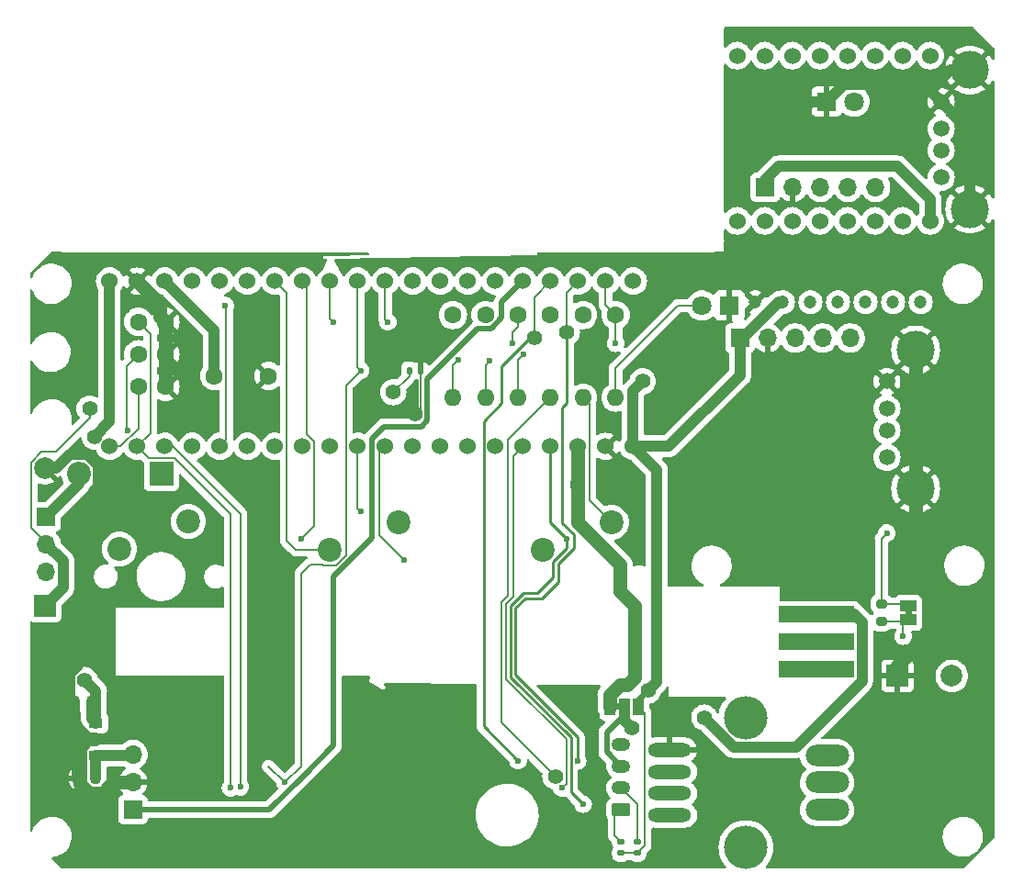
<source format=gbr>
G04 #@! TF.GenerationSoftware,KiCad,Pcbnew,7.0.8-7.0.8~ubuntu22.04.1*
G04 #@! TF.CreationDate,2024-11-12T17:52:49+09:00*
G04 #@! TF.ProjectId,ch32v203KeyBoardBadCable,63683332-7632-4303-934b-6579426f6172,rev?*
G04 #@! TF.SameCoordinates,Original*
G04 #@! TF.FileFunction,Copper,L1,Top*
G04 #@! TF.FilePolarity,Positive*
%FSLAX46Y46*%
G04 Gerber Fmt 4.6, Leading zero omitted, Abs format (unit mm)*
G04 Created by KiCad (PCBNEW 7.0.8-7.0.8~ubuntu22.04.1) date 2024-11-12 17:52:49*
%MOMM*%
%LPD*%
G01*
G04 APERTURE LIST*
G04 Aperture macros list*
%AMRoundRect*
0 Rectangle with rounded corners*
0 $1 Rounding radius*
0 $2 $3 $4 $5 $6 $7 $8 $9 X,Y pos of 4 corners*
0 Add a 4 corners polygon primitive as box body*
4,1,4,$2,$3,$4,$5,$6,$7,$8,$9,$2,$3,0*
0 Add four circle primitives for the rounded corners*
1,1,$1+$1,$2,$3*
1,1,$1+$1,$4,$5*
1,1,$1+$1,$6,$7*
1,1,$1+$1,$8,$9*
0 Add four rect primitives between the rounded corners*
20,1,$1+$1,$2,$3,$4,$5,0*
20,1,$1+$1,$4,$5,$6,$7,0*
20,1,$1+$1,$6,$7,$8,$9,0*
20,1,$1+$1,$8,$9,$2,$3,0*%
%AMFreePoly0*
4,1,9,3.862500,-0.866500,0.737500,-0.866500,0.737500,-0.450000,-0.737500,-0.450000,-0.737500,0.450000,0.737500,0.450000,0.737500,0.866500,3.862500,0.866500,3.862500,-0.866500,3.862500,-0.866500,$1*%
G04 Aperture macros list end*
G04 #@! TA.AperFunction,SMDPad,CuDef*
%ADD10R,1.500000X1.000000*%
G04 #@! TD*
G04 #@! TA.AperFunction,ComponentPad*
%ADD11R,1.800000X1.800000*%
G04 #@! TD*
G04 #@! TA.AperFunction,ComponentPad*
%ADD12C,1.800000*%
G04 #@! TD*
G04 #@! TA.AperFunction,ComponentPad*
%ADD13C,1.600000*%
G04 #@! TD*
G04 #@! TA.AperFunction,ComponentPad*
%ADD14O,1.600000X1.600000*%
G04 #@! TD*
G04 #@! TA.AperFunction,ComponentPad*
%ADD15R,2.200000X2.200000*%
G04 #@! TD*
G04 #@! TA.AperFunction,ComponentPad*
%ADD16O,2.200000X2.200000*%
G04 #@! TD*
G04 #@! TA.AperFunction,SMDPad,CuDef*
%ADD17R,1.300000X0.900000*%
G04 #@! TD*
G04 #@! TA.AperFunction,SMDPad,CuDef*
%ADD18FreePoly0,180.000000*%
G04 #@! TD*
G04 #@! TA.AperFunction,ComponentPad*
%ADD19R,7.000000X1.500000*%
G04 #@! TD*
G04 #@! TA.AperFunction,ComponentPad*
%ADD20R,1.700000X1.700000*%
G04 #@! TD*
G04 #@! TA.AperFunction,ComponentPad*
%ADD21O,1.700000X1.700000*%
G04 #@! TD*
G04 #@! TA.AperFunction,ComponentPad*
%ADD22R,2.000000X2.000000*%
G04 #@! TD*
G04 #@! TA.AperFunction,ComponentPad*
%ADD23C,2.000000*%
G04 #@! TD*
G04 #@! TA.AperFunction,SMDPad,CuDef*
%ADD24RoundRect,0.135000X0.185000X-0.135000X0.185000X0.135000X-0.185000X0.135000X-0.185000X-0.135000X0*%
G04 #@! TD*
G04 #@! TA.AperFunction,ComponentPad*
%ADD25O,4.000000X4.000000*%
G04 #@! TD*
G04 #@! TA.AperFunction,ComponentPad*
%ADD26O,4.000000X1.300000*%
G04 #@! TD*
G04 #@! TA.AperFunction,ComponentPad*
%ADD27O,4.000000X2.000000*%
G04 #@! TD*
G04 #@! TA.AperFunction,SMDPad,CuDef*
%ADD28RoundRect,0.200000X-0.275000X0.200000X-0.275000X-0.200000X0.275000X-0.200000X0.275000X0.200000X0*%
G04 #@! TD*
G04 #@! TA.AperFunction,ComponentPad*
%ADD29C,1.200000*%
G04 #@! TD*
G04 #@! TA.AperFunction,ComponentPad*
%ADD30C,2.200000*%
G04 #@! TD*
G04 #@! TA.AperFunction,SMDPad,CuDef*
%ADD31RoundRect,0.225000X0.225000X0.250000X-0.225000X0.250000X-0.225000X-0.250000X0.225000X-0.250000X0*%
G04 #@! TD*
G04 #@! TA.AperFunction,ComponentPad*
%ADD32C,1.524000*%
G04 #@! TD*
G04 #@! TA.AperFunction,ComponentPad*
%ADD33C,1.501140*%
G04 #@! TD*
G04 #@! TA.AperFunction,ComponentPad*
%ADD34C,3.500000*%
G04 #@! TD*
G04 #@! TA.AperFunction,ComponentPad*
%ADD35RoundRect,0.250000X0.625000X-0.350000X0.625000X0.350000X-0.625000X0.350000X-0.625000X-0.350000X0*%
G04 #@! TD*
G04 #@! TA.AperFunction,ComponentPad*
%ADD36O,1.750000X1.200000*%
G04 #@! TD*
G04 #@! TA.AperFunction,SMDPad,CuDef*
%ADD37RoundRect,0.135000X-0.135000X-0.185000X0.135000X-0.185000X0.135000X0.185000X-0.135000X0.185000X0*%
G04 #@! TD*
G04 #@! TA.AperFunction,SMDPad,CuDef*
%ADD38R,1.000000X1.500000*%
G04 #@! TD*
G04 #@! TA.AperFunction,ViaPad*
%ADD39C,1.399540*%
G04 #@! TD*
G04 #@! TA.AperFunction,ViaPad*
%ADD40C,0.600000*%
G04 #@! TD*
G04 #@! TA.AperFunction,Conductor*
%ADD41C,1.016000*%
G04 #@! TD*
G04 #@! TA.AperFunction,Conductor*
%ADD42C,1.270000*%
G04 #@! TD*
G04 #@! TA.AperFunction,Conductor*
%ADD43C,0.203200*%
G04 #@! TD*
G04 #@! TA.AperFunction,Conductor*
%ADD44C,0.508000*%
G04 #@! TD*
G04 #@! TA.AperFunction,Conductor*
%ADD45C,0.254000*%
G04 #@! TD*
G04 APERTURE END LIST*
G04 #@! TA.AperFunction,EtchedComponent*
G36*
X159385600Y-107844800D02*
G01*
X158785600Y-107844800D01*
X158785600Y-107344800D01*
X159385600Y-107344800D01*
X159385600Y-107844800D01*
G37*
G04 #@! TD.AperFunction*
G04 #@! TA.AperFunction,EtchedComponent*
G36*
X132485600Y-116544800D02*
G01*
X131985600Y-116544800D01*
X131985600Y-115944800D01*
X132485600Y-115944800D01*
X132485600Y-116544800D01*
G37*
G04 #@! TD.AperFunction*
D10*
X159085600Y-106944800D03*
X159085600Y-108244800D03*
D11*
X142585600Y-79244800D03*
D12*
X140045600Y-79244800D03*
D13*
X126085600Y-80124800D03*
D14*
X126085600Y-87744800D03*
D15*
X90205600Y-94744800D03*
D16*
X82585600Y-94744800D03*
D17*
X84173100Y-120744800D03*
D18*
X84085600Y-119244800D03*
D17*
X84173100Y-117744800D03*
D19*
X150585600Y-107744800D03*
X150585600Y-110284800D03*
X150585600Y-112824800D03*
D20*
X79585600Y-98704800D03*
D21*
X79585600Y-101244800D03*
X79585600Y-103784800D03*
D22*
X158085600Y-113419800D03*
D23*
X163085600Y-113419800D03*
D24*
X132585600Y-129754800D03*
X132585600Y-128734800D03*
D25*
X144085600Y-129244800D03*
X144085600Y-117244800D03*
D26*
X137085600Y-120244800D03*
X137085600Y-122244800D03*
X137085600Y-124244800D03*
X137085600Y-126244800D03*
D27*
X151585600Y-125744800D03*
X151585600Y-123244800D03*
X151585600Y-120744800D03*
D13*
X88085600Y-86744800D03*
X90585600Y-86744800D03*
D28*
X156585600Y-106769800D03*
X156585600Y-108419800D03*
D13*
X88085600Y-83744800D03*
X90585600Y-83744800D03*
D29*
X144965600Y-78944800D03*
X147505600Y-78944800D03*
X150045600Y-78944800D03*
X152585600Y-78944800D03*
X155125600Y-78944800D03*
X157665600Y-78944800D03*
X160205600Y-78944800D03*
D30*
X92705600Y-99164800D03*
X86355600Y-101704800D03*
X131705600Y-99244800D03*
X125355600Y-101784800D03*
D13*
X117085600Y-80124800D03*
D14*
X117085600Y-87744800D03*
D20*
X143545600Y-82244800D03*
D21*
X146085600Y-82244800D03*
X148625600Y-82244800D03*
X151165600Y-82244800D03*
X153705600Y-82244800D03*
D13*
X88085600Y-80744800D03*
X90585600Y-80744800D03*
D31*
X84160600Y-122844800D03*
X82610600Y-122844800D03*
X83773100Y-115744800D03*
X82223100Y-115744800D03*
D13*
X95085600Y-85744800D03*
X100085600Y-85744800D03*
D32*
X85445600Y-92244800D03*
X87985600Y-92244800D03*
X90525600Y-92244800D03*
X93065600Y-92244800D03*
X95605600Y-92244800D03*
X98145600Y-92244800D03*
X100685600Y-92244800D03*
X103225600Y-92244800D03*
X105765600Y-92244800D03*
X108305600Y-92244800D03*
X110845600Y-92244800D03*
X113385600Y-92244800D03*
X115925600Y-92244800D03*
X118465600Y-92244800D03*
X121005600Y-92244800D03*
X123545600Y-92244800D03*
X126085600Y-92244800D03*
X128625600Y-92244800D03*
X131165600Y-92244800D03*
X133705600Y-92244800D03*
X133705600Y-77004800D03*
X131165600Y-77004800D03*
X128625600Y-77004800D03*
X126085600Y-77004800D03*
X123545600Y-77004800D03*
X121005600Y-77004800D03*
X118465600Y-77004800D03*
X115925600Y-77004800D03*
X113385600Y-77004800D03*
X110845600Y-77004800D03*
X108305600Y-77004800D03*
X105765600Y-77004800D03*
X103225600Y-77004800D03*
X100685600Y-77004800D03*
X98145600Y-77004800D03*
X95605600Y-77004800D03*
X93065600Y-77004800D03*
X90525600Y-77004800D03*
X87985600Y-77004800D03*
X85445600Y-77004800D03*
D33*
X157085600Y-93244800D03*
X157085600Y-90744800D03*
X157085600Y-88744800D03*
X157085600Y-86244800D03*
D34*
X159737720Y-96144800D03*
X159737720Y-83344800D03*
D13*
X129085600Y-80124800D03*
D14*
X129085600Y-87744800D03*
D13*
X132085600Y-80124800D03*
D14*
X132085600Y-87744800D03*
D20*
X87585600Y-125744800D03*
D21*
X87585600Y-123204800D03*
X87585600Y-120664800D03*
D35*
X132585600Y-125744800D03*
D36*
X132585600Y-123744800D03*
X132585600Y-121744800D03*
X132585600Y-119744800D03*
D24*
X134085600Y-129764800D03*
X134085600Y-128744800D03*
D13*
X120085600Y-80124800D03*
D14*
X120085600Y-87744800D03*
D13*
X123085600Y-80124800D03*
D14*
X123085600Y-87744800D03*
D30*
X112085600Y-99244800D03*
X105735600Y-101784800D03*
D37*
X113065600Y-85244800D03*
X114085600Y-85244800D03*
D38*
X131585600Y-116244800D03*
X132885600Y-116244800D03*
X134185600Y-116244800D03*
D22*
X79475600Y-106944800D03*
D23*
X79475600Y-94244800D03*
D33*
X162085600Y-67434800D03*
X162085600Y-64934800D03*
X162085600Y-62934800D03*
X162085600Y-60434800D03*
D34*
X164737720Y-70334800D03*
X164737720Y-57534800D03*
D32*
X143305600Y-71434800D03*
X145845600Y-71434800D03*
X148385600Y-71434800D03*
X150925600Y-71434800D03*
X153465600Y-71434800D03*
X156005600Y-71434800D03*
X158545600Y-71434800D03*
X161085600Y-71434800D03*
X161085600Y-56194800D03*
X158545600Y-56194800D03*
X156005600Y-56194800D03*
X153465600Y-56194800D03*
X150925600Y-56194800D03*
X148385600Y-56194800D03*
X145845600Y-56194800D03*
X143305600Y-56194800D03*
D11*
X151545600Y-60434800D03*
D12*
X154085600Y-60434800D03*
D20*
X145885600Y-68334800D03*
D21*
X148425600Y-68334800D03*
X150965600Y-68334800D03*
X153505600Y-68334800D03*
X156045600Y-68334800D03*
D39*
X113585600Y-89244800D03*
X83585600Y-88744800D03*
X134585600Y-86244800D03*
X83131044Y-113790244D03*
X135085600Y-114744800D03*
D40*
X96585600Y-123744800D03*
X97485600Y-123644800D03*
X87085600Y-90744800D03*
D39*
X111585600Y-87244800D03*
D40*
X108585600Y-85244800D03*
X101585600Y-123244800D03*
D39*
X128585600Y-95744800D03*
X84047972Y-91355618D03*
X140263116Y-117244800D03*
X133585600Y-118244800D03*
D40*
X112585600Y-102744800D03*
X103085600Y-100744800D03*
X158585600Y-109744800D03*
X128585600Y-121244800D03*
D39*
X127585600Y-81744800D03*
D40*
X123085600Y-121240000D03*
D39*
X124585600Y-82243430D03*
X126526433Y-122683298D03*
D40*
X122585600Y-82744800D03*
X132085600Y-82744800D03*
X111085600Y-80749600D03*
X106085600Y-80744800D03*
X96085600Y-79244800D03*
X108585600Y-98244800D03*
X157085600Y-100244800D03*
X123585600Y-83744800D03*
X120485600Y-84334100D03*
X117585600Y-84244800D03*
X129085600Y-125244800D03*
X127585600Y-100744800D03*
X127128033Y-123744800D03*
D39*
X145085600Y-65434800D03*
D41*
X83477600Y-111452800D02*
X83477600Y-97852800D01*
X83571836Y-119244800D02*
X81723274Y-117396238D01*
X81723274Y-113207126D02*
X83477600Y-111452800D01*
X83571836Y-119244800D02*
X84085600Y-119244800D01*
X82263100Y-119244800D02*
X84085600Y-119244800D01*
X83337530Y-92941492D02*
X81778908Y-92941492D01*
X83477600Y-97852800D02*
X84393600Y-96936800D01*
D42*
X82688100Y-119948932D02*
X83392232Y-119244800D01*
X87985600Y-77004800D02*
X90085600Y-79104800D01*
X162585600Y-107919800D02*
X158085600Y-112419800D01*
D41*
X84393600Y-93997562D02*
X83337530Y-92941492D01*
D43*
X114085600Y-85244800D02*
X114085600Y-88744800D01*
D42*
X83392232Y-119244800D02*
X84085600Y-119244800D01*
X90585600Y-80744800D02*
X90585600Y-83744800D01*
D41*
X81723274Y-117396238D02*
X81723274Y-113207126D01*
X82448100Y-120368536D02*
X83571836Y-119244800D01*
D42*
X159737720Y-96144800D02*
X159737720Y-102611241D01*
D41*
X81778908Y-92941492D02*
X80475600Y-94244800D01*
D43*
X114085600Y-88744800D02*
X113585600Y-89244800D01*
D42*
X85774666Y-123204800D02*
X84791666Y-124187800D01*
D41*
X82223100Y-115744800D02*
X82223100Y-117896064D01*
D42*
X83528600Y-124187800D02*
X82688100Y-123347300D01*
X159737720Y-83344800D02*
X159737720Y-96144800D01*
D41*
X82223100Y-117896064D02*
X83571836Y-119244800D01*
D42*
X84791666Y-124187800D02*
X83528600Y-124187800D01*
D41*
X80475600Y-94244800D02*
X79475600Y-94244800D01*
D42*
X158737720Y-102611241D02*
X162585600Y-106459121D01*
X158085600Y-112419800D02*
X158085600Y-113419800D01*
D41*
X82448100Y-122969800D02*
X82448100Y-120368536D01*
D42*
X162585600Y-106459121D02*
X162585600Y-107919800D01*
X90085600Y-80244800D02*
X90585600Y-80744800D01*
X90585600Y-83744800D02*
X90585600Y-86744800D01*
D41*
X84393600Y-96936800D02*
X84393600Y-93997562D01*
D42*
X90085600Y-79104800D02*
X90085600Y-80244800D01*
X87585600Y-123204800D02*
X85774666Y-123204800D01*
X82688100Y-123347300D02*
X82688100Y-119948932D01*
D41*
X79475600Y-106944800D02*
X81143600Y-105276800D01*
D43*
X80465589Y-92744800D02*
X79134860Y-92744800D01*
X78174000Y-99728252D02*
X79638074Y-101192326D01*
X79134860Y-92744800D02*
X78174000Y-93705660D01*
D41*
X81143600Y-102802800D02*
X79585600Y-101244800D01*
D43*
X78174000Y-93705660D02*
X78174000Y-99728252D01*
X83585600Y-88744800D02*
X83585600Y-89624789D01*
D41*
X81143600Y-105276800D02*
X81143600Y-102802800D01*
D43*
X83585600Y-89624789D02*
X80465589Y-92744800D01*
D44*
X121585600Y-78964800D02*
X123545600Y-77004800D01*
X119385282Y-81378800D02*
X120597910Y-81378800D01*
X109629600Y-100700800D02*
X109629600Y-91526263D01*
X114217567Y-90398570D02*
X114739370Y-89876767D01*
X110757293Y-90398570D02*
X114217567Y-90398570D01*
X109629600Y-91526263D02*
X110757293Y-90398570D01*
X100151918Y-125744800D02*
X103231600Y-122665118D01*
X114739370Y-86024712D02*
X119385282Y-81378800D01*
X106085600Y-119811118D02*
X106085600Y-104244800D01*
X106085600Y-104244800D02*
X109629600Y-100700800D01*
X120597910Y-81378800D02*
X121585600Y-80391110D01*
X103231600Y-122665118D02*
X106085600Y-119811118D01*
X121585600Y-80391110D02*
X121585600Y-78964800D01*
X87585600Y-125744800D02*
X100151918Y-125744800D01*
X114739370Y-89876767D02*
X114739370Y-86024712D01*
D41*
X83773100Y-116744800D02*
X83773100Y-117344800D01*
X135853600Y-94392800D02*
X133705600Y-92244800D01*
D43*
X134785283Y-129065117D02*
X134785283Y-116844483D01*
D41*
X84173100Y-114832300D02*
X83131044Y-113790244D01*
X135853600Y-113976800D02*
X135853600Y-99744800D01*
X83773100Y-117344800D02*
X84173100Y-117744800D01*
X133705600Y-92244800D02*
X133705600Y-87124800D01*
X136994706Y-92244800D02*
X143545600Y-85693906D01*
X135085600Y-114744800D02*
X135853600Y-113976800D01*
X143855600Y-82244800D02*
X147155600Y-78944800D01*
D44*
X134185600Y-115644800D02*
X135085600Y-114744800D01*
D41*
X95085600Y-81564800D02*
X95085600Y-85744800D01*
D43*
X132595600Y-129764800D02*
X132585600Y-129754800D01*
D41*
X143545600Y-85693906D02*
X143545600Y-82244800D01*
X84173100Y-117744800D02*
X84173100Y-114832300D01*
D43*
X134785283Y-116844483D02*
X134185600Y-116244800D01*
D41*
X83773100Y-115744800D02*
X83773100Y-116744800D01*
X143545600Y-82244800D02*
X143855600Y-82244800D01*
X135853600Y-99744800D02*
X135853600Y-94392800D01*
X133705600Y-87124800D02*
X134585600Y-86244800D01*
X135085600Y-92244800D02*
X136994706Y-92244800D01*
X133705600Y-92244800D02*
X135994706Y-92244800D01*
X147155600Y-78944800D02*
X147505600Y-78944800D01*
X90525600Y-77004800D02*
X95085600Y-81564800D01*
D43*
X134085600Y-129764800D02*
X132595600Y-129764800D01*
X134085600Y-129764800D02*
X134785283Y-129065117D01*
D44*
X134185600Y-116244800D02*
X134185600Y-115644800D01*
D43*
X137820600Y-79244800D02*
X132085600Y-84979800D01*
X140045600Y-79244800D02*
X137820600Y-79244800D01*
X132085600Y-84979800D02*
X132085600Y-87744800D01*
X88085600Y-80744800D02*
X89187200Y-81846400D01*
X96585600Y-98498272D02*
X96585600Y-123744800D01*
X89187200Y-81846400D02*
X89187200Y-91043200D01*
X89049200Y-93308400D02*
X91395728Y-93308400D01*
X89187200Y-91043200D02*
X87985600Y-92244800D01*
X91395728Y-93308400D02*
X96585600Y-98498272D01*
X87985600Y-92244800D02*
X89049200Y-93308400D01*
X86984000Y-84846400D02*
X86984000Y-90643200D01*
X90525600Y-92244800D02*
X91287600Y-92244800D01*
X91287600Y-92244800D02*
X97485600Y-98442800D01*
X86984000Y-90643200D02*
X87085600Y-90744800D01*
X88085600Y-83744800D02*
X86984000Y-84846400D01*
X97485600Y-98442800D02*
X97485600Y-123644800D01*
X129085600Y-87744800D02*
X129689200Y-88348400D01*
X113065600Y-85244800D02*
X113065600Y-85764800D01*
X129689200Y-97228400D02*
X131705600Y-99244800D01*
X113065600Y-85764800D02*
X111585600Y-87244800D01*
X129689200Y-88348400D02*
X129689200Y-97228400D01*
D41*
X84173100Y-120744800D02*
X87505600Y-120744800D01*
X84160600Y-120757300D02*
X84173100Y-120744800D01*
X87505600Y-120744800D02*
X87585600Y-120664800D01*
X84160600Y-122844800D02*
X84160600Y-120757300D01*
D43*
X107242000Y-102258902D02*
X106319194Y-103181708D01*
X105093498Y-103123200D02*
X103967881Y-103123200D01*
X108305600Y-77004800D02*
X108305600Y-84964800D01*
X107242000Y-86588400D02*
X107242000Y-102258902D01*
X100085600Y-121744800D02*
X101585600Y-123244800D01*
X108585600Y-85244800D02*
X107242000Y-86588400D01*
X105152006Y-103181708D02*
X105093498Y-103123200D01*
X108305600Y-84964800D02*
X108585600Y-85244800D01*
X103085600Y-104005481D02*
X103085600Y-121744800D01*
X103085600Y-121744800D02*
X101585600Y-123244800D01*
X86436391Y-92244800D02*
X85445600Y-92244800D01*
X88085600Y-90595591D02*
X86436391Y-92244800D01*
X103967881Y-103123200D02*
X103085600Y-104005481D01*
X88085600Y-86744800D02*
X88085600Y-90595591D01*
X106319194Y-103181708D02*
X105152006Y-103181708D01*
D41*
X82585600Y-95704800D02*
X79585600Y-98704800D01*
X82585600Y-94744800D02*
X82585600Y-95704800D01*
X84047972Y-91355618D02*
X85445600Y-89957990D01*
X85445600Y-89957990D02*
X85445600Y-77004800D01*
D42*
X133820600Y-106940353D02*
X133820600Y-113549247D01*
X128625600Y-92244800D02*
X128625600Y-99284800D01*
X132510600Y-105630353D02*
X133820600Y-106940353D01*
X133820600Y-113549247D02*
X133125047Y-114244800D01*
X128625600Y-99284800D02*
X132510600Y-103169800D01*
X132510600Y-103169800D02*
X132510600Y-105630353D01*
X131550600Y-115148932D02*
X131550600Y-116244800D01*
X133125047Y-114244800D02*
X132454732Y-114244800D01*
X132454732Y-114244800D02*
X131550600Y-115148932D01*
D41*
X132885600Y-117544800D02*
X132885600Y-116994800D01*
X154085600Y-107744800D02*
X154793600Y-108452800D01*
X150585600Y-107744800D02*
X154085600Y-107744800D01*
X148708864Y-119952800D02*
X142971116Y-119952800D01*
D44*
X131256600Y-118623800D02*
X132110600Y-117769800D01*
X132885600Y-116994800D02*
X132885600Y-116244800D01*
X131256600Y-120415800D02*
X131256600Y-118623800D01*
D41*
X142971116Y-119952800D02*
X140263116Y-117244800D01*
X140085600Y-117244800D02*
X140263116Y-117244800D01*
X154793600Y-113868064D02*
X148708864Y-119952800D01*
X133585600Y-118244800D02*
X132885600Y-117544800D01*
D44*
X132585600Y-121744800D02*
X131256600Y-120415800D01*
D41*
X154793600Y-108452800D02*
X154793600Y-113868064D01*
D44*
X132110600Y-117769800D02*
X132885600Y-116994800D01*
D43*
X110845600Y-92244800D02*
X110310172Y-92780228D01*
X110310172Y-92780228D02*
X110310172Y-100469372D01*
X110310172Y-100469372D02*
X112585600Y-102744800D01*
X104289200Y-99541200D02*
X103085600Y-100744800D01*
X103585600Y-91107418D02*
X104289200Y-91811018D01*
X103225600Y-77004800D02*
X103585600Y-77364800D01*
X103585600Y-77364800D02*
X103585600Y-91107418D01*
X104289200Y-91811018D02*
X104289200Y-99541200D01*
X101749200Y-78068400D02*
X101749200Y-100908400D01*
X100685600Y-77004800D02*
X101749200Y-78068400D01*
X102625600Y-101784800D02*
X105735600Y-101784800D01*
X101749200Y-100908400D02*
X102625600Y-101784800D01*
X158910600Y-108419800D02*
X159085600Y-108244800D01*
X156585600Y-108419800D02*
X158910600Y-108419800D01*
X158585600Y-108744800D02*
X158585600Y-109744800D01*
X159085600Y-108244800D02*
X158585600Y-108744800D01*
D45*
X128585600Y-121244800D02*
X128585600Y-119065826D01*
X128212600Y-100371800D02*
X127174600Y-99333800D01*
X122858600Y-113338826D02*
X122858600Y-107150774D01*
X128585600Y-119065826D02*
X122858600Y-113338826D01*
X127585600Y-88244800D02*
X127585600Y-81744800D01*
X126788600Y-103041800D02*
X128212600Y-101617800D01*
X122858600Y-107150774D02*
X123764574Y-106244800D01*
D43*
X127585600Y-78044800D02*
X127585600Y-81744800D01*
X128625600Y-77004800D02*
X127585600Y-78044800D01*
D45*
X126788600Y-104744800D02*
X126788600Y-103041800D01*
X125288600Y-106244800D02*
X126788600Y-104744800D01*
X127174600Y-88655800D02*
X127585600Y-88244800D01*
X128212600Y-101617800D02*
X128212600Y-100371800D01*
X123764574Y-106244800D02*
X125288600Y-106244800D01*
X127174600Y-99333800D02*
X127174600Y-88655800D01*
X121585600Y-88244800D02*
X119916600Y-89913800D01*
X124200258Y-82243430D02*
X121585600Y-84858088D01*
X119916600Y-118071000D02*
X123085600Y-121240000D01*
D43*
X126085600Y-77004800D02*
X124585600Y-78504800D01*
D45*
X124585600Y-82243430D02*
X124200258Y-82243430D01*
X121585600Y-84858088D02*
X121585600Y-88244800D01*
X119916600Y-89913800D02*
X119916600Y-118071000D01*
D43*
X124585600Y-78504800D02*
X124585600Y-82243430D01*
X122182400Y-91648000D02*
X122182400Y-106008578D01*
X126524098Y-122683298D02*
X126526433Y-122683298D01*
X126085600Y-87744800D02*
X122182400Y-91648000D01*
X121572800Y-117732000D02*
X126524098Y-122683298D01*
X121572800Y-106618179D02*
X121572800Y-117732000D01*
X122182400Y-106008578D02*
X121572800Y-106618179D01*
X122585600Y-81744800D02*
X122585600Y-82744800D01*
X123085600Y-81244800D02*
X122585600Y-81744800D01*
X123085600Y-80124800D02*
X123085600Y-81244800D01*
X131165600Y-79204800D02*
X132085600Y-80124800D01*
X132085600Y-82744800D02*
X132085600Y-80124800D01*
X131165600Y-77004800D02*
X131165600Y-79204800D01*
X110845600Y-77004800D02*
X110845600Y-80509600D01*
X110845600Y-80509600D02*
X111085600Y-80749600D01*
X105765600Y-80424800D02*
X105765600Y-77004800D01*
X106085600Y-80744800D02*
X105765600Y-80424800D01*
X96085600Y-79244800D02*
X96187200Y-79346400D01*
X96187200Y-79346400D02*
X96187200Y-91663200D01*
X96187200Y-91663200D02*
X95605600Y-92244800D01*
X158910600Y-106769800D02*
X159085600Y-106944800D01*
X108305600Y-97964800D02*
X108585600Y-98244800D01*
X157085600Y-100244800D02*
X156585600Y-100744800D01*
X156585600Y-106769800D02*
X158910600Y-106769800D01*
X108305600Y-92244800D02*
X108305600Y-97964800D01*
X156585600Y-100744800D02*
X156585600Y-106769800D01*
X123085600Y-84244800D02*
X123085600Y-87744800D01*
X123585600Y-83744800D02*
X123085600Y-84244800D01*
X120085600Y-84734100D02*
X120085600Y-87744800D01*
X120485600Y-84334100D02*
X120085600Y-84734100D01*
X117085600Y-84744800D02*
X117585600Y-84244800D01*
X117085600Y-87744800D02*
X117085600Y-84744800D01*
X131964000Y-126366400D02*
X131964000Y-128113200D01*
D45*
X122404600Y-106962722D02*
X122404600Y-113526879D01*
X127585600Y-100744800D02*
X127585600Y-101602748D01*
X127585600Y-100744800D02*
X126085600Y-99244800D01*
X127956403Y-124115603D02*
X129085600Y-125244800D01*
D43*
X132585600Y-125744800D02*
X131964000Y-126366400D01*
X131964000Y-128113200D02*
X132585600Y-128734800D01*
D45*
X126334600Y-104353747D02*
X124897547Y-105790800D01*
X127956403Y-119078681D02*
X127956403Y-124115603D01*
X123576521Y-105790800D02*
X122404600Y-106962722D01*
X126085600Y-99244800D02*
X126085600Y-92244800D01*
X126334600Y-102853748D02*
X126334600Y-104353747D01*
X124897547Y-105790800D02*
X123576521Y-105790800D01*
X127585600Y-101602748D02*
X126334600Y-102853748D01*
X122404600Y-113526879D02*
X127956403Y-119078681D01*
D43*
X127527803Y-119256213D02*
X127527803Y-123345030D01*
X134085600Y-128744800D02*
X134085600Y-125244800D01*
X122625989Y-93164411D02*
X122625989Y-106135200D01*
X127527803Y-123345030D02*
X127128033Y-123744800D01*
X123545600Y-92244800D02*
X122625989Y-93164411D01*
X121976000Y-106785190D02*
X121976000Y-113704411D01*
X122625989Y-106135200D02*
X121976000Y-106785190D01*
X134085600Y-125244800D02*
X132585600Y-123744800D01*
X121976000Y-113704411D02*
X127527803Y-119256213D01*
D41*
X148625600Y-68534800D02*
X148625600Y-68596064D01*
X164737720Y-57534800D02*
X162985600Y-57534800D01*
X160482530Y-58831730D02*
X161085600Y-59434800D01*
X162985600Y-57534800D02*
X161085600Y-59434800D01*
X153148670Y-58831730D02*
X160482530Y-58831730D01*
X145085600Y-65434800D02*
X150085600Y-60434800D01*
X151545600Y-60434800D02*
X153148670Y-58831730D01*
X148425600Y-68334800D02*
X148625600Y-68534800D01*
X150085600Y-60434800D02*
X151545600Y-60434800D01*
X162085600Y-60434800D02*
X164737720Y-63086920D01*
X161085600Y-59434800D02*
X162085600Y-60434800D01*
X164737720Y-63086920D02*
X164737720Y-70334800D01*
X161085600Y-69434800D02*
X161085600Y-71434800D01*
X145885600Y-67634800D02*
X147085600Y-66434800D01*
X145885600Y-68334800D02*
X145885600Y-67634800D01*
X147085600Y-66434800D02*
X158085600Y-66434800D01*
X158085600Y-66434800D02*
X161085600Y-69434800D01*
G04 #@! TA.AperFunction,Conductor*
G36*
X165059649Y-53554985D02*
G01*
X165080291Y-53571619D01*
X166948781Y-55440109D01*
X166982266Y-55501432D01*
X166985100Y-55527790D01*
X166985100Y-56473053D01*
X166965415Y-56540092D01*
X166912611Y-56585847D01*
X166843453Y-56595791D01*
X166779897Y-56566766D01*
X166749888Y-56527897D01*
X166690461Y-56407393D01*
X166690454Y-56407380D01*
X166526595Y-56162148D01*
X166526592Y-56162144D01*
X166497313Y-56128759D01*
X166497312Y-56128759D01*
X165708280Y-56917791D01*
X165659372Y-56838801D01*
X165515789Y-56681299D01*
X165357330Y-56561635D01*
X166143759Y-55775206D01*
X166110368Y-55745922D01*
X165865139Y-55582065D01*
X165865126Y-55582058D01*
X165600608Y-55451612D01*
X165321319Y-55356805D01*
X165321304Y-55356801D01*
X165032044Y-55299264D01*
X165032032Y-55299262D01*
X164737720Y-55279972D01*
X164443407Y-55299262D01*
X164443395Y-55299264D01*
X164154135Y-55356801D01*
X164154120Y-55356805D01*
X163874831Y-55451612D01*
X163610313Y-55582058D01*
X163610300Y-55582065D01*
X163365070Y-55745923D01*
X163331678Y-55775206D01*
X164118108Y-56561636D01*
X163959651Y-56681299D01*
X163816068Y-56838801D01*
X163767159Y-56917791D01*
X162978126Y-56128758D01*
X162948843Y-56162150D01*
X162784985Y-56407380D01*
X162784978Y-56407393D01*
X162654532Y-56671911D01*
X162559725Y-56951200D01*
X162559721Y-56951215D01*
X162502184Y-57240475D01*
X162502182Y-57240487D01*
X162482892Y-57534800D01*
X162502182Y-57829112D01*
X162502184Y-57829124D01*
X162559721Y-58118384D01*
X162559725Y-58118399D01*
X162654532Y-58397688D01*
X162784978Y-58662206D01*
X162784985Y-58662219D01*
X162948842Y-58907448D01*
X162978126Y-58940839D01*
X163767158Y-58151807D01*
X163816068Y-58230799D01*
X163959651Y-58388301D01*
X164118108Y-58507963D01*
X163331679Y-59294392D01*
X163331679Y-59294393D01*
X163365064Y-59323672D01*
X163365068Y-59323675D01*
X163610300Y-59487534D01*
X163610313Y-59487541D01*
X163874831Y-59617987D01*
X164154120Y-59712794D01*
X164154135Y-59712798D01*
X164443395Y-59770335D01*
X164443407Y-59770337D01*
X164737720Y-59789627D01*
X165032032Y-59770337D01*
X165032044Y-59770335D01*
X165321304Y-59712798D01*
X165321319Y-59712794D01*
X165600608Y-59617987D01*
X165865126Y-59487541D01*
X165865139Y-59487534D01*
X166110370Y-59323677D01*
X166143759Y-59294393D01*
X166143760Y-59294392D01*
X165357331Y-58507963D01*
X165515789Y-58388301D01*
X165659372Y-58230799D01*
X165708280Y-58151808D01*
X166497312Y-58940840D01*
X166497313Y-58940839D01*
X166526597Y-58907450D01*
X166690454Y-58662219D01*
X166690461Y-58662206D01*
X166749888Y-58541702D01*
X166797193Y-58490283D01*
X166864788Y-58472601D01*
X166931213Y-58494271D01*
X166975377Y-58548412D01*
X166985100Y-58596546D01*
X166985100Y-69273053D01*
X166965415Y-69340092D01*
X166912611Y-69385847D01*
X166843453Y-69395791D01*
X166779897Y-69366766D01*
X166749888Y-69327897D01*
X166690461Y-69207393D01*
X166690454Y-69207380D01*
X166526595Y-68962148D01*
X166526592Y-68962144D01*
X166497313Y-68928759D01*
X166497312Y-68928759D01*
X165708280Y-69717791D01*
X165659372Y-69638801D01*
X165515789Y-69481299D01*
X165357330Y-69361635D01*
X166143759Y-68575206D01*
X166110368Y-68545922D01*
X165865139Y-68382065D01*
X165865126Y-68382058D01*
X165600608Y-68251612D01*
X165321319Y-68156805D01*
X165321304Y-68156801D01*
X165032044Y-68099264D01*
X165032032Y-68099262D01*
X164737720Y-68079972D01*
X164443407Y-68099262D01*
X164443395Y-68099264D01*
X164154135Y-68156801D01*
X164154120Y-68156805D01*
X163874831Y-68251612D01*
X163610313Y-68382058D01*
X163610300Y-68382065D01*
X163365070Y-68545923D01*
X163331678Y-68575206D01*
X164118108Y-69361636D01*
X163959651Y-69481299D01*
X163816068Y-69638801D01*
X163767159Y-69717791D01*
X162978126Y-68928758D01*
X162948843Y-68962150D01*
X162784985Y-69207380D01*
X162784978Y-69207393D01*
X162654532Y-69471911D01*
X162559725Y-69751200D01*
X162559721Y-69751215D01*
X162502184Y-70040475D01*
X162502182Y-70040487D01*
X162482892Y-70334800D01*
X162502182Y-70629112D01*
X162502184Y-70629124D01*
X162559721Y-70918384D01*
X162559725Y-70918399D01*
X162654532Y-71197688D01*
X162784978Y-71462206D01*
X162784985Y-71462219D01*
X162948842Y-71707448D01*
X162978126Y-71740839D01*
X163767158Y-70951807D01*
X163816068Y-71030799D01*
X163959651Y-71188301D01*
X164118108Y-71307963D01*
X163331679Y-72094392D01*
X163331679Y-72094393D01*
X163365064Y-72123672D01*
X163365068Y-72123675D01*
X163610300Y-72287534D01*
X163610313Y-72287541D01*
X163874831Y-72417987D01*
X164154120Y-72512794D01*
X164154135Y-72512798D01*
X164443395Y-72570335D01*
X164443407Y-72570337D01*
X164737720Y-72589627D01*
X165032032Y-72570337D01*
X165032044Y-72570335D01*
X165321304Y-72512798D01*
X165321319Y-72512794D01*
X165600608Y-72417987D01*
X165865126Y-72287541D01*
X165865139Y-72287534D01*
X166110370Y-72123677D01*
X166143759Y-72094393D01*
X166143760Y-72094392D01*
X165357331Y-71307963D01*
X165515789Y-71188301D01*
X165659372Y-71030799D01*
X165708280Y-70951808D01*
X166497312Y-71740840D01*
X166497313Y-71740839D01*
X166526597Y-71707450D01*
X166690454Y-71462219D01*
X166690461Y-71462206D01*
X166749888Y-71341702D01*
X166797193Y-71290283D01*
X166864788Y-71272601D01*
X166931213Y-71294271D01*
X166975377Y-71348412D01*
X166985100Y-71396546D01*
X166985100Y-128293938D01*
X166965415Y-128360977D01*
X166948781Y-128381619D01*
X164222419Y-131107981D01*
X164161096Y-131141466D01*
X164134738Y-131144300D01*
X146033333Y-131144300D01*
X145966294Y-131124615D01*
X145920539Y-131071811D01*
X145910595Y-131002653D01*
X145937789Y-130941260D01*
X145973359Y-130898261D01*
X146119032Y-130722175D01*
X146288162Y-130455669D01*
X146422556Y-130170066D01*
X146520095Y-129869872D01*
X146579241Y-129559820D01*
X146579557Y-129554811D01*
X146599060Y-129244805D01*
X146599060Y-129244794D01*
X146579242Y-128929787D01*
X146579241Y-128929780D01*
X146520095Y-128619728D01*
X146422556Y-128319534D01*
X146419275Y-128312563D01*
X162231387Y-128312563D01*
X162261013Y-128581813D01*
X162261015Y-128581824D01*
X162329526Y-128843882D01*
X162329528Y-128843888D01*
X162435470Y-129093190D01*
X162545085Y-129272800D01*
X162576579Y-129324405D01*
X162576586Y-129324415D01*
X162749853Y-129532619D01*
X162749859Y-129532624D01*
X162780203Y-129559812D01*
X162951598Y-129713382D01*
X163177510Y-129862844D01*
X163422776Y-129977820D01*
X163422783Y-129977822D01*
X163422785Y-129977823D01*
X163682157Y-130055857D01*
X163682164Y-130055858D01*
X163682169Y-130055860D01*
X163950161Y-130095300D01*
X163950166Y-130095300D01*
X164153236Y-130095300D01*
X164204733Y-130091530D01*
X164355756Y-130080477D01*
X164468358Y-130055393D01*
X164620146Y-130021582D01*
X164620148Y-130021581D01*
X164620153Y-130021580D01*
X164873158Y-129924814D01*
X165109377Y-129792241D01*
X165323777Y-129626688D01*
X165511786Y-129431681D01*
X165669399Y-129211379D01*
X165743387Y-129067469D01*
X165793249Y-128970490D01*
X165793251Y-128970484D01*
X165793256Y-128970475D01*
X165880718Y-128714105D01*
X165929919Y-128447733D01*
X165939812Y-128177035D01*
X165910186Y-127907782D01*
X165841672Y-127645712D01*
X165735730Y-127396410D01*
X165594618Y-127165190D01*
X165543112Y-127103299D01*
X165421346Y-126956980D01*
X165421340Y-126956975D01*
X165219602Y-126776218D01*
X164993692Y-126626757D01*
X164993690Y-126626756D01*
X164748424Y-126511780D01*
X164748419Y-126511778D01*
X164748414Y-126511776D01*
X164489042Y-126433742D01*
X164489028Y-126433739D01*
X164373391Y-126416721D01*
X164221039Y-126394300D01*
X164017969Y-126394300D01*
X164017964Y-126394300D01*
X163815444Y-126409123D01*
X163815431Y-126409125D01*
X163551053Y-126468017D01*
X163551046Y-126468020D01*
X163298039Y-126564787D01*
X163061826Y-126697357D01*
X163061824Y-126697358D01*
X163061823Y-126697359D01*
X163011392Y-126736300D01*
X162847422Y-126862912D01*
X162659422Y-127057909D01*
X162659416Y-127057916D01*
X162501802Y-127278219D01*
X162501799Y-127278224D01*
X162377950Y-127519109D01*
X162377943Y-127519127D01*
X162290484Y-127775485D01*
X162290481Y-127775499D01*
X162286717Y-127795877D01*
X162248178Y-128004530D01*
X162241281Y-128041868D01*
X162241280Y-128041875D01*
X162231387Y-128312563D01*
X146419275Y-128312563D01*
X146417282Y-128308327D01*
X146343526Y-128151586D01*
X146288162Y-128033931D01*
X146269503Y-128004529D01*
X146119038Y-127767434D01*
X146119036Y-127767432D01*
X146119032Y-127767425D01*
X145917833Y-127524218D01*
X145917832Y-127524217D01*
X145917827Y-127524211D01*
X145687741Y-127308147D01*
X145687731Y-127308139D01*
X145432390Y-127122623D01*
X145432383Y-127122618D01*
X145432379Y-127122616D01*
X145155779Y-126970553D01*
X145155776Y-126970551D01*
X145155771Y-126970549D01*
X145155770Y-126970548D01*
X144862305Y-126854357D01*
X144862302Y-126854356D01*
X144556578Y-126775860D01*
X144556565Y-126775858D01*
X144243432Y-126736300D01*
X144243421Y-126736300D01*
X143927779Y-126736300D01*
X143927767Y-126736300D01*
X143614634Y-126775858D01*
X143614621Y-126775860D01*
X143308897Y-126854356D01*
X143308894Y-126854357D01*
X143015429Y-126970548D01*
X143015428Y-126970549D01*
X142738821Y-127122616D01*
X142738809Y-127122623D01*
X142483468Y-127308139D01*
X142483458Y-127308147D01*
X142253372Y-127524211D01*
X142151292Y-127647605D01*
X142064994Y-127751922D01*
X142052161Y-127767434D01*
X141883042Y-128033923D01*
X141883036Y-128033934D01*
X141748646Y-128319527D01*
X141748644Y-128319532D01*
X141668229Y-128567025D01*
X141651105Y-128619728D01*
X141617839Y-128794115D01*
X141591957Y-128929787D01*
X141572140Y-129244794D01*
X141572140Y-129244805D01*
X141591957Y-129559812D01*
X141591959Y-129559820D01*
X141651105Y-129869872D01*
X141690548Y-129991266D01*
X141748644Y-130170067D01*
X141748646Y-130170072D01*
X141883036Y-130455665D01*
X141883042Y-130455676D01*
X141938650Y-130543300D01*
X142052168Y-130722175D01*
X142173191Y-130868466D01*
X142233411Y-130941260D01*
X142260976Y-131005462D01*
X142249455Y-131074375D01*
X142202506Y-131126120D01*
X142137867Y-131144300D01*
X81036462Y-131144300D01*
X80969423Y-131124615D01*
X80948781Y-131107981D01*
X80142482Y-130301682D01*
X80108997Y-130240359D01*
X80113981Y-130170667D01*
X80155853Y-130114734D01*
X80221111Y-130090332D01*
X80242496Y-130088766D01*
X80355756Y-130080477D01*
X80468358Y-130055393D01*
X80620146Y-130021582D01*
X80620148Y-130021581D01*
X80620153Y-130021580D01*
X80873158Y-129924814D01*
X81109377Y-129792241D01*
X81323777Y-129626688D01*
X81511786Y-129431681D01*
X81669399Y-129211379D01*
X81743387Y-129067469D01*
X81793249Y-128970490D01*
X81793251Y-128970484D01*
X81793256Y-128970475D01*
X81880718Y-128714105D01*
X81929919Y-128447733D01*
X81939812Y-128177035D01*
X81910186Y-127907782D01*
X81841672Y-127645712D01*
X81735730Y-127396410D01*
X81594618Y-127165190D01*
X81543112Y-127103299D01*
X81421346Y-126956980D01*
X81421340Y-126956975D01*
X81219602Y-126776218D01*
X80993692Y-126626757D01*
X80993690Y-126626756D01*
X80748424Y-126511780D01*
X80748419Y-126511778D01*
X80748414Y-126511776D01*
X80489042Y-126433742D01*
X80489028Y-126433739D01*
X80373391Y-126416721D01*
X80221039Y-126394300D01*
X80017969Y-126394300D01*
X80017964Y-126394300D01*
X79815444Y-126409123D01*
X79815431Y-126409125D01*
X79551053Y-126468017D01*
X79551046Y-126468020D01*
X79298039Y-126564787D01*
X79061826Y-126697357D01*
X79061824Y-126697358D01*
X79061823Y-126697359D01*
X79011392Y-126736300D01*
X78847422Y-126862912D01*
X78659422Y-127057909D01*
X78659416Y-127057916D01*
X78501802Y-127278219D01*
X78501799Y-127278224D01*
X78377950Y-127519109D01*
X78377943Y-127519127D01*
X78326958Y-127668575D01*
X78286682Y-127725668D01*
X78221933Y-127751922D01*
X78153268Y-127739003D01*
X78102488Y-127691011D01*
X78085600Y-127628537D01*
X78085600Y-123094800D01*
X81660601Y-123094800D01*
X81660601Y-123143122D01*
X81670744Y-123242407D01*
X81724052Y-123403281D01*
X81724057Y-123403292D01*
X81813024Y-123547528D01*
X81813027Y-123547532D01*
X81932867Y-123667372D01*
X81932871Y-123667375D01*
X82077107Y-123756342D01*
X82077118Y-123756347D01*
X82237993Y-123809655D01*
X82337283Y-123819799D01*
X82360600Y-123819798D01*
X82360600Y-123094800D01*
X81660601Y-123094800D01*
X78085600Y-123094800D01*
X78085600Y-122594800D01*
X81660600Y-122594800D01*
X82360600Y-122594800D01*
X82360600Y-121869799D01*
X82337293Y-121869800D01*
X82337274Y-121869801D01*
X82237992Y-121879944D01*
X82077118Y-121933252D01*
X82077107Y-121933257D01*
X81932871Y-122022224D01*
X81932867Y-122022227D01*
X81813027Y-122142067D01*
X81813024Y-122142071D01*
X81724057Y-122286307D01*
X81724052Y-122286318D01*
X81670744Y-122447193D01*
X81660600Y-122546477D01*
X81660600Y-122594800D01*
X78085600Y-122594800D01*
X78085600Y-115994800D01*
X81273101Y-115994800D01*
X81273101Y-116043122D01*
X81283244Y-116142407D01*
X81336552Y-116303281D01*
X81336557Y-116303292D01*
X81425524Y-116447528D01*
X81425527Y-116447532D01*
X81545367Y-116567372D01*
X81545371Y-116567375D01*
X81689607Y-116656342D01*
X81689618Y-116656347D01*
X81850493Y-116709655D01*
X81949783Y-116719799D01*
X81973100Y-116719798D01*
X81973100Y-115994800D01*
X81273101Y-115994800D01*
X78085600Y-115994800D01*
X78085600Y-115494800D01*
X81273100Y-115494800D01*
X82349100Y-115494800D01*
X82416139Y-115514485D01*
X82461894Y-115567289D01*
X82473100Y-115618800D01*
X82473100Y-116719799D01*
X82496408Y-116719799D01*
X82496422Y-116719798D01*
X82595711Y-116709655D01*
X82602329Y-116708239D01*
X82602715Y-116710043D01*
X82663412Y-116707950D01*
X82723458Y-116743676D01*
X82754657Y-116806193D01*
X82756600Y-116828061D01*
X82756600Y-117291810D01*
X82756301Y-117297891D01*
X82751681Y-117344799D01*
X82758759Y-117416653D01*
X82771308Y-117544071D01*
X82829433Y-117735681D01*
X82923818Y-117912263D01*
X82923822Y-117912270D01*
X82986453Y-117988585D01*
X83013766Y-118052895D01*
X83014600Y-118067250D01*
X83014600Y-118243454D01*
X83021111Y-118304002D01*
X83021111Y-118304004D01*
X83051150Y-118384539D01*
X83072211Y-118441004D01*
X83159839Y-118558061D01*
X83276896Y-118645689D01*
X83413899Y-118696789D01*
X83441150Y-118699718D01*
X83474445Y-118703299D01*
X83474462Y-118703300D01*
X83812722Y-118703300D01*
X83848717Y-118708639D01*
X83973831Y-118746592D01*
X84173100Y-118766218D01*
X84372369Y-118746592D01*
X84497483Y-118708639D01*
X84533478Y-118703300D01*
X84871738Y-118703300D01*
X84871754Y-118703299D01*
X84898792Y-118700391D01*
X84932301Y-118696789D01*
X85069304Y-118645689D01*
X85186361Y-118558061D01*
X85273989Y-118441004D01*
X85325089Y-118304001D01*
X85328691Y-118270492D01*
X85331599Y-118243454D01*
X85331600Y-118243437D01*
X85331600Y-117246162D01*
X85331599Y-117246145D01*
X85328257Y-117215070D01*
X85325089Y-117185599D01*
X85273989Y-117048596D01*
X85214333Y-116968904D01*
X85189916Y-116903440D01*
X85189600Y-116894594D01*
X85189600Y-114885290D01*
X85189899Y-114879209D01*
X85191480Y-114863150D01*
X85194519Y-114832300D01*
X85174892Y-114633031D01*
X85157456Y-114575552D01*
X85136882Y-114507728D01*
X85116767Y-114441420D01*
X85069998Y-114353921D01*
X85022378Y-114264829D01*
X84950569Y-114177331D01*
X84921339Y-114141714D01*
X84895352Y-114110048D01*
X84895350Y-114110046D01*
X84895349Y-114110045D01*
X84858916Y-114080146D01*
X84854414Y-114076066D01*
X84337110Y-113558762D01*
X84305016Y-113503174D01*
X84303856Y-113498846D01*
X84270783Y-113375413D01*
X84181433Y-113183802D01*
X84181431Y-113183799D01*
X84181430Y-113183797D01*
X84060169Y-113010618D01*
X84000351Y-112950800D01*
X83910671Y-112861120D01*
X83737487Y-112739855D01*
X83737488Y-112739855D01*
X83737486Y-112739854D01*
X83641681Y-112695180D01*
X83545875Y-112650505D01*
X83545872Y-112650504D01*
X83545870Y-112650503D01*
X83341661Y-112595785D01*
X83341653Y-112595784D01*
X83131046Y-112577359D01*
X83131042Y-112577359D01*
X82920434Y-112595784D01*
X82920427Y-112595785D01*
X82716209Y-112650506D01*
X82524601Y-112739855D01*
X82524597Y-112739857D01*
X82351415Y-112861120D01*
X82201920Y-113010615D01*
X82080657Y-113183797D01*
X82080655Y-113183801D01*
X81991306Y-113375409D01*
X81936585Y-113579627D01*
X81936584Y-113579634D01*
X81918159Y-113790241D01*
X81918159Y-113790246D01*
X81936584Y-114000853D01*
X81936585Y-114000861D01*
X81991303Y-114205070D01*
X81991304Y-114205072D01*
X81991305Y-114205075D01*
X82032707Y-114293862D01*
X82080654Y-114396686D01*
X82089512Y-114409336D01*
X82201920Y-114569871D01*
X82201924Y-114569875D01*
X82205026Y-114574305D01*
X82202983Y-114575735D01*
X82226772Y-114630162D01*
X82215699Y-114699149D01*
X82169087Y-114751198D01*
X82103763Y-114769800D01*
X81949793Y-114769800D01*
X81949776Y-114769801D01*
X81850492Y-114779944D01*
X81689618Y-114833252D01*
X81689607Y-114833257D01*
X81545371Y-114922224D01*
X81545367Y-114922227D01*
X81425527Y-115042067D01*
X81425524Y-115042071D01*
X81336557Y-115186307D01*
X81336552Y-115186318D01*
X81283244Y-115347193D01*
X81273100Y-115446477D01*
X81273100Y-115494800D01*
X78085600Y-115494800D01*
X78085600Y-108520649D01*
X78105285Y-108453610D01*
X78158089Y-108407855D01*
X78227247Y-108397911D01*
X78252929Y-108404466D01*
X78366399Y-108446789D01*
X78393650Y-108449718D01*
X78426945Y-108453299D01*
X78426962Y-108453300D01*
X80524238Y-108453300D01*
X80524254Y-108453299D01*
X80551292Y-108450391D01*
X80584801Y-108446789D01*
X80721804Y-108395689D01*
X80838861Y-108308061D01*
X80926489Y-108191004D01*
X80977589Y-108054001D01*
X80981191Y-108020492D01*
X80984099Y-107993454D01*
X80984100Y-107993437D01*
X80984100Y-106925210D01*
X81003785Y-106858171D01*
X81020419Y-106837529D01*
X81416797Y-106441151D01*
X81824919Y-106033028D01*
X81829409Y-106028958D01*
X81865852Y-105999052D01*
X81897683Y-105960266D01*
X81992878Y-105844270D01*
X82087267Y-105667680D01*
X82095021Y-105642118D01*
X82096580Y-105636981D01*
X82126464Y-105538465D01*
X82145392Y-105476069D01*
X82160100Y-105326734D01*
X82160100Y-105326731D01*
X82165018Y-105276800D01*
X82160399Y-105229900D01*
X82160100Y-105223819D01*
X82160100Y-104192201D01*
X83981346Y-104192201D01*
X83991345Y-104402127D01*
X84040896Y-104606378D01*
X84040898Y-104606382D01*
X84128198Y-104797543D01*
X84128201Y-104797548D01*
X84128202Y-104797550D01*
X84128204Y-104797553D01*
X84219663Y-104925989D01*
X84250115Y-104968753D01*
X84250120Y-104968759D01*
X84402220Y-105113785D01*
X84497178Y-105174811D01*
X84579028Y-105227413D01*
X84774143Y-105305525D01*
X84877329Y-105325412D01*
X84980514Y-105345300D01*
X84980515Y-105345300D01*
X85138019Y-105345300D01*
X85138025Y-105345300D01*
X85294818Y-105330328D01*
X85496475Y-105271116D01*
X85683282Y-105174811D01*
X85848486Y-105044892D01*
X85986119Y-104886056D01*
X85999521Y-104862844D01*
X86091201Y-104704049D01*
X86091200Y-104704049D01*
X86091204Y-104704044D01*
X86159944Y-104505433D01*
X86186580Y-104320173D01*
X87911323Y-104320173D01*
X87941481Y-104619960D01*
X87941482Y-104619962D01*
X88011328Y-104913052D01*
X88011333Y-104913066D01*
X88116082Y-105185042D01*
X88119623Y-105194234D01*
X88242134Y-105417789D01*
X88264425Y-105458465D01*
X88264429Y-105458471D01*
X88395956Y-105636981D01*
X88443154Y-105701038D01*
X88652620Y-105917624D01*
X88684515Y-105942811D01*
X88889078Y-106104353D01*
X88889080Y-106104354D01*
X88889085Y-106104358D01*
X89148330Y-106257909D01*
X89425728Y-106375536D01*
X89716329Y-106455140D01*
X90014947Y-106495300D01*
X90014951Y-106495300D01*
X90240852Y-106495300D01*
X90404764Y-106484326D01*
X90466234Y-106480212D01*
X90761503Y-106420196D01*
X91046137Y-106321360D01*
X91315059Y-106185468D01*
X91563469Y-106014944D01*
X91786933Y-105812832D01*
X91981465Y-105582739D01*
X92143593Y-105328770D01*
X92270423Y-105055458D01*
X92359693Y-104767679D01*
X92409809Y-104470570D01*
X92419877Y-104169431D01*
X92389718Y-103869638D01*
X92325660Y-103600840D01*
X92319871Y-103576547D01*
X92319870Y-103576546D01*
X92319869Y-103576539D01*
X92211577Y-103295366D01*
X92066775Y-103031135D01*
X92051298Y-103010130D01*
X91975218Y-102906873D01*
X91888046Y-102788562D01*
X91678580Y-102571976D01*
X91613774Y-102520799D01*
X91442121Y-102385246D01*
X91442117Y-102385243D01*
X91442115Y-102385242D01*
X91182870Y-102231691D01*
X90905472Y-102114064D01*
X90905463Y-102114061D01*
X90614872Y-102034460D01*
X90524624Y-102022323D01*
X90316253Y-101994300D01*
X90090356Y-101994300D01*
X90090348Y-101994300D01*
X89864968Y-102009387D01*
X89864959Y-102009389D01*
X89569694Y-102069404D01*
X89285064Y-102168239D01*
X89285059Y-102168241D01*
X89016146Y-102304128D01*
X88767725Y-102474660D01*
X88544265Y-102676769D01*
X88349732Y-102906864D01*
X88187606Y-103160830D01*
X88187605Y-103160832D01*
X88061465Y-103432659D01*
X88060777Y-103434142D01*
X88057499Y-103444709D01*
X87971507Y-103721918D01*
X87921391Y-104019030D01*
X87912954Y-104271403D01*
X87911323Y-104320173D01*
X86186580Y-104320173D01*
X86189854Y-104297402D01*
X86179854Y-104087470D01*
X86130304Y-103883224D01*
X86124100Y-103869639D01*
X86043001Y-103692056D01*
X86042998Y-103692051D01*
X86042997Y-103692050D01*
X86042996Y-103692047D01*
X85921086Y-103520848D01*
X85921084Y-103520846D01*
X85921079Y-103520840D01*
X85881349Y-103482958D01*
X85846413Y-103422450D01*
X85849738Y-103352659D01*
X85890266Y-103295745D01*
X85955131Y-103269777D01*
X85995864Y-103272640D01*
X86103197Y-103298409D01*
X86355600Y-103318274D01*
X86608003Y-103298409D01*
X86854191Y-103239305D01*
X87088102Y-103142416D01*
X87303976Y-103010128D01*
X87496498Y-102845698D01*
X87660928Y-102653176D01*
X87793216Y-102437302D01*
X87890105Y-102203391D01*
X87949209Y-101957203D01*
X87969074Y-101704800D01*
X87949209Y-101452397D01*
X87890105Y-101206209D01*
X87882026Y-101186704D01*
X87793216Y-100972297D01*
X87660931Y-100756429D01*
X87660930Y-100756427D01*
X87660929Y-100756426D01*
X87660928Y-100756424D01*
X87496498Y-100563902D01*
X87303976Y-100399472D01*
X87303974Y-100399470D01*
X87303972Y-100399469D01*
X87303970Y-100399468D01*
X87088102Y-100267183D01*
X86854193Y-100170295D01*
X86608006Y-100111191D01*
X86355600Y-100091326D01*
X86103193Y-100111191D01*
X85857006Y-100170295D01*
X85623097Y-100267183D01*
X85407229Y-100399468D01*
X85407227Y-100399469D01*
X85214702Y-100563902D01*
X85050269Y-100756427D01*
X85050268Y-100756429D01*
X84917983Y-100972297D01*
X84821095Y-101206206D01*
X84761991Y-101452393D01*
X84742126Y-101704800D01*
X84761991Y-101957206D01*
X84821095Y-102203393D01*
X84917983Y-102437302D01*
X85050268Y-102653170D01*
X85050269Y-102653172D01*
X85050270Y-102653174D01*
X85050272Y-102653176D01*
X85214702Y-102845698D01*
X85308370Y-102925698D01*
X85316218Y-102932401D01*
X85354411Y-102990908D01*
X85354909Y-103060776D01*
X85317555Y-103119822D01*
X85254209Y-103149300D01*
X85212220Y-103148450D01*
X85190687Y-103144300D01*
X85190685Y-103144300D01*
X85033175Y-103144300D01*
X84876382Y-103159272D01*
X84876378Y-103159273D01*
X84674727Y-103218483D01*
X84487913Y-103314791D01*
X84322716Y-103444705D01*
X84322712Y-103444709D01*
X84185078Y-103603546D01*
X84079998Y-103785550D01*
X84011256Y-103984165D01*
X84011256Y-103984167D01*
X83984620Y-104169431D01*
X83981346Y-104192201D01*
X82160100Y-104192201D01*
X82160100Y-102855790D01*
X82160399Y-102849709D01*
X82161620Y-102837306D01*
X82165019Y-102802800D01*
X82145392Y-102603531D01*
X82145322Y-102603300D01*
X82087267Y-102411920D01*
X82034347Y-102312913D01*
X81992879Y-102235331D01*
X81992877Y-102235329D01*
X81992878Y-102235329D01*
X81916116Y-102141795D01*
X81865852Y-102080547D01*
X81829416Y-102050646D01*
X81824914Y-102046566D01*
X80974176Y-101195828D01*
X80940691Y-101134505D01*
X80938280Y-101118386D01*
X80930164Y-101020432D01*
X80874896Y-100802184D01*
X80784460Y-100596009D01*
X80769580Y-100573234D01*
X80677155Y-100431766D01*
X80661322Y-100407532D01*
X80661319Y-100407529D01*
X80661315Y-100407523D01*
X80516110Y-100249791D01*
X80485187Y-100187137D01*
X80493047Y-100117711D01*
X80537194Y-100063555D01*
X80564005Y-100049627D01*
X80644184Y-100019720D01*
X80681804Y-100005689D01*
X80798861Y-99918061D01*
X80886489Y-99801004D01*
X80937589Y-99664001D01*
X80942505Y-99618273D01*
X80944099Y-99603454D01*
X80944100Y-99603437D01*
X80944100Y-99164800D01*
X91092126Y-99164800D01*
X91111991Y-99417206D01*
X91171095Y-99663393D01*
X91267983Y-99897302D01*
X91400268Y-100113170D01*
X91400269Y-100113172D01*
X91400270Y-100113174D01*
X91400272Y-100113176D01*
X91564702Y-100305698D01*
X91757224Y-100470128D01*
X91757226Y-100470129D01*
X91757227Y-100470130D01*
X91757229Y-100470131D01*
X91973097Y-100602416D01*
X92207006Y-100699304D01*
X92207007Y-100699304D01*
X92207009Y-100699305D01*
X92453197Y-100758409D01*
X92705600Y-100778274D01*
X92958003Y-100758409D01*
X93204191Y-100699305D01*
X93438102Y-100602416D01*
X93653976Y-100470128D01*
X93846498Y-100305698D01*
X94010928Y-100113176D01*
X94143216Y-99897302D01*
X94240105Y-99663391D01*
X94299209Y-99417203D01*
X94319074Y-99164800D01*
X94299209Y-98912397D01*
X94240105Y-98666209D01*
X94240104Y-98666206D01*
X94143216Y-98432297D01*
X94010931Y-98216429D01*
X94010930Y-98216427D01*
X94010929Y-98216426D01*
X94010928Y-98216424D01*
X93846498Y-98023902D01*
X93653976Y-97859472D01*
X93653974Y-97859470D01*
X93653972Y-97859469D01*
X93653970Y-97859468D01*
X93438102Y-97727183D01*
X93204193Y-97630295D01*
X92958006Y-97571191D01*
X92705600Y-97551326D01*
X92453193Y-97571191D01*
X92207006Y-97630295D01*
X91973097Y-97727183D01*
X91757229Y-97859468D01*
X91757227Y-97859469D01*
X91564702Y-98023902D01*
X91400269Y-98216427D01*
X91400268Y-98216429D01*
X91267983Y-98432297D01*
X91171095Y-98666206D01*
X91111991Y-98912393D01*
X91092126Y-99164800D01*
X80944100Y-99164800D01*
X80944100Y-98835209D01*
X80963785Y-98768170D01*
X80980414Y-98747533D01*
X83266912Y-96461034D01*
X83271415Y-96456954D01*
X83307851Y-96427053D01*
X83380599Y-96338409D01*
X83434879Y-96272269D01*
X83496389Y-96157190D01*
X83529267Y-96095680D01*
X83535735Y-96074354D01*
X83573863Y-96016060D01*
X83726498Y-95885698D01*
X83890928Y-95693176D01*
X84023216Y-95477302D01*
X84120105Y-95243391D01*
X84179209Y-94997203D01*
X84199074Y-94744800D01*
X84179209Y-94492397D01*
X84120105Y-94246209D01*
X84097675Y-94192058D01*
X84023216Y-94012297D01*
X83890931Y-93796429D01*
X83890930Y-93796427D01*
X83890929Y-93796426D01*
X83890928Y-93796424D01*
X83726498Y-93603902D01*
X83533976Y-93439472D01*
X83533974Y-93439470D01*
X83533972Y-93439469D01*
X83533970Y-93439468D01*
X83318102Y-93307183D01*
X83084193Y-93210295D01*
X82838006Y-93151191D01*
X82585600Y-93131326D01*
X82333193Y-93151191D01*
X82087006Y-93210295D01*
X81853097Y-93307183D01*
X81637229Y-93439468D01*
X81637227Y-93439469D01*
X81444702Y-93603902D01*
X81280269Y-93796427D01*
X81280268Y-93796429D01*
X81171562Y-93973821D01*
X81119750Y-94020696D01*
X81050821Y-94032119D01*
X80986658Y-94004462D01*
X80947633Y-93946506D01*
X80945629Y-93939472D01*
X80899187Y-93756082D01*
X80799331Y-93528430D01*
X80743371Y-93442777D01*
X80723183Y-93375887D01*
X80742362Y-93308702D01*
X80774285Y-93274643D01*
X80798582Y-93256990D01*
X80803430Y-93253806D01*
X80842495Y-93230705D01*
X80856136Y-93217063D01*
X80870924Y-93204431D01*
X80886551Y-93193079D01*
X80915483Y-93158104D01*
X80919405Y-93153793D01*
X82637602Y-91435596D01*
X82698923Y-91402113D01*
X82768615Y-91407097D01*
X82824548Y-91448969D01*
X82848809Y-91512470D01*
X82853512Y-91566229D01*
X82853513Y-91566235D01*
X82908231Y-91770444D01*
X82908232Y-91770446D01*
X82908233Y-91770449D01*
X82946642Y-91852817D01*
X82997582Y-91962060D01*
X82997583Y-91962061D01*
X83118848Y-92135245D01*
X83268345Y-92284742D01*
X83441529Y-92406007D01*
X83633141Y-92495357D01*
X83837357Y-92550077D01*
X83986443Y-92563120D01*
X84047970Y-92568503D01*
X84047971Y-92568503D01*
X84047971Y-92568502D01*
X84047972Y-92568503D01*
X84109493Y-92563120D01*
X84177991Y-92576886D01*
X84228175Y-92625501D01*
X84240074Y-92654552D01*
X84247160Y-92680996D01*
X84341111Y-92882476D01*
X84341112Y-92882477D01*
X84468623Y-93064581D01*
X84625819Y-93221777D01*
X84807923Y-93349288D01*
X85009404Y-93443240D01*
X85224137Y-93500778D01*
X85370926Y-93513620D01*
X85445598Y-93520153D01*
X85445600Y-93520153D01*
X85445602Y-93520153D01*
X85503186Y-93515115D01*
X85667063Y-93500778D01*
X85881796Y-93443240D01*
X86083277Y-93349288D01*
X86265381Y-93221777D01*
X86422577Y-93064581D01*
X86550088Y-92882477D01*
X86550090Y-92882472D01*
X86553193Y-92878041D01*
X86554908Y-92879241D01*
X86598901Y-92837290D01*
X86610063Y-92832216D01*
X86631540Y-92823712D01*
X86637031Y-92821833D01*
X86680616Y-92809172D01*
X86693267Y-92801689D01*
X86760989Y-92784505D01*
X86827252Y-92806663D01*
X86868772Y-92856014D01*
X86881111Y-92882476D01*
X86881112Y-92882477D01*
X87008623Y-93064581D01*
X87165819Y-93221777D01*
X87347923Y-93349288D01*
X87549404Y-93443240D01*
X87764137Y-93500778D01*
X87910926Y-93513620D01*
X87985598Y-93520153D01*
X87985600Y-93520153D01*
X87985602Y-93520153D01*
X88016295Y-93517467D01*
X88207063Y-93500778D01*
X88273327Y-93483022D01*
X88343176Y-93484683D01*
X88393103Y-93515115D01*
X88560488Y-93682500D01*
X88577458Y-93703667D01*
X88577751Y-93704128D01*
X88597100Y-93770642D01*
X88597100Y-95893454D01*
X88603611Y-95954002D01*
X88603611Y-95954004D01*
X88654711Y-96091004D01*
X88742339Y-96208061D01*
X88859396Y-96295689D01*
X88996399Y-96346789D01*
X89023650Y-96349718D01*
X89056945Y-96353299D01*
X89056962Y-96353300D01*
X91354238Y-96353300D01*
X91354254Y-96353299D01*
X91381292Y-96350391D01*
X91414801Y-96346789D01*
X91551804Y-96295689D01*
X91668861Y-96208061D01*
X91756489Y-96091004D01*
X91807589Y-95954001D01*
X91811191Y-95920492D01*
X91814099Y-95893454D01*
X91814100Y-95893437D01*
X91814100Y-94888945D01*
X91833785Y-94821906D01*
X91886589Y-94776151D01*
X91955747Y-94766207D01*
X92019303Y-94795232D01*
X92025781Y-94801264D01*
X95939181Y-98714664D01*
X95972666Y-98775987D01*
X95975500Y-98802345D01*
X95975500Y-103178622D01*
X95955815Y-103245661D01*
X95903011Y-103291416D01*
X95833853Y-103301360D01*
X95784461Y-103282938D01*
X95752172Y-103262187D01*
X95557055Y-103184074D01*
X95350686Y-103144300D01*
X95350685Y-103144300D01*
X95193175Y-103144300D01*
X95036382Y-103159272D01*
X95036378Y-103159273D01*
X94834727Y-103218483D01*
X94647913Y-103314791D01*
X94482716Y-103444705D01*
X94482712Y-103444709D01*
X94345078Y-103603546D01*
X94239998Y-103785550D01*
X94171256Y-103984165D01*
X94171256Y-103984167D01*
X94144620Y-104169431D01*
X94141346Y-104192201D01*
X94151345Y-104402127D01*
X94200896Y-104606378D01*
X94200898Y-104606382D01*
X94288198Y-104797543D01*
X94288201Y-104797548D01*
X94288202Y-104797550D01*
X94288204Y-104797553D01*
X94379663Y-104925989D01*
X94410115Y-104968753D01*
X94410120Y-104968759D01*
X94562220Y-105113785D01*
X94657178Y-105174811D01*
X94739028Y-105227413D01*
X94934143Y-105305525D01*
X95037329Y-105325412D01*
X95140514Y-105345300D01*
X95140515Y-105345300D01*
X95298019Y-105345300D01*
X95298025Y-105345300D01*
X95454818Y-105330328D01*
X95656475Y-105271116D01*
X95794682Y-105199865D01*
X95863287Y-105186643D01*
X95928152Y-105212611D01*
X95968680Y-105269526D01*
X95975500Y-105310082D01*
X95975500Y-107020300D01*
X95955815Y-107087339D01*
X95903011Y-107133094D01*
X95851500Y-107144300D01*
X86052946Y-107144300D01*
X86050191Y-107145195D01*
X86025836Y-107157603D01*
X86021143Y-107161013D01*
X86001813Y-107180343D01*
X85998403Y-107185036D01*
X85985995Y-107209391D01*
X85985100Y-107212146D01*
X85985100Y-113277455D01*
X85985997Y-113280216D01*
X85998402Y-113304561D01*
X86001819Y-113309263D01*
X86021139Y-113328583D01*
X86025842Y-113332000D01*
X86050181Y-113344401D01*
X86052945Y-113345299D01*
X86052946Y-113345300D01*
X86069683Y-113345300D01*
X95851500Y-113345300D01*
X95918539Y-113364985D01*
X95964294Y-113417789D01*
X95975500Y-113469300D01*
X95975500Y-123161513D01*
X95955815Y-123228552D01*
X95950233Y-123236334D01*
X95852558Y-123391782D01*
X95792382Y-123563753D01*
X95792381Y-123563758D01*
X95771984Y-123744796D01*
X95771984Y-123744803D01*
X95792381Y-123925841D01*
X95792382Y-123925846D01*
X95817566Y-123997817D01*
X95844882Y-124075882D01*
X95852558Y-124097817D01*
X95877461Y-124137449D01*
X95949489Y-124252081D01*
X96078319Y-124380911D01*
X96232585Y-124477843D01*
X96404553Y-124538017D01*
X96404558Y-124538018D01*
X96585596Y-124558416D01*
X96585600Y-124558416D01*
X96585604Y-124558416D01*
X96766641Y-124538018D01*
X96766644Y-124538017D01*
X96766647Y-124538017D01*
X96938615Y-124477843D01*
X97059658Y-124401785D01*
X97126891Y-124382786D01*
X97166580Y-124389738D01*
X97197921Y-124400705D01*
X97304545Y-124438015D01*
X97304551Y-124438016D01*
X97304553Y-124438017D01*
X97304554Y-124438017D01*
X97304558Y-124438018D01*
X97485596Y-124458416D01*
X97485600Y-124458416D01*
X97485604Y-124458416D01*
X97666641Y-124438018D01*
X97666644Y-124438017D01*
X97666647Y-124438017D01*
X97838615Y-124377843D01*
X97992881Y-124280911D01*
X98121711Y-124152081D01*
X98218643Y-123997815D01*
X98278817Y-123825847D01*
X98278818Y-123825841D01*
X98299216Y-123644803D01*
X98299216Y-123644796D01*
X98278818Y-123463758D01*
X98278817Y-123463753D01*
X98266034Y-123427221D01*
X98218643Y-123291785D01*
X98121711Y-123137519D01*
X98121710Y-123137518D01*
X98118006Y-123131623D01*
X98119444Y-123130719D01*
X98096345Y-123074140D01*
X98095700Y-123061513D01*
X98095700Y-98523844D01*
X98097398Y-98508464D01*
X98097086Y-98508435D01*
X98097818Y-98500679D01*
X98097820Y-98500672D01*
X98095700Y-98433214D01*
X98095700Y-98404417D01*
X98094861Y-98397782D01*
X98094403Y-98391957D01*
X98092978Y-98346601D01*
X98087592Y-98328064D01*
X98083646Y-98309008D01*
X98082057Y-98296429D01*
X98081229Y-98289868D01*
X98064526Y-98247681D01*
X98062634Y-98242155D01*
X98058518Y-98227987D01*
X98049973Y-98198575D01*
X98040143Y-98181954D01*
X98031590Y-98164496D01*
X98024484Y-98146546D01*
X97997805Y-98109826D01*
X97994601Y-98104946D01*
X97971506Y-98065894D01*
X97971505Y-98065893D01*
X97957858Y-98052246D01*
X97945225Y-98037455D01*
X97933879Y-98021838D01*
X97933876Y-98021836D01*
X97933876Y-98021835D01*
X97898910Y-97992909D01*
X97894598Y-97988986D01*
X93522712Y-93617100D01*
X93489227Y-93555777D01*
X93494211Y-93486085D01*
X93536083Y-93430152D01*
X93557985Y-93417038D01*
X93703277Y-93349288D01*
X93885381Y-93221777D01*
X94042577Y-93064581D01*
X94170088Y-92882477D01*
X94223218Y-92768538D01*
X94269390Y-92716099D01*
X94336583Y-92696947D01*
X94403465Y-92717163D01*
X94447981Y-92768538D01*
X94501112Y-92882477D01*
X94628623Y-93064581D01*
X94785819Y-93221777D01*
X94967923Y-93349288D01*
X95169404Y-93443240D01*
X95384137Y-93500778D01*
X95530926Y-93513620D01*
X95605598Y-93520153D01*
X95605600Y-93520153D01*
X95605602Y-93520153D01*
X95663186Y-93515115D01*
X95827063Y-93500778D01*
X96041796Y-93443240D01*
X96243277Y-93349288D01*
X96425381Y-93221777D01*
X96582577Y-93064581D01*
X96710088Y-92882477D01*
X96763218Y-92768538D01*
X96809390Y-92716099D01*
X96876583Y-92696947D01*
X96943465Y-92717163D01*
X96987981Y-92768538D01*
X97041112Y-92882477D01*
X97168623Y-93064581D01*
X97325819Y-93221777D01*
X97507923Y-93349288D01*
X97709404Y-93443240D01*
X97924137Y-93500778D01*
X98070926Y-93513620D01*
X98145598Y-93520153D01*
X98145600Y-93520153D01*
X98145602Y-93520153D01*
X98203186Y-93515115D01*
X98367063Y-93500778D01*
X98581796Y-93443240D01*
X98783277Y-93349288D01*
X98965381Y-93221777D01*
X99122577Y-93064581D01*
X99250088Y-92882477D01*
X99303218Y-92768538D01*
X99349390Y-92716099D01*
X99416583Y-92696947D01*
X99483465Y-92717163D01*
X99527981Y-92768538D01*
X99581112Y-92882477D01*
X99708623Y-93064581D01*
X99865819Y-93221777D01*
X100047923Y-93349288D01*
X100249404Y-93443240D01*
X100464137Y-93500778D01*
X100610926Y-93513620D01*
X100685598Y-93520153D01*
X100685600Y-93520153D01*
X100685602Y-93520153D01*
X100743186Y-93515115D01*
X100907063Y-93500778D01*
X100983009Y-93480428D01*
X101052855Y-93482091D01*
X101110718Y-93521253D01*
X101138223Y-93585481D01*
X101139100Y-93600203D01*
X101139100Y-100827358D01*
X101137402Y-100842732D01*
X101137715Y-100842762D01*
X101136980Y-100850528D01*
X101139100Y-100917967D01*
X101139100Y-100946786D01*
X101139938Y-100953419D01*
X101140396Y-100959243D01*
X101141821Y-101004597D01*
X101141822Y-101004599D01*
X101147207Y-101023136D01*
X101151152Y-101042183D01*
X101153571Y-101061331D01*
X101153572Y-101061336D01*
X101170277Y-101103527D01*
X101172170Y-101109056D01*
X101184826Y-101152620D01*
X101184827Y-101152621D01*
X101184828Y-101152625D01*
X101194655Y-101169243D01*
X101203207Y-101186700D01*
X101210316Y-101204654D01*
X101210317Y-101204656D01*
X101210317Y-101204657D01*
X101236994Y-101241376D01*
X101240202Y-101246260D01*
X101256936Y-101274554D01*
X101263295Y-101285306D01*
X101276938Y-101298949D01*
X101289571Y-101313740D01*
X101300920Y-101329361D01*
X101300921Y-101329362D01*
X101335892Y-101358292D01*
X101340203Y-101362214D01*
X101945770Y-101967782D01*
X102136888Y-102158900D01*
X102146563Y-102170975D01*
X102146805Y-102170776D01*
X102151775Y-102176785D01*
X102200957Y-102222969D01*
X102221336Y-102243348D01*
X102226620Y-102247446D01*
X102231056Y-102251234D01*
X102264142Y-102282304D01*
X102281051Y-102291599D01*
X102297316Y-102302283D01*
X102312566Y-102314113D01*
X102354222Y-102332139D01*
X102359451Y-102334701D01*
X102399222Y-102356565D01*
X102417917Y-102361365D01*
X102436318Y-102367665D01*
X102454035Y-102375332D01*
X102498875Y-102382433D01*
X102504569Y-102383613D01*
X102548526Y-102394900D01*
X102567824Y-102394900D01*
X102587221Y-102396426D01*
X102606282Y-102399445D01*
X102606283Y-102399446D01*
X102606283Y-102399445D01*
X102606284Y-102399446D01*
X102638221Y-102396427D01*
X102651466Y-102395175D01*
X102657304Y-102394900D01*
X103547572Y-102394900D01*
X103614611Y-102414585D01*
X103660366Y-102467389D01*
X103670310Y-102536547D01*
X103641285Y-102600103D01*
X103610696Y-102625630D01*
X103590976Y-102637292D01*
X103577326Y-102650942D01*
X103562538Y-102663571D01*
X103546923Y-102674916D01*
X103546921Y-102674918D01*
X103517986Y-102709893D01*
X103514054Y-102714214D01*
X102711496Y-103516771D01*
X102699426Y-103526443D01*
X102699626Y-103526684D01*
X102693616Y-103531655D01*
X102647429Y-103580839D01*
X102627050Y-103601218D01*
X102625247Y-103603544D01*
X102622945Y-103606510D01*
X102619160Y-103610942D01*
X102588093Y-103644025D01*
X102578798Y-103660934D01*
X102568118Y-103677193D01*
X102556287Y-103692445D01*
X102556286Y-103692447D01*
X102538266Y-103734086D01*
X102535697Y-103739329D01*
X102513838Y-103779096D01*
X102513835Y-103779101D01*
X102509034Y-103797800D01*
X102502734Y-103816199D01*
X102495067Y-103833915D01*
X102487969Y-103878731D01*
X102486784Y-103884452D01*
X102475500Y-103928402D01*
X102475500Y-103947705D01*
X102473973Y-103967101D01*
X102470954Y-103986165D01*
X102474061Y-104019030D01*
X102475225Y-104031346D01*
X102475500Y-104037184D01*
X102475500Y-121440726D01*
X102455815Y-121507765D01*
X102439181Y-121528407D01*
X101673281Y-122294306D01*
X101611958Y-122327791D01*
X101542266Y-122322807D01*
X101497919Y-122294306D01*
X100489864Y-121286251D01*
X100398639Y-121215490D01*
X100398632Y-121215486D01*
X100257168Y-121154268D01*
X100257162Y-121154267D01*
X100104919Y-121130154D01*
X100104918Y-121130154D01*
X100104916Y-121130154D01*
X99951453Y-121144661D01*
X99951450Y-121144661D01*
X99951450Y-121144662D01*
X99951445Y-121144663D01*
X99806421Y-121196874D01*
X99806420Y-121196874D01*
X99678930Y-121283517D01*
X99678924Y-121283522D01*
X99576989Y-121399143D01*
X99576986Y-121399147D01*
X99507008Y-121536488D01*
X99507005Y-121536496D01*
X99473380Y-121686926D01*
X99478222Y-121841000D01*
X99521226Y-121989020D01*
X99521227Y-121989023D01*
X99521228Y-121989025D01*
X99550201Y-122038016D01*
X99599693Y-122121703D01*
X99599699Y-122121711D01*
X100747548Y-123269560D01*
X100781033Y-123330883D01*
X100783087Y-123343356D01*
X100792381Y-123425841D01*
X100852557Y-123597816D01*
X100941952Y-123740087D01*
X100960952Y-123807324D01*
X100940584Y-123874159D01*
X100924639Y-123893740D01*
X99872399Y-124945981D01*
X99811076Y-124979466D01*
X99784718Y-124982300D01*
X89068100Y-124982300D01*
X89001061Y-124962615D01*
X88955306Y-124909811D01*
X88944100Y-124858300D01*
X88944100Y-124846162D01*
X88944099Y-124846145D01*
X88938682Y-124795769D01*
X88937589Y-124785599D01*
X88929310Y-124763403D01*
X88904328Y-124696425D01*
X88886489Y-124648596D01*
X88798861Y-124531539D01*
X88681804Y-124443911D01*
X88681802Y-124443910D01*
X88681804Y-124443910D01*
X88552219Y-124395577D01*
X88496285Y-124353706D01*
X88471869Y-124288241D01*
X88486721Y-124219968D01*
X88507872Y-124191714D01*
X88623708Y-124075878D01*
X88759200Y-123882378D01*
X88859029Y-123668292D01*
X88859032Y-123668286D01*
X88916236Y-123454800D01*
X88019286Y-123454800D01*
X88045093Y-123414644D01*
X88085600Y-123276689D01*
X88085600Y-123132911D01*
X88045093Y-122994956D01*
X88019286Y-122954800D01*
X88916236Y-122954800D01*
X88916235Y-122954799D01*
X88859032Y-122741313D01*
X88859029Y-122741307D01*
X88759200Y-122527222D01*
X88759199Y-122527220D01*
X88623713Y-122333726D01*
X88623708Y-122333720D01*
X88456682Y-122166694D01*
X88275797Y-122040036D01*
X88232172Y-121985459D01*
X88224980Y-121915960D01*
X88256502Y-121853606D01*
X88287900Y-121829408D01*
X88331176Y-121805989D01*
X88508840Y-121667706D01*
X88628939Y-121537245D01*
X88661315Y-121502076D01*
X88661316Y-121502074D01*
X88661322Y-121502068D01*
X88784460Y-121313591D01*
X88874896Y-121107416D01*
X88930164Y-120889168D01*
X88938304Y-120790933D01*
X88948756Y-120664805D01*
X88948756Y-120664794D01*
X88930165Y-120440440D01*
X88930163Y-120440428D01*
X88900889Y-120324829D01*
X88874896Y-120222184D01*
X88784460Y-120016009D01*
X88775498Y-120002292D01*
X88661323Y-119827534D01*
X88661315Y-119827523D01*
X88508843Y-119661897D01*
X88508838Y-119661892D01*
X88390397Y-119569705D01*
X88331176Y-119523611D01*
X88331175Y-119523610D01*
X88331172Y-119523608D01*
X88133180Y-119416461D01*
X88133177Y-119416459D01*
X88133174Y-119416458D01*
X88133171Y-119416457D01*
X88133169Y-119416456D01*
X87920237Y-119343356D01*
X87698169Y-119306300D01*
X87473031Y-119306300D01*
X87250962Y-119343356D01*
X87038030Y-119416456D01*
X87038019Y-119416461D01*
X86840027Y-119523608D01*
X86840022Y-119523612D01*
X86662359Y-119661894D01*
X86638067Y-119688283D01*
X86578180Y-119724273D01*
X86546837Y-119728300D01*
X84226091Y-119728300D01*
X84220010Y-119728001D01*
X84173100Y-119723381D01*
X83973832Y-119743007D01*
X83848717Y-119780961D01*
X83812722Y-119786300D01*
X83474445Y-119786300D01*
X83413897Y-119792811D01*
X83413895Y-119792811D01*
X83276895Y-119843911D01*
X83159839Y-119931539D01*
X83072211Y-120048595D01*
X83021111Y-120185595D01*
X83021111Y-120185597D01*
X83014600Y-120246145D01*
X83014600Y-121243454D01*
X83021111Y-121304002D01*
X83021111Y-121304004D01*
X83056597Y-121399143D01*
X83072211Y-121441004D01*
X83119367Y-121503997D01*
X83143784Y-121569460D01*
X83144100Y-121578307D01*
X83144100Y-121761538D01*
X83124415Y-121828577D01*
X83071611Y-121874332D01*
X83002453Y-121884276D01*
X82989839Y-121881304D01*
X82989827Y-121881361D01*
X82983208Y-121879944D01*
X82883922Y-121869800D01*
X82860600Y-121869800D01*
X82860600Y-123819799D01*
X82883908Y-123819799D01*
X82883922Y-123819798D01*
X82983207Y-123809655D01*
X83144081Y-123756347D01*
X83144092Y-123756342D01*
X83288328Y-123667375D01*
X83288332Y-123667372D01*
X83291909Y-123663796D01*
X83353232Y-123630311D01*
X83422924Y-123635295D01*
X83467271Y-123663796D01*
X83477559Y-123674084D01*
X83477563Y-123674087D01*
X83623490Y-123764097D01*
X83623493Y-123764098D01*
X83623499Y-123764102D01*
X83786264Y-123818036D01*
X83886728Y-123828300D01*
X83886750Y-123828300D01*
X83888733Y-123828401D01*
X83918438Y-123833580D01*
X83961331Y-123846592D01*
X84160600Y-123866218D01*
X84359869Y-123846592D01*
X84402764Y-123833579D01*
X84432467Y-123828401D01*
X84434448Y-123828300D01*
X84434472Y-123828300D01*
X84534936Y-123818036D01*
X84697701Y-123764102D01*
X84843640Y-123674085D01*
X84964885Y-123552840D01*
X85054902Y-123406901D01*
X85108836Y-123244136D01*
X85111240Y-123220598D01*
X85115938Y-123197202D01*
X85118721Y-123188029D01*
X85162392Y-123044069D01*
X85177100Y-122894734D01*
X85177100Y-121885300D01*
X85196785Y-121818261D01*
X85249589Y-121772506D01*
X85301100Y-121761300D01*
X86740039Y-121761300D01*
X86807078Y-121780985D01*
X86816191Y-121787439D01*
X86840024Y-121805989D01*
X86840027Y-121805991D01*
X86840029Y-121805992D01*
X86883295Y-121829406D01*
X86932886Y-121878625D01*
X86947994Y-121946842D01*
X86923824Y-122012397D01*
X86895402Y-122040036D01*
X86714522Y-122166690D01*
X86714520Y-122166691D01*
X86547491Y-122333720D01*
X86547486Y-122333726D01*
X86412000Y-122527220D01*
X86411999Y-122527222D01*
X86312170Y-122741307D01*
X86312167Y-122741313D01*
X86254964Y-122954799D01*
X86254964Y-122954800D01*
X87151914Y-122954800D01*
X87126107Y-122994956D01*
X87085600Y-123132911D01*
X87085600Y-123276689D01*
X87126107Y-123414644D01*
X87151914Y-123454800D01*
X86254964Y-123454800D01*
X86312167Y-123668286D01*
X86312170Y-123668292D01*
X86411999Y-123882378D01*
X86547494Y-124075882D01*
X86663327Y-124191715D01*
X86696812Y-124253038D01*
X86691828Y-124322730D01*
X86649956Y-124378663D01*
X86618981Y-124395577D01*
X86489395Y-124443911D01*
X86372339Y-124531539D01*
X86284711Y-124648595D01*
X86233611Y-124785595D01*
X86233611Y-124785597D01*
X86227100Y-124846145D01*
X86227100Y-126643454D01*
X86233611Y-126704002D01*
X86233611Y-126704004D01*
X86271685Y-126806080D01*
X86284711Y-126841004D01*
X86372339Y-126958061D01*
X86489396Y-127045689D01*
X86626399Y-127096789D01*
X86653650Y-127099718D01*
X86686945Y-127103299D01*
X86686962Y-127103300D01*
X88484238Y-127103300D01*
X88484254Y-127103299D01*
X88511292Y-127100391D01*
X88544801Y-127096789D01*
X88681804Y-127045689D01*
X88798861Y-126958061D01*
X88886489Y-126841004D01*
X88937589Y-126704001D01*
X88941191Y-126670492D01*
X88944099Y-126643454D01*
X88944100Y-126643437D01*
X88944100Y-126631300D01*
X88963785Y-126564261D01*
X89016589Y-126518506D01*
X89068100Y-126507300D01*
X100087336Y-126507300D01*
X100105306Y-126508609D01*
X100107998Y-126509003D01*
X100129590Y-126512166D01*
X100182514Y-126507535D01*
X100187915Y-126507300D01*
X100196324Y-126507300D01*
X100196330Y-126507300D01*
X100227301Y-126503679D01*
X100229430Y-126503431D01*
X100242383Y-126502297D01*
X100307158Y-126496631D01*
X100307166Y-126496628D01*
X100314227Y-126495171D01*
X100314235Y-126495214D01*
X100321934Y-126493507D01*
X100321925Y-126493466D01*
X100328955Y-126491799D01*
X100328956Y-126491798D01*
X100328960Y-126491798D01*
X100402287Y-126465109D01*
X100476358Y-126440565D01*
X100476366Y-126440559D01*
X100482906Y-126437511D01*
X100482924Y-126437550D01*
X100490020Y-126434115D01*
X100490001Y-126434076D01*
X100496453Y-126430835D01*
X100496457Y-126430834D01*
X100561656Y-126387951D01*
X100628067Y-126346988D01*
X100628072Y-126346982D01*
X100633731Y-126342509D01*
X100633758Y-126342543D01*
X100639872Y-126337563D01*
X100639845Y-126337530D01*
X100645380Y-126332885D01*
X100698939Y-126276115D01*
X100816357Y-126158697D01*
X119181273Y-126158697D01*
X119189455Y-126434672D01*
X119191475Y-126502808D01*
X119204668Y-126591183D01*
X119241961Y-126841004D01*
X119242303Y-126843291D01*
X119242304Y-126843296D01*
X119322587Y-127137103D01*
X119333046Y-127175377D01*
X119386889Y-127308139D01*
X119462429Y-127494402D01*
X119462430Y-127494404D01*
X119628631Y-127795875D01*
X119628632Y-127795877D01*
X119701050Y-127896804D01*
X119829330Y-128075585D01*
X119829332Y-128075587D01*
X120030988Y-128296021D01*
X120061699Y-128329591D01*
X120322480Y-128554331D01*
X120322485Y-128554334D01*
X120322487Y-128554336D01*
X120322491Y-128554339D01*
X120608005Y-128746648D01*
X120608007Y-128746649D01*
X120608010Y-128746651D01*
X120914283Y-128903850D01*
X121236999Y-129023722D01*
X121571627Y-129104583D01*
X121913470Y-129145300D01*
X121913477Y-129145300D01*
X122171588Y-129145300D01*
X122171590Y-129145300D01*
X122429255Y-129130009D01*
X122768086Y-129069113D01*
X123097336Y-128968569D01*
X123412383Y-128829790D01*
X123708806Y-128654724D01*
X123982442Y-128445827D01*
X124229451Y-128206033D01*
X124446364Y-127938707D01*
X124630138Y-127647602D01*
X124778192Y-127336806D01*
X124857136Y-127103299D01*
X124888448Y-127010681D01*
X124924163Y-126841004D01*
X124959358Y-126673802D01*
X124989927Y-126330903D01*
X124979725Y-125986794D01*
X124928897Y-125646308D01*
X124838154Y-125314223D01*
X124708772Y-124995201D01*
X124701660Y-124982300D01*
X124542568Y-124693724D01*
X124542567Y-124693722D01*
X124463780Y-124583919D01*
X124341870Y-124414015D01*
X124109501Y-124160009D01*
X124083324Y-124137450D01*
X123974635Y-124043782D01*
X123848720Y-123935269D01*
X123848715Y-123935265D01*
X123848712Y-123935263D01*
X123848708Y-123935260D01*
X123563194Y-123742951D01*
X123563190Y-123742949D01*
X123488864Y-123704800D01*
X123256917Y-123585750D01*
X123153995Y-123547520D01*
X122934205Y-123465879D01*
X122921980Y-123462925D01*
X122599573Y-123385017D01*
X122599569Y-123385016D01*
X122455026Y-123367799D01*
X122257730Y-123344300D01*
X121999610Y-123344300D01*
X121741945Y-123359591D01*
X121741942Y-123359591D01*
X121403114Y-123420487D01*
X121073860Y-123521032D01*
X120758821Y-123659808D01*
X120758819Y-123659808D01*
X120758817Y-123659810D01*
X120704621Y-123691818D01*
X120462390Y-123834878D01*
X120462385Y-123834882D01*
X120188756Y-124043774D01*
X120188747Y-124043782D01*
X119941749Y-124283566D01*
X119724833Y-124550897D01*
X119724828Y-124550903D01*
X119541064Y-124841994D01*
X119541059Y-124842004D01*
X119393009Y-125152790D01*
X119393005Y-125152801D01*
X119282751Y-125478918D01*
X119211841Y-125815799D01*
X119211841Y-125815804D01*
X119181273Y-126158684D01*
X119181273Y-126158693D01*
X119181273Y-126158697D01*
X100816357Y-126158697D01*
X103807537Y-123167519D01*
X103807552Y-123167501D01*
X106579104Y-120395950D01*
X106592733Y-120384173D01*
X106612422Y-120369516D01*
X106646566Y-120328824D01*
X106650226Y-120324829D01*
X106656173Y-120318883D01*
X106676842Y-120292742D01*
X106726996Y-120232971D01*
X106727000Y-120232962D01*
X106730964Y-120226937D01*
X106731001Y-120226961D01*
X106735238Y-120220311D01*
X106735201Y-120220288D01*
X106738990Y-120214142D01*
X106738995Y-120214137D01*
X106771977Y-120143407D01*
X106806994Y-120073684D01*
X106809466Y-120066892D01*
X106809507Y-120066907D01*
X106812096Y-120059458D01*
X106812054Y-120059445D01*
X106814322Y-120052598D01*
X106814326Y-120052591D01*
X106830108Y-119976153D01*
X106848100Y-119900241D01*
X106848100Y-119900237D01*
X106848101Y-119900233D01*
X106848939Y-119893067D01*
X106848980Y-119893071D01*
X106849782Y-119885224D01*
X106849741Y-119885221D01*
X106850370Y-119878030D01*
X106848100Y-119800007D01*
X106848100Y-113469300D01*
X106867785Y-113402261D01*
X106920589Y-113356506D01*
X106972100Y-113345300D01*
X109244291Y-113345300D01*
X109311330Y-113364985D01*
X109357085Y-113417789D01*
X109362022Y-113432603D01*
X109364223Y-113437286D01*
X109364224Y-113437288D01*
X109412365Y-113498846D01*
X109429213Y-113520390D01*
X109426839Y-113522246D01*
X109454273Y-113562136D01*
X109456455Y-113631972D01*
X109420535Y-113691901D01*
X109409753Y-113700780D01*
X109389839Y-113715376D01*
X109387999Y-113717640D01*
X109386599Y-113719250D01*
X109386021Y-113719815D01*
X109385578Y-113720361D01*
X109385053Y-113721177D01*
X109383907Y-113722671D01*
X109382236Y-113724726D01*
X109366503Y-113759291D01*
X109364794Y-113762756D01*
X109346940Y-113796271D01*
X109346213Y-113799325D01*
X109345587Y-113801584D01*
X109345493Y-113801840D01*
X109344993Y-113804445D01*
X109344148Y-113807989D01*
X109344970Y-113845957D01*
X109344933Y-113849818D01*
X109343389Y-113887778D01*
X109343587Y-113888682D01*
X109343826Y-113890692D01*
X109344111Y-113891825D01*
X109344611Y-113894120D01*
X109344907Y-113894992D01*
X109345371Y-113896850D01*
X109345958Y-113899540D01*
X109363180Y-113933407D01*
X109364823Y-113936905D01*
X109379886Y-113971742D01*
X109381637Y-113973981D01*
X109382841Y-113975624D01*
X109383294Y-113976361D01*
X109383829Y-113977045D01*
X109384516Y-113977747D01*
X109385703Y-113979178D01*
X109387315Y-113981239D01*
X109387625Y-113981475D01*
X109387626Y-113981477D01*
X109413220Y-114000995D01*
X109417507Y-114004264D01*
X109420507Y-114006704D01*
X109431394Y-114016136D01*
X109435496Y-114018952D01*
X109439519Y-114021961D01*
X109454914Y-114034479D01*
X109457452Y-114035635D01*
X109460800Y-114037286D01*
X109492674Y-114048780D01*
X110565367Y-114620218D01*
X110592147Y-114634484D01*
X110658114Y-114652392D01*
X110748099Y-114635670D01*
X110821918Y-114581563D01*
X110864950Y-114500784D01*
X110868671Y-114409334D01*
X110868193Y-114408229D01*
X110832347Y-114325326D01*
X110828131Y-114321674D01*
X110780682Y-114280570D01*
X110780681Y-114280569D01*
X110780662Y-114280553D01*
X110742880Y-114221780D01*
X110742870Y-114151910D01*
X110780637Y-114093127D01*
X110844189Y-114064093D01*
X110863025Y-114062835D01*
X119158279Y-114141714D01*
X119225128Y-114162035D01*
X119270379Y-114215271D01*
X119281100Y-114265708D01*
X119281100Y-117987151D01*
X119279358Y-118002927D01*
X119279626Y-118002953D01*
X119278892Y-118010718D01*
X119281100Y-118080985D01*
X119281100Y-118110983D01*
X119281987Y-118118013D01*
X119282445Y-118123832D01*
X119283934Y-118171203D01*
X119283935Y-118171207D01*
X119289657Y-118190905D01*
X119293600Y-118209946D01*
X119296171Y-118230288D01*
X119296174Y-118230303D01*
X119313616Y-118274359D01*
X119315507Y-118279883D01*
X119328730Y-118325391D01*
X119339170Y-118343044D01*
X119347728Y-118360514D01*
X119355279Y-118379585D01*
X119355282Y-118379591D01*
X119383142Y-118417936D01*
X119386350Y-118422821D01*
X119405780Y-118455676D01*
X119410466Y-118463598D01*
X119410470Y-118463602D01*
X119424963Y-118478095D01*
X119437601Y-118492892D01*
X119449657Y-118509487D01*
X119486176Y-118539697D01*
X119490488Y-118543620D01*
X120875604Y-119928736D01*
X122252110Y-121305242D01*
X122285595Y-121366565D01*
X122287649Y-121379039D01*
X122292381Y-121421042D01*
X122292382Y-121421046D01*
X122326436Y-121518365D01*
X122350216Y-121586326D01*
X122352558Y-121593017D01*
X122414638Y-121691816D01*
X122449489Y-121747281D01*
X122578319Y-121876111D01*
X122732585Y-121973043D01*
X122876212Y-122023300D01*
X122904553Y-122033217D01*
X122904558Y-122033218D01*
X123085596Y-122053616D01*
X123085600Y-122053616D01*
X123085604Y-122053616D01*
X123266641Y-122033218D01*
X123266644Y-122033217D01*
X123266647Y-122033217D01*
X123438615Y-121973043D01*
X123592881Y-121876111D01*
X123721711Y-121747281D01*
X123818643Y-121593015D01*
X123878817Y-121421047D01*
X123888408Y-121335924D01*
X123899216Y-121240003D01*
X123899216Y-121240002D01*
X123898415Y-121232895D01*
X123910468Y-121164073D01*
X123957815Y-121112692D01*
X124025425Y-121095066D01*
X124091832Y-121116790D01*
X124109314Y-121131325D01*
X124725269Y-121747281D01*
X125306434Y-122328446D01*
X125339919Y-122389769D01*
X125338529Y-122448216D01*
X125331975Y-122472675D01*
X125331973Y-122472689D01*
X125313548Y-122683295D01*
X125313548Y-122683300D01*
X125331973Y-122893907D01*
X125331974Y-122893915D01*
X125386692Y-123098124D01*
X125386693Y-123098126D01*
X125386694Y-123098129D01*
X125419039Y-123167493D01*
X125476043Y-123289740D01*
X125476044Y-123289741D01*
X125597309Y-123462925D01*
X125746806Y-123612422D01*
X125919990Y-123733687D01*
X126111602Y-123823037D01*
X126111608Y-123823038D01*
X126111609Y-123823039D01*
X126150216Y-123833383D01*
X126254909Y-123861436D01*
X126314570Y-123897801D01*
X126339857Y-123940255D01*
X126387315Y-124075882D01*
X126394991Y-124097817D01*
X126419894Y-124137449D01*
X126491922Y-124252081D01*
X126620752Y-124380911D01*
X126775018Y-124477843D01*
X126946986Y-124538017D01*
X126946991Y-124538018D01*
X127128029Y-124558416D01*
X127128033Y-124558416D01*
X127128037Y-124558416D01*
X127309074Y-124538018D01*
X127309075Y-124538017D01*
X127309080Y-124538017D01*
X127357357Y-124521123D01*
X127427133Y-124517561D01*
X127483055Y-124549594D01*
X127483450Y-124549117D01*
X127486213Y-124551403D01*
X127487760Y-124552289D01*
X127488703Y-124553282D01*
X127489457Y-124554085D01*
X127489461Y-124554090D01*
X127525978Y-124584299D01*
X127530289Y-124588221D01*
X127904683Y-124962615D01*
X128252110Y-125310042D01*
X128285595Y-125371365D01*
X128287649Y-125383839D01*
X128292381Y-125425842D01*
X128292382Y-125425846D01*
X128298062Y-125442078D01*
X128352557Y-125597815D01*
X128449489Y-125752081D01*
X128578319Y-125880911D01*
X128732585Y-125977843D01*
X128904553Y-126038017D01*
X128904558Y-126038018D01*
X129085596Y-126058416D01*
X129085600Y-126058416D01*
X129085604Y-126058416D01*
X129266641Y-126038018D01*
X129266644Y-126038017D01*
X129266647Y-126038017D01*
X129438615Y-125977843D01*
X129592881Y-125880911D01*
X129721711Y-125752081D01*
X129818643Y-125597815D01*
X129878817Y-125425847D01*
X129878818Y-125425841D01*
X129899216Y-125244803D01*
X129899216Y-125244796D01*
X129878818Y-125063758D01*
X129878817Y-125063753D01*
X129818643Y-124891785D01*
X129721711Y-124737519D01*
X129592881Y-124608689D01*
X129553460Y-124583919D01*
X129438617Y-124511758D01*
X129438616Y-124511757D01*
X129438615Y-124511757D01*
X129381292Y-124491699D01*
X129266643Y-124451581D01*
X129224640Y-124446849D01*
X129160226Y-124419782D01*
X129150843Y-124411310D01*
X128628222Y-123888689D01*
X128594737Y-123827366D01*
X128591903Y-123801008D01*
X128591903Y-122168518D01*
X128611588Y-122101479D01*
X128664392Y-122055724D01*
X128702015Y-122045298D01*
X128766647Y-122038017D01*
X128938615Y-121977843D01*
X129092881Y-121880911D01*
X129221711Y-121752081D01*
X129318643Y-121597815D01*
X129378817Y-121425847D01*
X129378952Y-121424652D01*
X129399216Y-121244803D01*
X129399216Y-121244796D01*
X129378818Y-121063758D01*
X129378817Y-121063753D01*
X129373136Y-121047519D01*
X129318643Y-120891785D01*
X129262276Y-120802077D01*
X129240106Y-120766794D01*
X129221100Y-120700822D01*
X129221100Y-119149673D01*
X129222841Y-119133893D01*
X129222574Y-119133868D01*
X129223306Y-119126114D01*
X129223308Y-119126107D01*
X129221100Y-119055840D01*
X129221100Y-119025843D01*
X129220211Y-119018810D01*
X129219753Y-119012988D01*
X129218265Y-118965621D01*
X129212541Y-118945919D01*
X129208597Y-118926875D01*
X129206027Y-118906527D01*
X129188573Y-118862444D01*
X129186698Y-118856968D01*
X129173469Y-118811433D01*
X129163027Y-118793777D01*
X129154469Y-118776308D01*
X129146918Y-118757236D01*
X129139184Y-118746592D01*
X129119048Y-118718878D01*
X129115857Y-118714018D01*
X129091738Y-118673233D01*
X129091729Y-118673223D01*
X129077239Y-118658733D01*
X129064600Y-118643936D01*
X129058017Y-118634875D01*
X129052542Y-118627339D01*
X129052539Y-118627337D01*
X129052539Y-118627336D01*
X129016016Y-118597122D01*
X129011694Y-118593188D01*
X124826641Y-114408134D01*
X124793156Y-114346811D01*
X124798140Y-114277119D01*
X124840012Y-114221186D01*
X124905476Y-114196769D01*
X124915495Y-114196459D01*
X130547739Y-114250016D01*
X130614585Y-114270336D01*
X130659836Y-114323572D01*
X130669122Y-114392822D01*
X130641956Y-114453224D01*
X130603175Y-114499927D01*
X130603171Y-114499932D01*
X130592330Y-114519394D01*
X130587641Y-114526591D01*
X130574209Y-114544380D01*
X130539391Y-114614303D01*
X130538056Y-114616835D01*
X130500051Y-114685067D01*
X130500051Y-114685068D01*
X130492969Y-114706198D01*
X130489681Y-114714135D01*
X130479748Y-114734085D01*
X130458379Y-114809188D01*
X130457532Y-114811923D01*
X130432706Y-114885994D01*
X130432704Y-114886005D01*
X130429625Y-114908075D01*
X130427852Y-114916480D01*
X130421755Y-114937914D01*
X130414546Y-115015696D01*
X130414216Y-115018538D01*
X130403427Y-115095889D01*
X130403427Y-115095891D01*
X130407034Y-115173918D01*
X130407100Y-115176781D01*
X130407100Y-116297665D01*
X130421754Y-116455813D01*
X130421754Y-116455815D01*
X130421755Y-116455818D01*
X130437603Y-116511517D01*
X130479751Y-116659655D01*
X130479752Y-116659656D01*
X130564100Y-116829050D01*
X130577100Y-116884321D01*
X130577100Y-117043454D01*
X130583611Y-117104002D01*
X130583611Y-117104004D01*
X130634711Y-117241004D01*
X130722339Y-117358061D01*
X130839396Y-117445689D01*
X130976399Y-117496789D01*
X130997837Y-117499093D01*
X131015656Y-117501010D01*
X131080207Y-117527748D01*
X131120055Y-117585141D01*
X131122548Y-117654966D01*
X131090081Y-117711980D01*
X130763099Y-118038961D01*
X130749472Y-118050739D01*
X130729776Y-118065403D01*
X130695627Y-118106100D01*
X130691979Y-118110081D01*
X130686025Y-118116036D01*
X130675690Y-118129107D01*
X130665354Y-118142179D01*
X130630467Y-118183757D01*
X130615203Y-118201948D01*
X130611237Y-118207978D01*
X130611203Y-118207956D01*
X130606961Y-118214615D01*
X130606995Y-118214636D01*
X130603207Y-118220777D01*
X130603205Y-118220780D01*
X130570225Y-118291505D01*
X130563949Y-118304002D01*
X130535205Y-118361234D01*
X130532735Y-118368021D01*
X130532697Y-118368007D01*
X130530106Y-118375461D01*
X130530146Y-118375474D01*
X130527874Y-118382328D01*
X130512098Y-118458734D01*
X130494099Y-118534680D01*
X130493261Y-118541852D01*
X130493219Y-118541847D01*
X130492418Y-118549693D01*
X130492460Y-118549697D01*
X130491830Y-118556886D01*
X130494100Y-118634875D01*
X130494100Y-120351217D01*
X130492791Y-120369186D01*
X130489233Y-120393474D01*
X130491757Y-120422311D01*
X130493486Y-120442078D01*
X130493864Y-120446390D01*
X130494100Y-120451797D01*
X130494100Y-120460213D01*
X130497968Y-120493310D01*
X130504768Y-120571042D01*
X130506228Y-120578109D01*
X130506189Y-120578117D01*
X130507899Y-120585828D01*
X130507937Y-120585820D01*
X130509600Y-120592840D01*
X130525405Y-120636262D01*
X130536290Y-120666169D01*
X130542153Y-120683861D01*
X130560836Y-120740243D01*
X130563888Y-120746787D01*
X130563850Y-120746804D01*
X130567286Y-120753901D01*
X130567323Y-120753883D01*
X130570562Y-120760331D01*
X130570564Y-120760334D01*
X130570566Y-120760339D01*
X130613448Y-120825538D01*
X130654310Y-120891784D01*
X130654416Y-120891955D01*
X130658894Y-120897618D01*
X130658861Y-120897643D01*
X130663845Y-120903761D01*
X130663878Y-120903735D01*
X130668512Y-120909257D01*
X130668515Y-120909262D01*
X130668518Y-120909265D01*
X130668520Y-120909267D01*
X130725284Y-120962821D01*
X131186604Y-121424141D01*
X131220089Y-121485464D01*
X131221661Y-121529469D01*
X131215911Y-121569460D01*
X131198319Y-121691816D01*
X131208392Y-121903274D01*
X131252216Y-122083919D01*
X131258301Y-122109000D01*
X131258301Y-122109002D01*
X131346243Y-122301570D01*
X131346247Y-122301576D01*
X131469036Y-122474010D01*
X131469042Y-122474016D01*
X131622254Y-122620103D01*
X131654766Y-122640997D01*
X131700521Y-122693801D01*
X131710465Y-122762960D01*
X131681440Y-122826515D01*
X131664379Y-122842783D01*
X131542170Y-122938889D01*
X131542166Y-122938893D01*
X131403538Y-123098877D01*
X131403530Y-123098888D01*
X131297688Y-123282215D01*
X131228447Y-123482271D01*
X131219066Y-123547520D01*
X131200869Y-123674085D01*
X131198319Y-123691818D01*
X131199278Y-123711964D01*
X131208392Y-123903274D01*
X131233635Y-124007327D01*
X131258301Y-124109000D01*
X131258301Y-124109002D01*
X131346243Y-124301570D01*
X131346247Y-124301576D01*
X131469036Y-124474010D01*
X131469047Y-124474022D01*
X131564656Y-124565184D01*
X131599592Y-124625692D01*
X131596267Y-124695483D01*
X131555739Y-124752397D01*
X131544185Y-124760465D01*
X131486948Y-124795769D01*
X131361571Y-124921146D01*
X131268486Y-125072059D01*
X131268484Y-125072064D01*
X131212713Y-125240372D01*
X131202100Y-125344247D01*
X131202100Y-126145337D01*
X131202101Y-126145353D01*
X131212713Y-126249227D01*
X131268484Y-126417535D01*
X131268489Y-126417546D01*
X131335438Y-126526086D01*
X131353900Y-126591183D01*
X131353900Y-128032158D01*
X131352202Y-128047532D01*
X131352515Y-128047562D01*
X131351780Y-128055328D01*
X131353900Y-128122767D01*
X131353900Y-128151586D01*
X131354738Y-128158219D01*
X131355196Y-128164043D01*
X131356621Y-128209397D01*
X131356622Y-128209399D01*
X131362007Y-128227936D01*
X131365952Y-128246983D01*
X131368371Y-128266131D01*
X131368372Y-128266136D01*
X131385077Y-128308327D01*
X131386970Y-128313856D01*
X131399626Y-128357420D01*
X131399627Y-128357421D01*
X131399628Y-128357425D01*
X131409455Y-128374043D01*
X131418009Y-128391504D01*
X131425117Y-128409456D01*
X131425117Y-128409457D01*
X131451794Y-128446176D01*
X131455002Y-128451060D01*
X131474823Y-128484574D01*
X131478095Y-128490106D01*
X131491738Y-128503749D01*
X131504370Y-128518539D01*
X131515721Y-128534162D01*
X131540107Y-128554336D01*
X131550692Y-128563092D01*
X131555003Y-128567014D01*
X131642706Y-128654717D01*
X131720781Y-128732792D01*
X131754266Y-128794115D01*
X131757100Y-128820472D01*
X131757101Y-128934789D01*
X131757101Y-128934788D01*
X131759971Y-128971266D01*
X131805329Y-129127391D01*
X131805330Y-129127394D01*
X131837434Y-129181680D01*
X131854615Y-129249404D01*
X131837434Y-129307920D01*
X131805330Y-129362205D01*
X131805329Y-129362208D01*
X131759972Y-129518327D01*
X131759970Y-129518339D01*
X131757100Y-129554808D01*
X131757101Y-129954789D01*
X131757101Y-129954788D01*
X131759971Y-129991266D01*
X131759971Y-129991267D01*
X131805329Y-130147391D01*
X131805330Y-130147394D01*
X131805331Y-130147396D01*
X131842354Y-130209999D01*
X131888092Y-130287338D01*
X131888098Y-130287346D01*
X132003053Y-130402301D01*
X132003057Y-130402304D01*
X132003059Y-130402306D01*
X132143004Y-130485069D01*
X132177424Y-130495069D01*
X132299126Y-130530427D01*
X132299128Y-130530427D01*
X132299134Y-130530429D01*
X132321932Y-130532223D01*
X132335608Y-130533300D01*
X132335610Y-130533299D01*
X132335611Y-130533300D01*
X132710593Y-130533299D01*
X132835589Y-130533299D01*
X132838249Y-130533089D01*
X132872066Y-130530429D01*
X133028196Y-130485069D01*
X133168141Y-130402306D01*
X133168145Y-130402301D01*
X133169931Y-130400918D01*
X133171589Y-130400267D01*
X133174856Y-130398335D01*
X133175167Y-130398862D01*
X133234968Y-130375385D01*
X133245928Y-130374900D01*
X133414290Y-130374900D01*
X133481329Y-130394585D01*
X133501971Y-130411219D01*
X133503053Y-130412301D01*
X133503057Y-130412304D01*
X133503059Y-130412306D01*
X133643004Y-130495069D01*
X133695047Y-130510189D01*
X133799126Y-130540427D01*
X133799128Y-130540427D01*
X133799134Y-130540429D01*
X133821932Y-130542223D01*
X133835608Y-130543300D01*
X133835610Y-130543299D01*
X133835611Y-130543300D01*
X134210593Y-130543299D01*
X134335589Y-130543299D01*
X134338249Y-130543089D01*
X134372066Y-130540429D01*
X134528196Y-130495069D01*
X134668141Y-130412306D01*
X134783106Y-130297341D01*
X134865869Y-130157396D01*
X134911229Y-130001266D01*
X134914100Y-129964789D01*
X134914099Y-129850471D01*
X134933783Y-129783433D01*
X134950413Y-129762796D01*
X135159382Y-129553828D01*
X135171453Y-129544159D01*
X135171253Y-129543917D01*
X135177262Y-129538945D01*
X135177266Y-129538943D01*
X135183204Y-129532620D01*
X135186324Y-129529295D01*
X135223453Y-129489757D01*
X135243830Y-129469382D01*
X135247929Y-129464096D01*
X135251717Y-129459660D01*
X135282787Y-129426575D01*
X135292085Y-129409658D01*
X135302768Y-129393396D01*
X135314595Y-129378151D01*
X135332626Y-129336481D01*
X135335171Y-129331285D01*
X135357048Y-129291495D01*
X135361848Y-129272800D01*
X135368147Y-129254400D01*
X135375815Y-129236682D01*
X135382914Y-129191858D01*
X135384093Y-129186156D01*
X135395383Y-129142191D01*
X135395383Y-129122893D01*
X135396910Y-129103493D01*
X135399929Y-129084433D01*
X135395658Y-129039250D01*
X135395383Y-129033412D01*
X135395383Y-127512758D01*
X135415068Y-127445719D01*
X135467872Y-127399964D01*
X135530821Y-127389287D01*
X135682040Y-127403300D01*
X135682044Y-127403300D01*
X138489157Y-127403300D01*
X138489160Y-127403300D01*
X138649386Y-127388453D01*
X138855891Y-127329697D01*
X139048084Y-127233996D01*
X139074258Y-127214231D01*
X139219417Y-127104612D01*
X139219420Y-127104610D01*
X139261987Y-127057916D01*
X139364064Y-126945943D01*
X139477089Y-126763400D01*
X139554649Y-126563197D01*
X139594100Y-126352151D01*
X139594100Y-126137449D01*
X139554649Y-125926403D01*
X139477089Y-125726200D01*
X139364064Y-125543657D01*
X139353199Y-125531739D01*
X139219422Y-125384991D01*
X139191337Y-125363782D01*
X139164814Y-125343753D01*
X139123179Y-125287646D01*
X139118486Y-125217934D01*
X139152228Y-125156752D01*
X139164810Y-125145848D01*
X139219420Y-125104610D01*
X139364064Y-124945943D01*
X139477089Y-124763400D01*
X139554649Y-124563197D01*
X139594100Y-124352151D01*
X139594100Y-124137449D01*
X139554649Y-123926403D01*
X139477089Y-123726200D01*
X139369750Y-123552840D01*
X139364065Y-123543658D01*
X139364063Y-123543656D01*
X139219422Y-123384991D01*
X139165537Y-123344300D01*
X139164814Y-123343753D01*
X139123179Y-123287646D01*
X139118486Y-123217934D01*
X139152228Y-123156752D01*
X139164810Y-123145848D01*
X139219420Y-123104610D01*
X139364064Y-122945943D01*
X139477089Y-122763400D01*
X139554649Y-122563197D01*
X139594100Y-122352151D01*
X139594100Y-122137449D01*
X139554649Y-121926403D01*
X139477089Y-121726200D01*
X139385518Y-121578307D01*
X139364065Y-121543658D01*
X139364063Y-121543656D01*
X139219422Y-121384991D01*
X139191621Y-121363997D01*
X139157760Y-121338427D01*
X139116126Y-121282320D01*
X139111433Y-121212608D01*
X139145175Y-121151426D01*
X139157762Y-121140519D01*
X139213671Y-121098298D01*
X139357251Y-120940799D01*
X139357253Y-120940797D01*
X139469446Y-120759598D01*
X139469450Y-120759589D01*
X139546436Y-120560863D01*
X139546437Y-120560858D01*
X139558787Y-120494800D01*
X137519286Y-120494800D01*
X137545093Y-120454644D01*
X137585600Y-120316689D01*
X137585600Y-120172911D01*
X137545093Y-120034956D01*
X137519286Y-119994800D01*
X139558787Y-119994800D01*
X139546437Y-119928741D01*
X139546436Y-119928736D01*
X139469450Y-119730010D01*
X139469446Y-119730001D01*
X139357253Y-119548802D01*
X139357251Y-119548800D01*
X139213671Y-119391300D01*
X139043589Y-119262859D01*
X138852816Y-119167866D01*
X138852796Y-119167858D01*
X138647819Y-119109538D01*
X138647816Y-119109537D01*
X138488767Y-119094800D01*
X137335600Y-119094800D01*
X137335600Y-119809298D01*
X137227915Y-119760120D01*
X137121363Y-119744800D01*
X137049837Y-119744800D01*
X136943285Y-119760120D01*
X136835600Y-119809298D01*
X136835600Y-119094800D01*
X135682433Y-119094800D01*
X135530824Y-119108848D01*
X135462254Y-119095433D01*
X135411822Y-119047076D01*
X135395383Y-118985377D01*
X135395383Y-116925527D01*
X135397081Y-116910147D01*
X135396769Y-116910118D01*
X135397501Y-116902362D01*
X135397503Y-116902355D01*
X135395383Y-116834897D01*
X135395383Y-116806100D01*
X135394544Y-116799465D01*
X135394086Y-116793640D01*
X135392661Y-116748285D01*
X135387278Y-116729759D01*
X135383330Y-116710698D01*
X135380912Y-116691551D01*
X135364203Y-116649352D01*
X135362312Y-116643825D01*
X135355311Y-116619728D01*
X135349655Y-116600258D01*
X135346889Y-116595581D01*
X135339830Y-116583644D01*
X135331271Y-116566175D01*
X135324167Y-116548229D01*
X135297493Y-116511516D01*
X135294285Y-116506631D01*
X135271193Y-116467583D01*
X135271191Y-116467580D01*
X135271189Y-116467577D01*
X135257545Y-116453933D01*
X135244908Y-116439138D01*
X135233562Y-116423521D01*
X135233560Y-116423519D01*
X135233557Y-116423515D01*
X135228219Y-116417830D01*
X135230607Y-116415586D01*
X135199918Y-116370061D01*
X135194100Y-116332524D01*
X135194100Y-116061312D01*
X135213785Y-115994273D01*
X135266589Y-115948518D01*
X135291052Y-115940913D01*
X135290985Y-115940660D01*
X135296212Y-115939259D01*
X135296215Y-115939259D01*
X135500431Y-115884539D01*
X135692043Y-115795189D01*
X135865227Y-115673924D01*
X136014724Y-115524427D01*
X136135989Y-115351243D01*
X136225339Y-115159631D01*
X136234722Y-115124615D01*
X136242418Y-115095891D01*
X136259572Y-115031867D01*
X136291664Y-114976282D01*
X136534912Y-114733034D01*
X136539415Y-114728954D01*
X136575851Y-114699053D01*
X136575852Y-114699052D01*
X136702878Y-114544269D01*
X136708681Y-114533413D01*
X136751742Y-114452852D01*
X136800704Y-114403008D01*
X136868842Y-114387547D01*
X136934521Y-114411378D01*
X136976890Y-114466936D01*
X136985100Y-114511305D01*
X136985100Y-115277455D01*
X136985997Y-115280216D01*
X136998402Y-115304561D01*
X137001819Y-115309263D01*
X137021139Y-115328583D01*
X137025842Y-115332000D01*
X137050181Y-115344401D01*
X137052945Y-115345299D01*
X137052946Y-115345300D01*
X137069683Y-115345300D01*
X142137867Y-115345300D01*
X142204906Y-115364985D01*
X142250661Y-115417789D01*
X142260605Y-115486947D01*
X142233411Y-115548340D01*
X142052164Y-115767430D01*
X141883042Y-116033923D01*
X141883036Y-116033934D01*
X141748646Y-116319527D01*
X141748644Y-116319532D01*
X141651104Y-116619728D01*
X141651104Y-116619730D01*
X141622507Y-116769636D01*
X141590609Y-116831800D01*
X141530166Y-116866849D01*
X141460370Y-116863657D01*
X141403379Y-116823236D01*
X141388322Y-116798804D01*
X141364764Y-116748284D01*
X141313505Y-116638358D01*
X141313503Y-116638355D01*
X141313502Y-116638353D01*
X141192241Y-116465174D01*
X141117555Y-116390488D01*
X141042743Y-116315676D01*
X140869559Y-116194411D01*
X140869560Y-116194411D01*
X140869558Y-116194410D01*
X140758036Y-116142407D01*
X140677947Y-116105061D01*
X140677944Y-116105060D01*
X140677942Y-116105059D01*
X140473733Y-116050341D01*
X140473725Y-116050340D01*
X140263118Y-116031915D01*
X140263114Y-116031915D01*
X140052506Y-116050340D01*
X140052499Y-116050341D01*
X139848281Y-116105062D01*
X139656673Y-116194411D01*
X139656669Y-116194413D01*
X139483487Y-116315676D01*
X139333992Y-116465171D01*
X139212729Y-116638353D01*
X139212727Y-116638357D01*
X139123378Y-116829965D01*
X139068657Y-117034183D01*
X139068656Y-117034190D01*
X139050231Y-117244797D01*
X139050231Y-117244802D01*
X139068656Y-117455409D01*
X139068657Y-117455417D01*
X139123375Y-117659626D01*
X139123376Y-117659628D01*
X139123377Y-117659631D01*
X139147788Y-117711980D01*
X139212726Y-117851242D01*
X139212727Y-117851243D01*
X139333992Y-118024427D01*
X139483489Y-118173924D01*
X139656673Y-118295189D01*
X139848285Y-118384539D01*
X139976047Y-118418772D01*
X140031634Y-118450866D01*
X142214882Y-120634114D01*
X142218962Y-120638616D01*
X142248863Y-120675052D01*
X142319132Y-120732719D01*
X142403644Y-120802077D01*
X142403647Y-120802079D01*
X142459933Y-120832164D01*
X142571477Y-120891785D01*
X142580236Y-120896467D01*
X142580238Y-120896468D01*
X142628141Y-120910999D01*
X142771847Y-120954592D01*
X142921182Y-120969300D01*
X142921185Y-120969300D01*
X142971116Y-120974218D01*
X143003264Y-120971051D01*
X143018016Y-120969599D01*
X143024097Y-120969300D01*
X148655875Y-120969300D01*
X148661956Y-120969599D01*
X148677481Y-120971127D01*
X148708864Y-120974219D01*
X148808584Y-120964396D01*
X148908133Y-120954592D01*
X148943685Y-120943806D01*
X149013548Y-120943182D01*
X149072662Y-120980429D01*
X149101739Y-121042620D01*
X149101775Y-121042613D01*
X149101804Y-121042759D01*
X149102255Y-121043722D01*
X149102774Y-121047502D01*
X149102776Y-121047516D01*
X149102777Y-121047520D01*
X149130915Y-121144663D01*
X149159920Y-121244803D01*
X149170539Y-121281462D01*
X149197570Y-121338429D01*
X149274951Y-121501507D01*
X149413307Y-121701948D01*
X149413308Y-121701949D01*
X149582021Y-121877599D01*
X149582025Y-121877602D01*
X149607769Y-121896947D01*
X149649538Y-121952956D01*
X149654395Y-122022657D01*
X149620798Y-122083919D01*
X149615504Y-122088893D01*
X149494127Y-122196423D01*
X149494123Y-122196427D01*
X149340089Y-122385085D01*
X149340087Y-122385089D01*
X149218315Y-122596003D01*
X149218310Y-122596013D01*
X149131945Y-122823738D01*
X149083226Y-123062374D01*
X149083225Y-123062382D01*
X149073418Y-123305732D01*
X149073418Y-123305733D01*
X149102776Y-123547521D01*
X149170537Y-123781456D01*
X149170539Y-123781462D01*
X149191600Y-123825847D01*
X149274951Y-124001507D01*
X149413307Y-124201948D01*
X149413308Y-124201949D01*
X149582021Y-124377599D01*
X149582025Y-124377602D01*
X149607769Y-124396947D01*
X149649538Y-124452956D01*
X149654395Y-124522657D01*
X149620798Y-124583919D01*
X149615504Y-124588893D01*
X149494127Y-124696423D01*
X149494123Y-124696427D01*
X149340089Y-124885085D01*
X149340087Y-124885089D01*
X149218315Y-125096003D01*
X149218310Y-125096013D01*
X149131945Y-125323738D01*
X149083226Y-125562374D01*
X149083225Y-125562382D01*
X149073418Y-125805732D01*
X149073418Y-125805733D01*
X149102776Y-126047521D01*
X149161202Y-126249227D01*
X149170539Y-126281462D01*
X149204080Y-126352149D01*
X149274951Y-126501507D01*
X149413307Y-126701948D01*
X149413308Y-126701949D01*
X149582022Y-126877600D01*
X149776729Y-127023913D01*
X149776731Y-127023914D01*
X149776735Y-127023917D01*
X149889034Y-127082856D01*
X149992392Y-127137103D01*
X149992394Y-127137103D01*
X149992395Y-127137104D01*
X150076505Y-127165184D01*
X150223417Y-127214231D01*
X150463818Y-127253300D01*
X150463821Y-127253300D01*
X152646398Y-127253300D01*
X152737382Y-127245955D01*
X152828368Y-127238610D01*
X153064848Y-127180323D01*
X153245629Y-127103299D01*
X153288907Y-127084860D01*
X153288907Y-127084859D01*
X153288916Y-127084856D01*
X153494768Y-126954683D01*
X153677074Y-126793175D01*
X153831110Y-126604514D01*
X153927507Y-126437550D01*
X153952884Y-126393596D01*
X153952885Y-126393593D01*
X153952889Y-126393587D01*
X154039256Y-126165857D01*
X154087974Y-125927221D01*
X154097781Y-125683861D01*
X154068423Y-125442080D01*
X154068423Y-125442078D01*
X154023691Y-125287646D01*
X154000661Y-125208138D01*
X153896250Y-124988096D01*
X153896249Y-124988095D01*
X153896248Y-124988092D01*
X153757892Y-124787651D01*
X153757891Y-124787650D01*
X153589177Y-124611999D01*
X153563430Y-124592652D01*
X153521661Y-124536642D01*
X153516804Y-124466942D01*
X153550401Y-124405680D01*
X153555680Y-124400719D01*
X153677074Y-124293175D01*
X153831110Y-124104514D01*
X153952889Y-123893587D01*
X154039256Y-123665857D01*
X154087974Y-123427221D01*
X154093817Y-123282218D01*
X154097781Y-123183867D01*
X154097781Y-123183861D01*
X154068423Y-122942078D01*
X154021432Y-122779848D01*
X154000661Y-122708138D01*
X153896250Y-122488096D01*
X153896249Y-122488095D01*
X153896248Y-122488092D01*
X153789696Y-122333726D01*
X153757893Y-122287652D01*
X153680793Y-122207382D01*
X153589177Y-122111999D01*
X153563430Y-122092652D01*
X153521661Y-122036642D01*
X153516804Y-121966942D01*
X153550401Y-121905680D01*
X153555680Y-121900719D01*
X153677074Y-121793175D01*
X153831110Y-121604514D01*
X153937038Y-121421042D01*
X153952884Y-121393596D01*
X153952885Y-121393593D01*
X153952889Y-121393587D01*
X154039256Y-121165857D01*
X154087974Y-120927221D01*
X154094699Y-120760339D01*
X154097781Y-120683867D01*
X154097781Y-120683861D01*
X154068423Y-120442078D01*
X154025167Y-120292742D01*
X154000661Y-120208138D01*
X153896250Y-119988096D01*
X153896249Y-119988095D01*
X153896248Y-119988092D01*
X153757892Y-119787651D01*
X153757891Y-119787650D01*
X153589177Y-119611999D01*
X153394470Y-119465686D01*
X153394466Y-119465683D01*
X153394465Y-119465683D01*
X153344118Y-119439259D01*
X153178807Y-119352496D01*
X153178803Y-119352495D01*
X152947782Y-119275368D01*
X152707382Y-119236300D01*
X152707379Y-119236300D01*
X151162274Y-119236300D01*
X151095235Y-119216615D01*
X151049480Y-119163811D01*
X151039536Y-119094653D01*
X151068561Y-119031097D01*
X151074593Y-119024619D01*
X152169368Y-117929844D01*
X155474912Y-114624298D01*
X155479415Y-114620218D01*
X155515848Y-114590319D01*
X155515847Y-114590319D01*
X155515852Y-114590316D01*
X155578149Y-114514405D01*
X155616525Y-114467644D01*
X156585600Y-114467644D01*
X156592001Y-114527172D01*
X156592003Y-114527179D01*
X156642245Y-114661886D01*
X156642249Y-114661893D01*
X156728409Y-114776987D01*
X156728412Y-114776990D01*
X156843506Y-114863150D01*
X156843513Y-114863154D01*
X156978220Y-114913396D01*
X156978227Y-114913398D01*
X157037755Y-114919799D01*
X157037772Y-114919800D01*
X157835600Y-114919800D01*
X157835600Y-113855301D01*
X157943285Y-113904480D01*
X158049837Y-113919800D01*
X158121363Y-113919800D01*
X158227915Y-113904480D01*
X158335600Y-113855301D01*
X158335600Y-114919800D01*
X159133428Y-114919800D01*
X159133444Y-114919799D01*
X159192972Y-114913398D01*
X159192979Y-114913396D01*
X159327686Y-114863154D01*
X159327693Y-114863150D01*
X159442787Y-114776990D01*
X159442790Y-114776987D01*
X159528950Y-114661893D01*
X159528954Y-114661886D01*
X159579196Y-114527179D01*
X159579198Y-114527172D01*
X159585599Y-114467644D01*
X159585600Y-114467627D01*
X159585600Y-113669800D01*
X158519286Y-113669800D01*
X158545093Y-113629644D01*
X158585600Y-113491689D01*
X158585600Y-113419800D01*
X161572435Y-113419800D01*
X161591065Y-113656514D01*
X161646495Y-113887395D01*
X161646495Y-113887397D01*
X161737357Y-114106759D01*
X161737359Y-114106762D01*
X161861420Y-114309210D01*
X161861421Y-114309213D01*
X161883706Y-114335305D01*
X162015631Y-114489769D01*
X162114610Y-114574305D01*
X162196186Y-114643978D01*
X162196188Y-114643978D01*
X162398637Y-114768040D01*
X162398640Y-114768042D01*
X162618003Y-114858904D01*
X162618004Y-114858904D01*
X162618006Y-114858905D01*
X162848889Y-114914335D01*
X163085600Y-114932965D01*
X163322311Y-114914335D01*
X163553194Y-114858905D01*
X163553196Y-114858904D01*
X163553197Y-114858904D01*
X163772559Y-114768042D01*
X163772560Y-114768041D01*
X163772563Y-114768040D01*
X163975016Y-114643976D01*
X164155569Y-114489769D01*
X164309776Y-114309216D01*
X164433840Y-114106763D01*
X164439489Y-114093127D01*
X164524704Y-113887397D01*
X164524704Y-113887396D01*
X164524705Y-113887394D01*
X164580135Y-113656511D01*
X164598765Y-113419800D01*
X164580135Y-113183089D01*
X164524705Y-112952206D01*
X164524704Y-112952203D01*
X164524704Y-112952202D01*
X164433842Y-112732840D01*
X164433840Y-112732837D01*
X164309779Y-112530389D01*
X164309778Y-112530386D01*
X164274940Y-112489597D01*
X164155569Y-112349831D01*
X164036196Y-112247876D01*
X163975013Y-112195621D01*
X163975010Y-112195620D01*
X163772562Y-112071559D01*
X163772559Y-112071557D01*
X163553196Y-111980695D01*
X163322314Y-111925265D01*
X163085600Y-111906635D01*
X162848885Y-111925265D01*
X162618004Y-111980695D01*
X162618002Y-111980695D01*
X162398640Y-112071557D01*
X162398637Y-112071559D01*
X162196189Y-112195620D01*
X162196186Y-112195621D01*
X162015631Y-112349831D01*
X161861421Y-112530386D01*
X161861420Y-112530389D01*
X161737359Y-112732837D01*
X161737357Y-112732840D01*
X161646495Y-112952202D01*
X161646495Y-112952204D01*
X161591065Y-113183085D01*
X161572435Y-113419800D01*
X158585600Y-113419800D01*
X158585600Y-113347911D01*
X158545093Y-113209956D01*
X158519286Y-113169800D01*
X159585600Y-113169800D01*
X159585600Y-112371972D01*
X159585599Y-112371955D01*
X159579198Y-112312427D01*
X159579196Y-112312420D01*
X159528954Y-112177713D01*
X159528950Y-112177706D01*
X159442790Y-112062612D01*
X159442787Y-112062609D01*
X159327693Y-111976449D01*
X159327686Y-111976445D01*
X159192979Y-111926203D01*
X159192972Y-111926201D01*
X159133444Y-111919800D01*
X158335600Y-111919800D01*
X158335600Y-112984298D01*
X158227915Y-112935120D01*
X158121363Y-112919800D01*
X158049837Y-112919800D01*
X157943285Y-112935120D01*
X157835600Y-112984298D01*
X157835600Y-111919800D01*
X157037755Y-111919800D01*
X156978227Y-111926201D01*
X156978220Y-111926203D01*
X156843513Y-111976445D01*
X156843506Y-111976449D01*
X156728412Y-112062609D01*
X156728409Y-112062612D01*
X156642249Y-112177706D01*
X156642245Y-112177713D01*
X156592003Y-112312420D01*
X156592001Y-112312427D01*
X156585600Y-112371955D01*
X156585600Y-113169800D01*
X157651914Y-113169800D01*
X157626107Y-113209956D01*
X157585600Y-113347911D01*
X157585600Y-113491689D01*
X157626107Y-113629644D01*
X157651914Y-113669800D01*
X156585600Y-113669800D01*
X156585600Y-114467644D01*
X155616525Y-114467644D01*
X155642878Y-114435534D01*
X155644966Y-114431629D01*
X155703737Y-114321674D01*
X155737267Y-114258944D01*
X155748721Y-114221186D01*
X155753609Y-114205074D01*
X155779090Y-114121073D01*
X155795392Y-114067333D01*
X155810100Y-113917998D01*
X155810100Y-113917995D01*
X155815018Y-113868064D01*
X155810399Y-113821164D01*
X155810100Y-113815083D01*
X155810100Y-109364993D01*
X155829785Y-109297954D01*
X155882589Y-109252199D01*
X155951747Y-109242255D01*
X155998248Y-109258876D01*
X156017687Y-109270627D01*
X156181951Y-109321813D01*
X156253335Y-109328300D01*
X156917864Y-109328299D01*
X156917872Y-109328299D01*
X156989245Y-109321814D01*
X156989248Y-109321813D01*
X156989249Y-109321813D01*
X157153513Y-109270627D01*
X157300755Y-109181616D01*
X157328471Y-109153900D01*
X157416153Y-109066219D01*
X157477476Y-109032734D01*
X157503834Y-109029900D01*
X157851500Y-109029900D01*
X157918539Y-109049585D01*
X157964294Y-109102389D01*
X157975500Y-109153900D01*
X157975500Y-109161513D01*
X157955815Y-109228552D01*
X157950233Y-109236334D01*
X157852558Y-109391782D01*
X157792382Y-109563753D01*
X157792381Y-109563758D01*
X157771984Y-109744796D01*
X157771984Y-109744803D01*
X157792381Y-109925841D01*
X157792382Y-109925846D01*
X157833549Y-110043493D01*
X157852557Y-110097815D01*
X157949489Y-110252081D01*
X158078319Y-110380911D01*
X158232585Y-110477843D01*
X158404553Y-110538017D01*
X158404558Y-110538018D01*
X158585596Y-110558416D01*
X158585600Y-110558416D01*
X158585604Y-110558416D01*
X158766641Y-110538018D01*
X158766644Y-110538017D01*
X158766647Y-110538017D01*
X158938615Y-110477843D01*
X159092881Y-110380911D01*
X159221711Y-110252081D01*
X159318643Y-110097815D01*
X159378817Y-109925847D01*
X159399216Y-109744800D01*
X159378817Y-109563753D01*
X159327904Y-109418254D01*
X159324344Y-109348476D01*
X159359073Y-109287848D01*
X159421066Y-109255621D01*
X159444947Y-109253300D01*
X159884238Y-109253300D01*
X159884254Y-109253299D01*
X159911292Y-109250391D01*
X159944801Y-109246789D01*
X160081804Y-109195689D01*
X160198861Y-109108061D01*
X160286489Y-108991004D01*
X160337589Y-108854001D01*
X160341191Y-108820492D01*
X160344099Y-108793454D01*
X160344100Y-108793437D01*
X160344100Y-107696162D01*
X160344099Y-107696145D01*
X160337589Y-107635599D01*
X160335805Y-107628049D01*
X160337783Y-107627581D01*
X160333544Y-107568466D01*
X160336755Y-107557527D01*
X160337589Y-107554000D01*
X160337862Y-107551466D01*
X160339996Y-107531616D01*
X160344099Y-107493454D01*
X160344100Y-107493437D01*
X160344100Y-106396162D01*
X160344099Y-106396145D01*
X160340757Y-106365070D01*
X160337589Y-106335599D01*
X160332277Y-106321358D01*
X160308169Y-106256721D01*
X160286489Y-106198596D01*
X160198861Y-106081539D01*
X160081804Y-105993911D01*
X160046264Y-105980655D01*
X159944803Y-105942811D01*
X159884254Y-105936300D01*
X159884238Y-105936300D01*
X158286962Y-105936300D01*
X158286945Y-105936300D01*
X158226397Y-105942811D01*
X158226395Y-105942811D01*
X158089395Y-105993911D01*
X158029379Y-106038839D01*
X157994242Y-106065143D01*
X157972338Y-106081540D01*
X157951024Y-106110012D01*
X157895090Y-106151882D01*
X157851758Y-106159700D01*
X157503834Y-106159700D01*
X157436795Y-106140015D01*
X157416153Y-106123381D01*
X157300758Y-106007986D01*
X157255548Y-105980655D01*
X157208362Y-105929126D01*
X157195700Y-105874539D01*
X157195700Y-103312563D01*
X162381387Y-103312563D01*
X162411013Y-103581813D01*
X162411015Y-103581824D01*
X162476921Y-103833916D01*
X162479528Y-103843888D01*
X162585470Y-104093190D01*
X162717583Y-104309664D01*
X162726579Y-104324405D01*
X162726586Y-104324415D01*
X162899853Y-104532619D01*
X162899859Y-104532624D01*
X162997335Y-104619962D01*
X163101598Y-104713382D01*
X163327510Y-104862844D01*
X163572776Y-104977820D01*
X163572783Y-104977822D01*
X163572785Y-104977823D01*
X163832157Y-105055857D01*
X163832164Y-105055858D01*
X163832169Y-105055860D01*
X164100161Y-105095300D01*
X164100166Y-105095300D01*
X164303236Y-105095300D01*
X164354733Y-105091530D01*
X164505756Y-105080477D01*
X164648174Y-105048752D01*
X164770146Y-105021582D01*
X164770148Y-105021581D01*
X164770153Y-105021580D01*
X165023158Y-104924814D01*
X165259377Y-104792241D01*
X165473777Y-104626688D01*
X165661786Y-104431681D01*
X165819399Y-104211379D01*
X165911960Y-104031346D01*
X165943249Y-103970490D01*
X165943251Y-103970484D01*
X165943256Y-103970475D01*
X166030718Y-103714105D01*
X166079919Y-103447733D01*
X166089812Y-103177035D01*
X166060186Y-102907782D01*
X165991672Y-102645712D01*
X165885730Y-102396410D01*
X165744618Y-102165190D01*
X165704329Y-102116777D01*
X165571346Y-101956980D01*
X165571340Y-101956975D01*
X165369602Y-101776218D01*
X165143692Y-101626757D01*
X165143690Y-101626756D01*
X164898424Y-101511780D01*
X164898419Y-101511778D01*
X164898414Y-101511776D01*
X164639042Y-101433742D01*
X164639028Y-101433739D01*
X164523391Y-101416721D01*
X164371039Y-101394300D01*
X164167969Y-101394300D01*
X164167964Y-101394300D01*
X163965444Y-101409123D01*
X163965431Y-101409125D01*
X163701053Y-101468017D01*
X163701046Y-101468020D01*
X163448039Y-101564787D01*
X163211826Y-101697357D01*
X163211824Y-101697358D01*
X163211823Y-101697359D01*
X163202187Y-101704800D01*
X162997422Y-101862912D01*
X162809422Y-102057909D01*
X162809416Y-102057916D01*
X162651802Y-102278219D01*
X162651799Y-102278224D01*
X162527950Y-102519109D01*
X162527943Y-102519127D01*
X162440484Y-102775485D01*
X162440481Y-102775499D01*
X162430404Y-102830057D01*
X162393264Y-103031134D01*
X162391281Y-103041868D01*
X162391280Y-103041875D01*
X162381387Y-103312563D01*
X157195700Y-103312563D01*
X157195700Y-101150825D01*
X157215385Y-101083786D01*
X157268189Y-101038031D01*
X157278738Y-101033786D01*
X157438615Y-100977843D01*
X157592881Y-100880911D01*
X157721711Y-100752081D01*
X157818643Y-100597815D01*
X157878817Y-100425847D01*
X157878818Y-100425841D01*
X157899216Y-100244803D01*
X157899216Y-100244796D01*
X157878818Y-100063758D01*
X157878817Y-100063753D01*
X157866977Y-100029917D01*
X157818643Y-99891785D01*
X157721711Y-99737519D01*
X157592881Y-99608689D01*
X157516216Y-99560517D01*
X157438617Y-99511758D01*
X157438616Y-99511757D01*
X157438615Y-99511757D01*
X157384293Y-99492749D01*
X157266646Y-99451582D01*
X157266641Y-99451581D01*
X157085604Y-99431184D01*
X157085596Y-99431184D01*
X156904558Y-99451581D01*
X156904553Y-99451582D01*
X156732582Y-99511758D01*
X156578318Y-99608689D01*
X156449489Y-99737518D01*
X156352557Y-99891783D01*
X156292381Y-100063758D01*
X156283088Y-100146240D01*
X156256021Y-100210654D01*
X156247549Y-100220037D01*
X156211496Y-100256090D01*
X156199426Y-100265762D01*
X156199626Y-100266003D01*
X156193616Y-100270974D01*
X156147429Y-100320158D01*
X156127050Y-100340537D01*
X156125726Y-100342245D01*
X156122945Y-100345829D01*
X156119160Y-100350261D01*
X156088093Y-100383344D01*
X156078798Y-100400253D01*
X156068118Y-100416512D01*
X156056287Y-100431764D01*
X156056286Y-100431766D01*
X156038266Y-100473405D01*
X156035697Y-100478648D01*
X156013838Y-100518415D01*
X156013835Y-100518420D01*
X156009034Y-100537119D01*
X156002734Y-100555518D01*
X155995067Y-100573234D01*
X155987969Y-100618050D01*
X155986784Y-100623771D01*
X155975500Y-100667721D01*
X155975500Y-100687024D01*
X155973973Y-100706420D01*
X155970954Y-100725484D01*
X155973468Y-100752081D01*
X155975225Y-100770665D01*
X155975500Y-100776503D01*
X155975500Y-105874539D01*
X155955815Y-105941578D01*
X155915652Y-105980655D01*
X155870441Y-106007986D01*
X155748786Y-106129641D01*
X155659773Y-106276886D01*
X155608586Y-106441154D01*
X155602100Y-106512537D01*
X155602100Y-107027072D01*
X155608585Y-107098445D01*
X155608588Y-107098455D01*
X155659771Y-107262709D01*
X155659772Y-107262711D01*
X155659773Y-107262713D01*
X155742515Y-107399585D01*
X155748786Y-107409958D01*
X155845947Y-107507119D01*
X155879432Y-107568442D01*
X155874448Y-107638134D01*
X155845947Y-107682481D01*
X155743480Y-107784948D01*
X155742180Y-107783648D01*
X155693217Y-107818644D01*
X155623433Y-107822092D01*
X155562862Y-107787264D01*
X155556607Y-107780208D01*
X155547683Y-107769334D01*
X155547680Y-107769331D01*
X155545260Y-107766382D01*
X155545257Y-107766377D01*
X155515852Y-107730548D01*
X155479418Y-107700648D01*
X155474907Y-107696559D01*
X155161082Y-107382734D01*
X154841831Y-107063483D01*
X154837753Y-107058983D01*
X154835621Y-107056385D01*
X154807852Y-107022548D01*
X154783610Y-107002653D01*
X154653070Y-106895522D01*
X154617249Y-106876375D01*
X154567405Y-106827412D01*
X154559526Y-106810361D01*
X154536489Y-106748596D01*
X154448861Y-106631539D01*
X154331804Y-106543911D01*
X154324281Y-106541105D01*
X154194803Y-106492811D01*
X154134254Y-106486300D01*
X154134238Y-106486300D01*
X147310100Y-106486300D01*
X147243061Y-106466615D01*
X147197306Y-106413811D01*
X147186100Y-106362300D01*
X147186100Y-105212147D01*
X147185201Y-105209381D01*
X147172800Y-105185042D01*
X147169383Y-105180339D01*
X147150063Y-105161019D01*
X147147712Y-105159311D01*
X147147712Y-105159310D01*
X147147710Y-105159309D01*
X147145361Y-105157602D01*
X147121016Y-105145197D01*
X147118256Y-105144300D01*
X147118254Y-105144300D01*
X147101517Y-105144300D01*
X141806382Y-105144300D01*
X141739343Y-105124615D01*
X141693588Y-105071811D01*
X141683644Y-105002653D01*
X141712669Y-104939097D01*
X141745694Y-104912166D01*
X141753074Y-104908024D01*
X141959377Y-104792241D01*
X142173777Y-104626688D01*
X142361786Y-104431681D01*
X142519399Y-104211379D01*
X142611960Y-104031346D01*
X142643249Y-103970490D01*
X142643251Y-103970484D01*
X142643256Y-103970475D01*
X142730718Y-103714105D01*
X142779919Y-103447733D01*
X142789812Y-103177035D01*
X142760186Y-102907782D01*
X142691672Y-102645712D01*
X142585730Y-102396410D01*
X142444618Y-102165190D01*
X142404329Y-102116777D01*
X142271346Y-101956980D01*
X142271340Y-101956975D01*
X142069602Y-101776218D01*
X141843692Y-101626757D01*
X141843690Y-101626756D01*
X141598424Y-101511780D01*
X141598419Y-101511778D01*
X141598414Y-101511776D01*
X141339042Y-101433742D01*
X141339028Y-101433739D01*
X141223391Y-101416721D01*
X141071039Y-101394300D01*
X140867969Y-101394300D01*
X140867964Y-101394300D01*
X140665444Y-101409123D01*
X140665431Y-101409125D01*
X140401053Y-101468017D01*
X140401046Y-101468020D01*
X140148039Y-101564787D01*
X139911826Y-101697357D01*
X139911824Y-101697358D01*
X139911823Y-101697359D01*
X139902187Y-101704800D01*
X139697422Y-101862912D01*
X139509422Y-102057909D01*
X139509416Y-102057916D01*
X139351802Y-102278219D01*
X139351799Y-102278224D01*
X139227950Y-102519109D01*
X139227943Y-102519127D01*
X139140484Y-102775485D01*
X139140481Y-102775499D01*
X139130404Y-102830057D01*
X139093264Y-103031134D01*
X139091281Y-103041868D01*
X139091280Y-103041875D01*
X139081387Y-103312563D01*
X139111013Y-103581813D01*
X139111015Y-103581824D01*
X139176921Y-103833916D01*
X139179528Y-103843888D01*
X139285470Y-104093190D01*
X139417583Y-104309664D01*
X139426579Y-104324405D01*
X139426586Y-104324415D01*
X139599853Y-104532619D01*
X139599859Y-104532624D01*
X139697335Y-104619962D01*
X139801598Y-104713382D01*
X140027510Y-104862844D01*
X140123890Y-104908025D01*
X140176234Y-104954303D01*
X140195250Y-105021535D01*
X140174898Y-105088375D01*
X140121641Y-105133602D01*
X140071256Y-105144300D01*
X137052946Y-105144300D01*
X137034268Y-105150369D01*
X137032930Y-105146251D01*
X137001174Y-105157580D01*
X136933121Y-105141752D01*
X136884428Y-105091645D01*
X136870100Y-105033782D01*
X136870100Y-96144800D01*
X157482892Y-96144800D01*
X157502182Y-96439112D01*
X157502184Y-96439124D01*
X157559721Y-96728384D01*
X157559725Y-96728399D01*
X157654532Y-97007688D01*
X157784978Y-97272206D01*
X157784985Y-97272219D01*
X157948842Y-97517448D01*
X157978126Y-97550839D01*
X158767158Y-96761807D01*
X158816068Y-96840799D01*
X158959651Y-96998301D01*
X159118108Y-97117963D01*
X158331679Y-97904392D01*
X158331679Y-97904393D01*
X158365064Y-97933672D01*
X158365068Y-97933675D01*
X158610300Y-98097534D01*
X158610313Y-98097541D01*
X158874831Y-98227987D01*
X159154120Y-98322794D01*
X159154135Y-98322798D01*
X159443395Y-98380335D01*
X159443407Y-98380337D01*
X159737720Y-98399627D01*
X160032032Y-98380337D01*
X160032044Y-98380335D01*
X160321304Y-98322798D01*
X160321319Y-98322794D01*
X160600608Y-98227987D01*
X160865126Y-98097541D01*
X160865139Y-98097534D01*
X161110370Y-97933677D01*
X161143759Y-97904393D01*
X161143760Y-97904392D01*
X160357331Y-97117963D01*
X160515789Y-96998301D01*
X160659372Y-96840799D01*
X160708280Y-96761808D01*
X161497312Y-97550840D01*
X161497313Y-97550839D01*
X161526597Y-97517450D01*
X161690454Y-97272219D01*
X161690461Y-97272206D01*
X161820907Y-97007688D01*
X161915714Y-96728399D01*
X161915718Y-96728384D01*
X161973255Y-96439124D01*
X161973257Y-96439112D01*
X161992547Y-96144800D01*
X161973257Y-95850487D01*
X161973255Y-95850475D01*
X161915718Y-95561215D01*
X161915714Y-95561200D01*
X161820907Y-95281911D01*
X161690461Y-95017393D01*
X161690454Y-95017380D01*
X161526595Y-94772148D01*
X161526592Y-94772144D01*
X161497313Y-94738759D01*
X161497312Y-94738759D01*
X160708280Y-95527791D01*
X160659372Y-95448801D01*
X160515789Y-95291299D01*
X160357330Y-95171635D01*
X161143759Y-94385206D01*
X161110368Y-94355922D01*
X160865139Y-94192065D01*
X160865126Y-94192058D01*
X160600608Y-94061612D01*
X160321319Y-93966805D01*
X160321304Y-93966801D01*
X160032044Y-93909264D01*
X160032032Y-93909262D01*
X159737720Y-93889972D01*
X159443407Y-93909262D01*
X159443395Y-93909264D01*
X159154135Y-93966801D01*
X159154120Y-93966805D01*
X158874831Y-94061612D01*
X158610313Y-94192058D01*
X158610300Y-94192065D01*
X158365070Y-94355923D01*
X158331678Y-94385206D01*
X159118108Y-95171636D01*
X158959651Y-95291299D01*
X158816068Y-95448801D01*
X158767159Y-95527791D01*
X157978126Y-94738758D01*
X157948843Y-94772150D01*
X157784985Y-95017380D01*
X157784978Y-95017393D01*
X157654532Y-95281911D01*
X157559725Y-95561200D01*
X157559721Y-95561215D01*
X157502184Y-95850475D01*
X157502182Y-95850487D01*
X157482892Y-96144800D01*
X136870100Y-96144800D01*
X136870100Y-94445790D01*
X136870399Y-94439709D01*
X136871620Y-94427306D01*
X136875019Y-94392800D01*
X136855392Y-94193531D01*
X136803524Y-94022548D01*
X136797267Y-94001920D01*
X136764389Y-93940409D01*
X136702879Y-93825331D01*
X136646047Y-93756082D01*
X136607684Y-93709336D01*
X136599725Y-93699638D01*
X136575852Y-93670548D01*
X136575850Y-93670546D01*
X136575849Y-93670545D01*
X136539416Y-93640646D01*
X136534914Y-93636566D01*
X136371329Y-93472981D01*
X136337844Y-93411658D01*
X136342828Y-93341966D01*
X136384700Y-93286033D01*
X136450164Y-93261616D01*
X136459010Y-93261300D01*
X136941717Y-93261300D01*
X136947798Y-93261599D01*
X136963323Y-93263127D01*
X136994706Y-93266219D01*
X137094426Y-93256396D01*
X137193975Y-93246592D01*
X137199879Y-93244801D01*
X155821721Y-93244801D01*
X155840921Y-93464264D01*
X155840923Y-93464275D01*
X155897939Y-93677064D01*
X155897941Y-93677068D01*
X155897942Y-93677072D01*
X155924861Y-93734800D01*
X155991047Y-93876737D01*
X155991048Y-93876739D01*
X155991049Y-93876740D01*
X156117413Y-94057206D01*
X156273194Y-94212987D01*
X156453660Y-94339351D01*
X156653328Y-94432458D01*
X156866130Y-94489478D01*
X157022894Y-94503193D01*
X157085598Y-94508679D01*
X157085600Y-94508679D01*
X157085602Y-94508679D01*
X157140467Y-94503878D01*
X157305070Y-94489478D01*
X157517872Y-94432458D01*
X157717540Y-94339351D01*
X157898006Y-94212987D01*
X158053787Y-94057206D01*
X158180151Y-93876740D01*
X158273258Y-93677072D01*
X158330278Y-93464270D01*
X158348411Y-93257012D01*
X158349479Y-93244801D01*
X158349479Y-93244798D01*
X158336293Y-93094081D01*
X158330278Y-93025330D01*
X158275969Y-92822646D01*
X158273260Y-92812535D01*
X158273259Y-92812534D01*
X158273258Y-92812528D01*
X158180151Y-92612861D01*
X158149091Y-92568503D01*
X158053788Y-92432395D01*
X158021355Y-92399962D01*
X157898006Y-92276613D01*
X157717540Y-92150249D01*
X157717537Y-92150248D01*
X157717535Y-92150246D01*
X157625183Y-92107182D01*
X157572743Y-92061010D01*
X157553591Y-91993817D01*
X157573806Y-91926935D01*
X157625183Y-91882418D01*
X157688662Y-91852817D01*
X157717540Y-91839351D01*
X157898006Y-91712987D01*
X158053787Y-91557206D01*
X158180151Y-91376740D01*
X158273258Y-91177072D01*
X158330278Y-90964270D01*
X158349479Y-90744800D01*
X158330278Y-90525330D01*
X158273258Y-90312528D01*
X158180151Y-90112861D01*
X158130419Y-90041835D01*
X158053786Y-89932392D01*
X157953874Y-89832480D01*
X157920389Y-89771157D01*
X157925373Y-89701465D01*
X157953870Y-89657122D01*
X158053787Y-89557206D01*
X158180151Y-89376740D01*
X158273258Y-89177072D01*
X158330278Y-88964270D01*
X158349479Y-88744800D01*
X158349389Y-88743777D01*
X158331053Y-88534190D01*
X158330278Y-88525330D01*
X158273258Y-88312528D01*
X158180151Y-88112861D01*
X158146489Y-88064787D01*
X158053788Y-87932395D01*
X157996329Y-87874936D01*
X157898006Y-87776613D01*
X157717540Y-87650249D01*
X157717539Y-87650248D01*
X157717537Y-87650247D01*
X157615126Y-87602492D01*
X157562687Y-87556319D01*
X157543535Y-87489126D01*
X157563751Y-87422245D01*
X157615127Y-87377727D01*
X157713275Y-87331960D01*
X157775581Y-87288333D01*
X157218470Y-86731222D01*
X157228023Y-86729849D01*
X157358908Y-86670076D01*
X157467651Y-86575849D01*
X157545443Y-86454803D01*
X157568983Y-86374631D01*
X158129133Y-86934781D01*
X158172761Y-86872473D01*
X158265238Y-86674155D01*
X158265242Y-86674146D01*
X158321873Y-86462794D01*
X158321875Y-86462784D01*
X158340947Y-86244800D01*
X158340947Y-86244799D01*
X158321875Y-86026815D01*
X158321873Y-86026805D01*
X158265242Y-85815453D01*
X158265238Y-85815444D01*
X158172763Y-85617129D01*
X158129132Y-85554818D01*
X157568983Y-86114968D01*
X157545443Y-86034797D01*
X157467651Y-85913751D01*
X157358908Y-85819524D01*
X157228023Y-85759751D01*
X157218470Y-85758377D01*
X157775581Y-85201265D01*
X157775580Y-85201264D01*
X157713277Y-85157640D01*
X157514955Y-85065161D01*
X157514946Y-85065157D01*
X157303594Y-85008526D01*
X157303584Y-85008524D01*
X157085601Y-84989453D01*
X157085599Y-84989453D01*
X156867615Y-85008524D01*
X156867605Y-85008526D01*
X156656253Y-85065157D01*
X156656244Y-85065161D01*
X156457928Y-85157637D01*
X156457926Y-85157638D01*
X156395619Y-85201266D01*
X156395618Y-85201266D01*
X156952730Y-85758377D01*
X156943177Y-85759751D01*
X156812292Y-85819524D01*
X156703549Y-85913751D01*
X156625757Y-86034797D01*
X156602216Y-86114968D01*
X156042066Y-85554818D01*
X156042066Y-85554819D01*
X155998438Y-85617126D01*
X155998437Y-85617128D01*
X155905961Y-85815444D01*
X155905957Y-85815453D01*
X155849326Y-86026805D01*
X155849324Y-86026815D01*
X155830253Y-86244799D01*
X155830253Y-86244800D01*
X155849324Y-86462784D01*
X155849326Y-86462794D01*
X155905957Y-86674146D01*
X155905961Y-86674155D01*
X155998440Y-86872477D01*
X156042064Y-86934780D01*
X156042065Y-86934781D01*
X156602216Y-86374630D01*
X156625757Y-86454803D01*
X156703549Y-86575849D01*
X156812292Y-86670076D01*
X156943177Y-86729849D01*
X156952729Y-86731222D01*
X156395617Y-87288333D01*
X156457925Y-87331961D01*
X156457931Y-87331964D01*
X156556072Y-87377728D01*
X156608512Y-87423900D01*
X156627664Y-87491093D01*
X156607449Y-87557975D01*
X156556074Y-87602492D01*
X156453658Y-87650250D01*
X156273192Y-87776613D01*
X156117413Y-87932392D01*
X155991049Y-88112859D01*
X155991048Y-88112861D01*
X155897943Y-88312526D01*
X155897939Y-88312535D01*
X155840923Y-88525324D01*
X155840921Y-88525335D01*
X155821721Y-88744798D01*
X155821721Y-88744801D01*
X155840921Y-88964264D01*
X155840923Y-88964275D01*
X155897939Y-89177064D01*
X155897941Y-89177068D01*
X155897942Y-89177072D01*
X155920603Y-89225668D01*
X155991047Y-89376737D01*
X155991048Y-89376739D01*
X155991049Y-89376740D01*
X156117413Y-89557206D01*
X156117417Y-89557210D01*
X156217325Y-89657118D01*
X156250810Y-89718441D01*
X156245826Y-89788133D01*
X156217326Y-89832480D01*
X156117411Y-89932395D01*
X155991049Y-90112859D01*
X155991048Y-90112861D01*
X155897943Y-90312526D01*
X155897939Y-90312535D01*
X155840923Y-90525324D01*
X155840921Y-90525335D01*
X155821721Y-90744798D01*
X155821721Y-90744801D01*
X155840921Y-90964264D01*
X155840923Y-90964275D01*
X155897939Y-91177064D01*
X155897941Y-91177068D01*
X155897942Y-91177072D01*
X155932919Y-91252081D01*
X155991047Y-91376737D01*
X155991048Y-91376739D01*
X155991049Y-91376740D01*
X156117413Y-91557206D01*
X156273194Y-91712987D01*
X156453660Y-91839351D01*
X156453661Y-91839351D01*
X156453662Y-91839352D01*
X156546017Y-91882418D01*
X156598456Y-91928590D01*
X156617608Y-91995784D01*
X156597392Y-92062665D01*
X156546017Y-92107182D01*
X156453661Y-92150248D01*
X156453659Y-92150249D01*
X156273192Y-92276613D01*
X156117413Y-92432392D01*
X155991049Y-92612859D01*
X155991048Y-92612861D01*
X155897943Y-92812526D01*
X155897939Y-92812535D01*
X155840923Y-93025324D01*
X155840921Y-93025335D01*
X155821721Y-93244798D01*
X155821721Y-93244801D01*
X137199879Y-93244801D01*
X137385586Y-93188467D01*
X137562175Y-93094078D01*
X137716958Y-92967052D01*
X137746860Y-92930614D01*
X137750940Y-92926112D01*
X144226912Y-86450140D01*
X144231415Y-86446060D01*
X144267848Y-86416161D01*
X144267847Y-86416161D01*
X144267852Y-86416158D01*
X144330149Y-86340247D01*
X144394878Y-86261376D01*
X144403738Y-86244801D01*
X144480710Y-86100795D01*
X144489267Y-86084786D01*
X144503454Y-86038018D01*
X144503455Y-86038016D01*
X144521708Y-85977841D01*
X144547392Y-85893175D01*
X144562100Y-85743840D01*
X144562100Y-85743837D01*
X144567018Y-85693906D01*
X144562399Y-85647006D01*
X144562100Y-85640925D01*
X144562100Y-83661511D01*
X144581785Y-83594472D01*
X144634589Y-83548717D01*
X144641508Y-83545850D01*
X144641797Y-83545691D01*
X144641804Y-83545689D01*
X144758861Y-83458061D01*
X144846489Y-83341004D01*
X144894823Y-83211415D01*
X144936693Y-83155486D01*
X145002157Y-83131069D01*
X145070430Y-83145921D01*
X145098684Y-83167072D01*
X145214517Y-83282905D01*
X145408021Y-83418400D01*
X145622107Y-83518229D01*
X145622116Y-83518233D01*
X145835600Y-83575434D01*
X145835600Y-82680301D01*
X145943285Y-82729480D01*
X146049837Y-82744800D01*
X146121363Y-82744800D01*
X146227915Y-82729480D01*
X146335600Y-82680301D01*
X146335600Y-83575433D01*
X146549083Y-83518233D01*
X146549092Y-83518229D01*
X146763178Y-83418400D01*
X146956682Y-83282905D01*
X147123705Y-83115882D01*
X147250468Y-82934848D01*
X147305045Y-82891223D01*
X147374544Y-82884031D01*
X147436898Y-82915553D01*
X147455851Y-82938150D01*
X147549876Y-83082065D01*
X147549884Y-83082076D01*
X147668955Y-83211419D01*
X147702360Y-83247706D01*
X147880024Y-83385989D01*
X147880025Y-83385989D01*
X147880027Y-83385991D01*
X147901137Y-83397415D01*
X148078026Y-83493142D01*
X148290965Y-83566244D01*
X148513031Y-83603300D01*
X148738169Y-83603300D01*
X148960235Y-83566244D01*
X149173174Y-83493142D01*
X149371176Y-83385989D01*
X149548840Y-83247706D01*
X149691892Y-83092312D01*
X149701315Y-83082076D01*
X149701315Y-83082075D01*
X149701322Y-83082068D01*
X149791793Y-82943590D01*
X149844938Y-82898237D01*
X149914169Y-82888813D01*
X149977505Y-82918315D01*
X149999404Y-82943587D01*
X150089878Y-83082068D01*
X150089883Y-83082073D01*
X150089884Y-83082076D01*
X150208955Y-83211419D01*
X150242360Y-83247706D01*
X150420024Y-83385989D01*
X150420025Y-83385989D01*
X150420027Y-83385991D01*
X150441137Y-83397415D01*
X150618026Y-83493142D01*
X150830965Y-83566244D01*
X151053031Y-83603300D01*
X151278169Y-83603300D01*
X151500235Y-83566244D01*
X151713174Y-83493142D01*
X151911176Y-83385989D01*
X152088840Y-83247706D01*
X152231892Y-83092312D01*
X152241315Y-83082076D01*
X152241315Y-83082075D01*
X152241322Y-83082068D01*
X152331793Y-82943590D01*
X152384938Y-82898237D01*
X152454169Y-82888813D01*
X152517505Y-82918315D01*
X152539404Y-82943587D01*
X152629878Y-83082068D01*
X152629883Y-83082073D01*
X152629884Y-83082076D01*
X152748955Y-83211419D01*
X152782360Y-83247706D01*
X152960024Y-83385989D01*
X152960025Y-83385989D01*
X152960027Y-83385991D01*
X152981137Y-83397415D01*
X153158026Y-83493142D01*
X153370965Y-83566244D01*
X153593031Y-83603300D01*
X153818169Y-83603300D01*
X154040235Y-83566244D01*
X154253174Y-83493142D01*
X154451176Y-83385989D01*
X154504095Y-83344800D01*
X157482892Y-83344800D01*
X157502182Y-83639112D01*
X157502184Y-83639124D01*
X157559721Y-83928384D01*
X157559725Y-83928399D01*
X157654532Y-84207688D01*
X157784978Y-84472206D01*
X157784985Y-84472219D01*
X157948842Y-84717448D01*
X157978126Y-84750839D01*
X158767158Y-83961807D01*
X158816068Y-84040799D01*
X158959651Y-84198301D01*
X159118108Y-84317963D01*
X158331679Y-85104392D01*
X158331679Y-85104393D01*
X158365064Y-85133672D01*
X158365068Y-85133675D01*
X158610300Y-85297534D01*
X158610313Y-85297541D01*
X158874831Y-85427987D01*
X159154120Y-85522794D01*
X159154135Y-85522798D01*
X159443395Y-85580335D01*
X159443407Y-85580337D01*
X159737720Y-85599627D01*
X160032032Y-85580337D01*
X160032044Y-85580335D01*
X160321304Y-85522798D01*
X160321319Y-85522794D01*
X160600608Y-85427987D01*
X160865126Y-85297541D01*
X160865139Y-85297534D01*
X161110370Y-85133677D01*
X161143759Y-85104393D01*
X161143760Y-85104392D01*
X160357331Y-84317963D01*
X160515789Y-84198301D01*
X160659372Y-84040799D01*
X160708280Y-83961808D01*
X161497312Y-84750840D01*
X161497313Y-84750839D01*
X161526597Y-84717450D01*
X161690454Y-84472219D01*
X161690461Y-84472206D01*
X161820907Y-84207688D01*
X161915714Y-83928399D01*
X161915718Y-83928384D01*
X161973255Y-83639124D01*
X161973257Y-83639112D01*
X161992547Y-83344800D01*
X161973257Y-83050487D01*
X161973255Y-83050475D01*
X161915718Y-82761215D01*
X161915714Y-82761200D01*
X161820907Y-82481911D01*
X161690461Y-82217393D01*
X161690454Y-82217380D01*
X161526595Y-81972148D01*
X161526592Y-81972144D01*
X161497313Y-81938759D01*
X161497312Y-81938759D01*
X160708280Y-82727791D01*
X160659372Y-82648801D01*
X160515789Y-82491299D01*
X160357330Y-82371635D01*
X161143759Y-81585206D01*
X161110368Y-81555922D01*
X160865139Y-81392065D01*
X160865126Y-81392058D01*
X160600608Y-81261612D01*
X160321319Y-81166805D01*
X160321304Y-81166801D01*
X160032044Y-81109264D01*
X160032032Y-81109262D01*
X159737720Y-81089972D01*
X159443407Y-81109262D01*
X159443395Y-81109264D01*
X159154135Y-81166801D01*
X159154120Y-81166805D01*
X158874831Y-81261612D01*
X158610313Y-81392058D01*
X158610300Y-81392065D01*
X158365070Y-81555923D01*
X158331678Y-81585206D01*
X159118108Y-82371636D01*
X158959651Y-82491299D01*
X158816068Y-82648801D01*
X158767159Y-82727791D01*
X157978126Y-81938758D01*
X157948843Y-81972150D01*
X157784985Y-82217380D01*
X157784978Y-82217393D01*
X157654532Y-82481911D01*
X157559725Y-82761200D01*
X157559721Y-82761215D01*
X157502184Y-83050475D01*
X157502182Y-83050487D01*
X157482892Y-83344800D01*
X154504095Y-83344800D01*
X154628840Y-83247706D01*
X154771892Y-83092312D01*
X154781315Y-83082076D01*
X154781317Y-83082073D01*
X154781322Y-83082068D01*
X154904460Y-82893591D01*
X154994896Y-82687416D01*
X155050164Y-82469168D01*
X155050165Y-82469159D01*
X155068756Y-82244805D01*
X155068756Y-82244790D01*
X155050165Y-82020440D01*
X155050163Y-82020428D01*
X155029594Y-81939203D01*
X154994896Y-81802184D01*
X154904460Y-81596009D01*
X154889580Y-81573234D01*
X154834766Y-81489335D01*
X154781322Y-81407532D01*
X154781319Y-81407529D01*
X154781315Y-81407523D01*
X154628843Y-81241897D01*
X154628838Y-81241892D01*
X154451177Y-81103612D01*
X154451172Y-81103608D01*
X154253180Y-80996461D01*
X154253177Y-80996459D01*
X154253174Y-80996458D01*
X154253171Y-80996457D01*
X154253169Y-80996456D01*
X154040237Y-80923356D01*
X153818169Y-80886300D01*
X153593031Y-80886300D01*
X153370962Y-80923356D01*
X153158030Y-80996456D01*
X153158019Y-80996461D01*
X152960027Y-81103608D01*
X152960022Y-81103612D01*
X152782361Y-81241892D01*
X152782356Y-81241897D01*
X152629884Y-81407523D01*
X152629876Y-81407534D01*
X152539408Y-81546006D01*
X152486262Y-81591362D01*
X152417031Y-81600786D01*
X152353695Y-81571284D01*
X152331792Y-81546006D01*
X152268380Y-81448947D01*
X152241322Y-81407532D01*
X152241319Y-81407529D01*
X152241315Y-81407523D01*
X152088843Y-81241897D01*
X152088838Y-81241892D01*
X151911177Y-81103612D01*
X151911172Y-81103608D01*
X151713180Y-80996461D01*
X151713177Y-80996459D01*
X151713174Y-80996458D01*
X151713171Y-80996457D01*
X151713169Y-80996456D01*
X151500237Y-80923356D01*
X151278169Y-80886300D01*
X151053031Y-80886300D01*
X150830962Y-80923356D01*
X150618030Y-80996456D01*
X150618019Y-80996461D01*
X150420027Y-81103608D01*
X150420022Y-81103612D01*
X150242361Y-81241892D01*
X150242356Y-81241897D01*
X150089884Y-81407523D01*
X150089876Y-81407534D01*
X149999408Y-81546006D01*
X149946262Y-81591362D01*
X149877031Y-81600786D01*
X149813695Y-81571284D01*
X149791792Y-81546006D01*
X149728380Y-81448947D01*
X149701322Y-81407532D01*
X149701319Y-81407529D01*
X149701315Y-81407523D01*
X149548843Y-81241897D01*
X149548838Y-81241892D01*
X149371177Y-81103612D01*
X149371172Y-81103608D01*
X149173180Y-80996461D01*
X149173177Y-80996459D01*
X149173174Y-80996458D01*
X149173171Y-80996457D01*
X149173169Y-80996456D01*
X148960237Y-80923356D01*
X148738169Y-80886300D01*
X148513031Y-80886300D01*
X148290962Y-80923356D01*
X148078030Y-80996456D01*
X148078019Y-80996461D01*
X147880027Y-81103608D01*
X147880022Y-81103612D01*
X147702361Y-81241892D01*
X147702356Y-81241897D01*
X147549884Y-81407523D01*
X147549876Y-81407534D01*
X147455851Y-81551450D01*
X147402705Y-81596807D01*
X147333473Y-81606230D01*
X147270138Y-81576728D01*
X147250468Y-81554751D01*
X147123713Y-81373726D01*
X147123708Y-81373720D01*
X146956682Y-81206694D01*
X146763176Y-81071198D01*
X146721514Y-81051771D01*
X146669075Y-81005599D01*
X146649923Y-80938405D01*
X146670139Y-80871524D01*
X146686229Y-80851718D01*
X147448329Y-80089619D01*
X147509652Y-80056134D01*
X147536010Y-80053300D01*
X147608316Y-80053300D01*
X147608318Y-80053300D01*
X147810255Y-80015551D01*
X148001818Y-79941340D01*
X148176482Y-79833192D01*
X148328301Y-79694791D01*
X148452103Y-79530850D01*
X148543674Y-79346952D01*
X148599894Y-79149359D01*
X148618849Y-78944800D01*
X148932351Y-78944800D01*
X148951305Y-79149358D01*
X148951306Y-79149360D01*
X149007524Y-79346947D01*
X149007530Y-79346962D01*
X149099093Y-79530844D01*
X149099098Y-79530852D01*
X149222900Y-79694793D01*
X149285743Y-79752081D01*
X149374718Y-79833192D01*
X149549382Y-79941340D01*
X149740945Y-80015551D01*
X149942882Y-80053300D01*
X149942884Y-80053300D01*
X150148316Y-80053300D01*
X150148318Y-80053300D01*
X150350255Y-80015551D01*
X150541818Y-79941340D01*
X150716482Y-79833192D01*
X150868301Y-79694791D01*
X150992103Y-79530850D01*
X151083674Y-79346952D01*
X151139894Y-79149359D01*
X151158849Y-78944800D01*
X151472351Y-78944800D01*
X151491305Y-79149358D01*
X151491306Y-79149360D01*
X151547524Y-79346947D01*
X151547530Y-79346962D01*
X151639093Y-79530844D01*
X151639098Y-79530852D01*
X151762900Y-79694793D01*
X151825743Y-79752081D01*
X151914718Y-79833192D01*
X152089382Y-79941340D01*
X152280945Y-80015551D01*
X152482882Y-80053300D01*
X152482884Y-80053300D01*
X152688316Y-80053300D01*
X152688318Y-80053300D01*
X152890255Y-80015551D01*
X153081818Y-79941340D01*
X153256482Y-79833192D01*
X153408301Y-79694791D01*
X153532103Y-79530850D01*
X153623674Y-79346952D01*
X153679894Y-79149359D01*
X153698849Y-78944800D01*
X154012351Y-78944800D01*
X154031305Y-79149358D01*
X154031306Y-79149360D01*
X154087524Y-79346947D01*
X154087530Y-79346962D01*
X154179093Y-79530844D01*
X154179098Y-79530852D01*
X154302900Y-79694793D01*
X154365743Y-79752081D01*
X154454718Y-79833192D01*
X154629382Y-79941340D01*
X154820945Y-80015551D01*
X155022882Y-80053300D01*
X155022884Y-80053300D01*
X155228316Y-80053300D01*
X155228318Y-80053300D01*
X155430255Y-80015551D01*
X155621818Y-79941340D01*
X155796482Y-79833192D01*
X155948301Y-79694791D01*
X156072103Y-79530850D01*
X156163674Y-79346952D01*
X156219894Y-79149359D01*
X156238849Y-78944800D01*
X156552351Y-78944800D01*
X156571305Y-79149358D01*
X156571306Y-79149360D01*
X156627524Y-79346947D01*
X156627530Y-79346962D01*
X156719093Y-79530844D01*
X156719098Y-79530852D01*
X156842900Y-79694793D01*
X156905743Y-79752081D01*
X156994718Y-79833192D01*
X157169382Y-79941340D01*
X157360945Y-80015551D01*
X157562882Y-80053300D01*
X157562884Y-80053300D01*
X157768316Y-80053300D01*
X157768318Y-80053300D01*
X157970255Y-80015551D01*
X158161818Y-79941340D01*
X158336482Y-79833192D01*
X158488301Y-79694791D01*
X158612103Y-79530850D01*
X158703674Y-79346952D01*
X158759894Y-79149359D01*
X158778849Y-78944800D01*
X159092351Y-78944800D01*
X159111305Y-79149358D01*
X159111306Y-79149360D01*
X159167524Y-79346947D01*
X159167530Y-79346962D01*
X159259093Y-79530844D01*
X159259098Y-79530852D01*
X159382900Y-79694793D01*
X159445743Y-79752081D01*
X159534718Y-79833192D01*
X159709382Y-79941340D01*
X159900945Y-80015551D01*
X160102882Y-80053300D01*
X160102884Y-80053300D01*
X160308316Y-80053300D01*
X160308318Y-80053300D01*
X160510255Y-80015551D01*
X160701818Y-79941340D01*
X160876482Y-79833192D01*
X161028301Y-79694791D01*
X161152103Y-79530850D01*
X161243674Y-79346952D01*
X161299894Y-79149359D01*
X161318849Y-78944800D01*
X161313936Y-78891785D01*
X161299894Y-78740241D01*
X161299893Y-78740239D01*
X161299119Y-78737519D01*
X161243674Y-78542648D01*
X161243669Y-78542637D01*
X161152106Y-78358755D01*
X161152101Y-78358747D01*
X161028299Y-78194806D01*
X160876483Y-78056409D01*
X160876482Y-78056408D01*
X160765368Y-77987609D01*
X160701820Y-77948261D01*
X160701818Y-77948260D01*
X160510255Y-77874049D01*
X160308318Y-77836300D01*
X160102882Y-77836300D01*
X159900945Y-77874049D01*
X159900942Y-77874049D01*
X159900942Y-77874050D01*
X159709379Y-77948261D01*
X159534716Y-78056409D01*
X159382900Y-78194806D01*
X159259098Y-78358747D01*
X159259093Y-78358755D01*
X159167530Y-78542637D01*
X159167524Y-78542652D01*
X159111306Y-78740239D01*
X159111305Y-78740241D01*
X159092351Y-78944799D01*
X159092351Y-78944800D01*
X158778849Y-78944800D01*
X158773936Y-78891785D01*
X158759894Y-78740241D01*
X158759893Y-78740239D01*
X158759119Y-78737519D01*
X158703674Y-78542648D01*
X158703669Y-78542637D01*
X158612106Y-78358755D01*
X158612101Y-78358747D01*
X158488299Y-78194806D01*
X158336483Y-78056409D01*
X158336482Y-78056408D01*
X158225368Y-77987609D01*
X158161820Y-77948261D01*
X158161818Y-77948260D01*
X157970255Y-77874049D01*
X157768318Y-77836300D01*
X157562882Y-77836300D01*
X157360945Y-77874049D01*
X157360942Y-77874049D01*
X157360942Y-77874050D01*
X157169379Y-77948261D01*
X156994716Y-78056409D01*
X156842900Y-78194806D01*
X156719098Y-78358747D01*
X156719093Y-78358755D01*
X156627530Y-78542637D01*
X156627524Y-78542652D01*
X156571306Y-78740239D01*
X156571305Y-78740241D01*
X156552351Y-78944799D01*
X156552351Y-78944800D01*
X156238849Y-78944800D01*
X156233936Y-78891785D01*
X156219894Y-78740241D01*
X156219893Y-78740239D01*
X156219119Y-78737519D01*
X156163674Y-78542648D01*
X156163669Y-78542637D01*
X156072106Y-78358755D01*
X156072101Y-78358747D01*
X155948299Y-78194806D01*
X155796483Y-78056409D01*
X155796482Y-78056408D01*
X155685368Y-77987609D01*
X155621820Y-77948261D01*
X155621818Y-77948260D01*
X155430255Y-77874049D01*
X155228318Y-77836300D01*
X155022882Y-77836300D01*
X154820945Y-77874049D01*
X154820942Y-77874049D01*
X154820942Y-77874050D01*
X154629379Y-77948261D01*
X154454716Y-78056409D01*
X154302900Y-78194806D01*
X154179098Y-78358747D01*
X154179093Y-78358755D01*
X154087530Y-78542637D01*
X154087524Y-78542652D01*
X154031306Y-78740239D01*
X154031305Y-78740241D01*
X154012351Y-78944799D01*
X154012351Y-78944800D01*
X153698849Y-78944800D01*
X153693936Y-78891785D01*
X153679894Y-78740241D01*
X153679893Y-78740239D01*
X153679119Y-78737519D01*
X153623674Y-78542648D01*
X153623669Y-78542637D01*
X153532106Y-78358755D01*
X153532101Y-78358747D01*
X153408299Y-78194806D01*
X153256483Y-78056409D01*
X153256482Y-78056408D01*
X153145368Y-77987609D01*
X153081820Y-77948261D01*
X153081818Y-77948260D01*
X152890255Y-77874049D01*
X152688318Y-77836300D01*
X152482882Y-77836300D01*
X152280945Y-77874049D01*
X152280942Y-77874049D01*
X152280942Y-77874050D01*
X152089379Y-77948261D01*
X151914716Y-78056409D01*
X151762900Y-78194806D01*
X151639098Y-78358747D01*
X151639093Y-78358755D01*
X151547530Y-78542637D01*
X151547524Y-78542652D01*
X151491306Y-78740239D01*
X151491305Y-78740241D01*
X151472351Y-78944799D01*
X151472351Y-78944800D01*
X151158849Y-78944800D01*
X151153936Y-78891785D01*
X151139894Y-78740241D01*
X151139893Y-78740239D01*
X151139119Y-78737519D01*
X151083674Y-78542648D01*
X151083669Y-78542637D01*
X150992106Y-78358755D01*
X150992101Y-78358747D01*
X150868299Y-78194806D01*
X150716483Y-78056409D01*
X150716482Y-78056408D01*
X150605368Y-77987609D01*
X150541820Y-77948261D01*
X150541818Y-77948260D01*
X150350255Y-77874049D01*
X150148318Y-77836300D01*
X149942882Y-77836300D01*
X149740945Y-77874049D01*
X149740942Y-77874049D01*
X149740942Y-77874050D01*
X149549379Y-77948261D01*
X149374716Y-78056409D01*
X149222900Y-78194806D01*
X149099098Y-78358747D01*
X149099093Y-78358755D01*
X149007530Y-78542637D01*
X149007524Y-78542652D01*
X148951306Y-78740239D01*
X148951305Y-78740241D01*
X148932351Y-78944799D01*
X148932351Y-78944800D01*
X148618849Y-78944800D01*
X148613936Y-78891785D01*
X148599894Y-78740241D01*
X148599893Y-78740239D01*
X148599119Y-78737519D01*
X148543674Y-78542648D01*
X148543669Y-78542637D01*
X148452106Y-78358755D01*
X148452101Y-78358747D01*
X148328299Y-78194806D01*
X148176483Y-78056409D01*
X148176482Y-78056408D01*
X148065368Y-77987609D01*
X148001820Y-77948261D01*
X148001818Y-77948260D01*
X147810255Y-77874049D01*
X147608318Y-77836300D01*
X147402882Y-77836300D01*
X147323170Y-77851201D01*
X147200943Y-77874049D01*
X147200935Y-77874052D01*
X147061434Y-77928093D01*
X147028799Y-77935869D01*
X146956332Y-77943007D01*
X146956325Y-77943009D01*
X146764719Y-78001133D01*
X146719163Y-78025484D01*
X146588133Y-78095519D01*
X146588131Y-78095521D01*
X146550861Y-78126108D01*
X146504455Y-78164192D01*
X146433348Y-78222546D01*
X146403446Y-78258983D01*
X146399358Y-78263493D01*
X146157933Y-78504916D01*
X146096610Y-78538401D01*
X146026918Y-78533417D01*
X145970985Y-78491545D01*
X145959252Y-78472507D01*
X145904843Y-78363240D01*
X145903066Y-78360886D01*
X145903065Y-78360885D01*
X145363553Y-78900398D01*
X145350765Y-78819652D01*
X145293241Y-78706755D01*
X145203645Y-78617159D01*
X145090748Y-78559635D01*
X145010001Y-78546846D01*
X145546288Y-78010558D01*
X145546287Y-78010557D01*
X145458018Y-77955904D01*
X145458011Y-77955900D01*
X145267921Y-77882260D01*
X145067528Y-77844800D01*
X144863672Y-77844800D01*
X144663278Y-77882260D01*
X144473188Y-77955900D01*
X144473184Y-77955902D01*
X144384910Y-78010558D01*
X144921199Y-78546846D01*
X144840452Y-78559635D01*
X144727555Y-78617159D01*
X144637959Y-78706755D01*
X144580435Y-78819652D01*
X144567646Y-78900398D01*
X144019108Y-78351860D01*
X143985623Y-78290537D01*
X143983500Y-78277435D01*
X143979198Y-78237427D01*
X143979196Y-78237420D01*
X143928954Y-78102713D01*
X143928950Y-78102706D01*
X143842790Y-77987612D01*
X143842787Y-77987609D01*
X143727693Y-77901449D01*
X143727686Y-77901445D01*
X143592979Y-77851203D01*
X143592972Y-77851201D01*
X143533444Y-77844800D01*
X142835600Y-77844800D01*
X142835600Y-78870610D01*
X142783053Y-78834784D01*
X142653427Y-78794800D01*
X142551876Y-78794800D01*
X142451462Y-78809935D01*
X142335600Y-78865731D01*
X142335600Y-77844800D01*
X141637755Y-77844800D01*
X141578227Y-77851201D01*
X141578220Y-77851203D01*
X141443513Y-77901445D01*
X141443506Y-77901449D01*
X141328412Y-77987609D01*
X141328409Y-77987612D01*
X141242249Y-78102706D01*
X141242245Y-78102713D01*
X141216659Y-78171314D01*
X141174788Y-78227248D01*
X141109323Y-78251665D01*
X141041050Y-78236813D01*
X141009249Y-78211965D01*
X141002824Y-78204986D01*
X141002822Y-78204984D01*
X141002820Y-78204982D01*
X140818617Y-78061610D01*
X140818615Y-78061609D01*
X140818614Y-78061608D01*
X140818611Y-78061606D01*
X140613333Y-77950516D01*
X140613330Y-77950515D01*
X140613327Y-77950513D01*
X140613321Y-77950511D01*
X140613319Y-77950510D01*
X140392554Y-77874720D01*
X140213250Y-77844800D01*
X140162312Y-77836300D01*
X139928888Y-77836300D01*
X139882840Y-77843984D01*
X139698645Y-77874720D01*
X139477880Y-77950510D01*
X139477866Y-77950516D01*
X139272588Y-78061606D01*
X139272585Y-78061608D01*
X139088381Y-78204981D01*
X139088376Y-78204985D01*
X138930286Y-78376715D01*
X138799811Y-78576424D01*
X138798268Y-78575415D01*
X138754696Y-78619312D01*
X138694867Y-78634700D01*
X137901644Y-78634700D01*
X137886264Y-78633001D01*
X137886235Y-78633314D01*
X137878473Y-78632580D01*
X137878472Y-78632580D01*
X137811014Y-78634700D01*
X137782212Y-78634700D01*
X137775569Y-78635538D01*
X137769756Y-78635995D01*
X137724402Y-78637421D01*
X137724400Y-78637421D01*
X137705859Y-78642808D01*
X137686814Y-78646752D01*
X137667671Y-78649170D01*
X137667663Y-78649172D01*
X137625467Y-78665878D01*
X137619941Y-78667770D01*
X137576373Y-78680428D01*
X137559759Y-78690253D01*
X137542297Y-78698807D01*
X137524350Y-78705913D01*
X137524348Y-78705914D01*
X137487638Y-78732585D01*
X137482755Y-78735792D01*
X137443695Y-78758892D01*
X137430045Y-78772542D01*
X137415257Y-78785171D01*
X137399642Y-78796516D01*
X137399640Y-78796518D01*
X137370705Y-78831493D01*
X137366773Y-78835814D01*
X133048787Y-83153799D01*
X132987464Y-83187284D01*
X132917772Y-83182300D01*
X132861839Y-83140428D01*
X132837422Y-83074964D01*
X132844065Y-83025163D01*
X132878815Y-82925854D01*
X132878818Y-82925841D01*
X132899216Y-82744803D01*
X132899216Y-82744796D01*
X132878818Y-82563758D01*
X132878817Y-82563753D01*
X132867083Y-82530220D01*
X132818643Y-82391785D01*
X132721711Y-82237519D01*
X132721710Y-82237518D01*
X132718006Y-82231623D01*
X132719444Y-82230719D01*
X132696345Y-82174140D01*
X132695700Y-82161513D01*
X132695700Y-81359536D01*
X132715385Y-81292497D01*
X132748573Y-81257964D01*
X132929900Y-81130998D01*
X133091798Y-80969100D01*
X133223123Y-80781549D01*
X133319884Y-80574043D01*
X133379143Y-80352887D01*
X133399098Y-80124800D01*
X133398108Y-80113489D01*
X133387282Y-79989742D01*
X133379143Y-79896713D01*
X133319884Y-79675557D01*
X133310212Y-79654816D01*
X133263933Y-79555569D01*
X133223123Y-79468051D01*
X133091798Y-79280500D01*
X132929900Y-79118602D01*
X132742349Y-78987277D01*
X132722075Y-78977823D01*
X132534849Y-78890518D01*
X132534838Y-78890514D01*
X132313689Y-78831257D01*
X132313681Y-78831256D01*
X132085602Y-78811302D01*
X132085598Y-78811302D01*
X131910507Y-78826620D01*
X131842007Y-78812853D01*
X131791824Y-78764238D01*
X131775700Y-78703092D01*
X131775700Y-78193147D01*
X131795385Y-78126108D01*
X131828571Y-78091576D01*
X131985381Y-77981777D01*
X132142577Y-77824581D01*
X132270088Y-77642477D01*
X132323218Y-77528538D01*
X132369390Y-77476099D01*
X132436583Y-77456947D01*
X132503465Y-77477163D01*
X132547981Y-77528538D01*
X132601112Y-77642477D01*
X132728623Y-77824581D01*
X132885819Y-77981777D01*
X133067923Y-78109288D01*
X133269404Y-78203240D01*
X133484137Y-78260778D01*
X133638618Y-78274293D01*
X133705598Y-78280153D01*
X133705600Y-78280153D01*
X133705602Y-78280153D01*
X133763186Y-78275115D01*
X133927063Y-78260778D01*
X134141796Y-78203240D01*
X134343277Y-78109288D01*
X134525381Y-77981777D01*
X134682577Y-77824581D01*
X134810088Y-77642477D01*
X134904040Y-77440996D01*
X134938454Y-77312563D01*
X162231387Y-77312563D01*
X162261013Y-77581813D01*
X162261015Y-77581824D01*
X162329526Y-77843882D01*
X162329528Y-77843888D01*
X162435470Y-78093190D01*
X162560166Y-78297511D01*
X162576579Y-78324405D01*
X162576586Y-78324415D01*
X162749853Y-78532619D01*
X162749859Y-78532624D01*
X162898580Y-78665878D01*
X162951598Y-78713382D01*
X163177510Y-78862844D01*
X163422776Y-78977820D01*
X163422783Y-78977822D01*
X163422785Y-78977823D01*
X163682157Y-79055857D01*
X163682164Y-79055858D01*
X163682169Y-79055860D01*
X163950161Y-79095300D01*
X163950166Y-79095300D01*
X164153236Y-79095300D01*
X164204733Y-79091530D01*
X164355756Y-79080477D01*
X164468358Y-79055393D01*
X164620146Y-79021582D01*
X164620148Y-79021581D01*
X164620153Y-79021580D01*
X164873158Y-78924814D01*
X165109377Y-78792241D01*
X165323777Y-78626688D01*
X165511786Y-78431681D01*
X165669399Y-78211379D01*
X165753923Y-78046979D01*
X165793249Y-77970490D01*
X165793251Y-77970484D01*
X165793256Y-77970475D01*
X165880718Y-77714105D01*
X165929919Y-77447733D01*
X165939812Y-77177035D01*
X165910186Y-76907782D01*
X165841672Y-76645712D01*
X165735730Y-76396410D01*
X165594618Y-76165190D01*
X165505347Y-76057919D01*
X165421346Y-75956980D01*
X165421340Y-75956975D01*
X165219602Y-75776218D01*
X164993692Y-75626757D01*
X164993690Y-75626756D01*
X164748424Y-75511780D01*
X164748419Y-75511778D01*
X164748414Y-75511776D01*
X164489042Y-75433742D01*
X164489028Y-75433739D01*
X164373391Y-75416721D01*
X164221039Y-75394300D01*
X164017969Y-75394300D01*
X164017964Y-75394300D01*
X163815444Y-75409123D01*
X163815431Y-75409125D01*
X163551053Y-75468017D01*
X163551046Y-75468020D01*
X163298039Y-75564787D01*
X163061826Y-75697357D01*
X162847422Y-75862912D01*
X162659422Y-76057909D01*
X162659416Y-76057916D01*
X162501802Y-76278219D01*
X162501799Y-76278224D01*
X162377950Y-76519109D01*
X162377943Y-76519127D01*
X162290484Y-76775485D01*
X162290481Y-76775499D01*
X162241281Y-77041868D01*
X162241280Y-77041875D01*
X162231387Y-77312563D01*
X134938454Y-77312563D01*
X134961578Y-77226263D01*
X134980953Y-77004800D01*
X134978162Y-76972902D01*
X134967043Y-76845808D01*
X134961578Y-76783337D01*
X134904040Y-76568604D01*
X134810088Y-76367124D01*
X134810085Y-76367120D01*
X134810085Y-76367119D01*
X134682578Y-76185020D01*
X134662742Y-76165184D01*
X134525381Y-76027823D01*
X134381280Y-75926922D01*
X134343276Y-75900311D01*
X134242536Y-75853336D01*
X134141796Y-75806360D01*
X134141793Y-75806359D01*
X134141791Y-75806358D01*
X133927065Y-75748822D01*
X133927057Y-75748821D01*
X133705602Y-75729447D01*
X133705598Y-75729447D01*
X133484142Y-75748821D01*
X133484135Y-75748822D01*
X133269400Y-75806361D01*
X133067923Y-75900312D01*
X133067919Y-75900314D01*
X132885817Y-76027823D01*
X132728623Y-76185017D01*
X132601114Y-76367119D01*
X132601112Y-76367123D01*
X132547982Y-76481061D01*
X132501809Y-76533500D01*
X132434616Y-76552652D01*
X132367735Y-76532436D01*
X132323218Y-76481061D01*
X132283744Y-76396410D01*
X132270088Y-76367124D01*
X132270085Y-76367120D01*
X132270085Y-76367119D01*
X132142578Y-76185020D01*
X132122742Y-76165184D01*
X131985381Y-76027823D01*
X131841280Y-75926922D01*
X131803276Y-75900311D01*
X131702536Y-75853336D01*
X131601796Y-75806360D01*
X131601793Y-75806359D01*
X131601791Y-75806358D01*
X131387065Y-75748822D01*
X131387057Y-75748821D01*
X131165602Y-75729447D01*
X131165598Y-75729447D01*
X130944142Y-75748821D01*
X130944135Y-75748822D01*
X130729400Y-75806361D01*
X130527923Y-75900312D01*
X130527919Y-75900314D01*
X130345817Y-76027823D01*
X130188623Y-76185017D01*
X130061114Y-76367119D01*
X130061112Y-76367123D01*
X130007982Y-76481061D01*
X129961809Y-76533500D01*
X129894616Y-76552652D01*
X129827735Y-76532436D01*
X129783218Y-76481061D01*
X129743744Y-76396410D01*
X129730088Y-76367124D01*
X129730085Y-76367120D01*
X129730085Y-76367119D01*
X129602578Y-76185020D01*
X129582742Y-76165184D01*
X129445381Y-76027823D01*
X129301280Y-75926922D01*
X129263276Y-75900311D01*
X129162536Y-75853336D01*
X129061796Y-75806360D01*
X129061793Y-75806359D01*
X129061791Y-75806358D01*
X128847065Y-75748822D01*
X128847057Y-75748821D01*
X128625602Y-75729447D01*
X128625598Y-75729447D01*
X128404142Y-75748821D01*
X128404135Y-75748822D01*
X128189400Y-75806361D01*
X127987923Y-75900312D01*
X127987919Y-75900314D01*
X127805817Y-76027823D01*
X127648623Y-76185017D01*
X127521114Y-76367119D01*
X127521112Y-76367123D01*
X127467982Y-76481061D01*
X127421809Y-76533500D01*
X127354616Y-76552652D01*
X127287735Y-76532436D01*
X127243218Y-76481061D01*
X127203744Y-76396410D01*
X127190088Y-76367124D01*
X127190085Y-76367120D01*
X127190085Y-76367119D01*
X127062578Y-76185020D01*
X127042742Y-76165184D01*
X126905381Y-76027823D01*
X126761280Y-75926922D01*
X126723276Y-75900311D01*
X126622536Y-75853336D01*
X126521796Y-75806360D01*
X126521793Y-75806359D01*
X126521791Y-75806358D01*
X126307065Y-75748822D01*
X126307057Y-75748821D01*
X126085602Y-75729447D01*
X126085598Y-75729447D01*
X125864142Y-75748821D01*
X125864135Y-75748822D01*
X125649400Y-75806361D01*
X125447923Y-75900312D01*
X125447919Y-75900314D01*
X125265817Y-76027823D01*
X125108623Y-76185017D01*
X124981114Y-76367119D01*
X124981112Y-76367123D01*
X124927982Y-76481061D01*
X124881809Y-76533500D01*
X124814616Y-76552652D01*
X124747735Y-76532436D01*
X124703218Y-76481061D01*
X124663744Y-76396410D01*
X124650088Y-76367124D01*
X124650085Y-76367120D01*
X124650085Y-76367119D01*
X124522578Y-76185020D01*
X124502742Y-76165184D01*
X124365381Y-76027823D01*
X124221280Y-75926922D01*
X124183276Y-75900311D01*
X124082536Y-75853336D01*
X123981796Y-75806360D01*
X123981793Y-75806359D01*
X123981791Y-75806358D01*
X123767065Y-75748822D01*
X123767057Y-75748821D01*
X123545602Y-75729447D01*
X123545598Y-75729447D01*
X123324142Y-75748821D01*
X123324135Y-75748822D01*
X123109400Y-75806361D01*
X122907923Y-75900312D01*
X122907919Y-75900314D01*
X122725817Y-76027823D01*
X122568623Y-76185017D01*
X122441114Y-76367119D01*
X122441112Y-76367123D01*
X122387982Y-76481061D01*
X122341809Y-76533500D01*
X122274616Y-76552652D01*
X122207735Y-76532436D01*
X122163218Y-76481061D01*
X122123744Y-76396410D01*
X122110088Y-76367124D01*
X122110085Y-76367120D01*
X122110085Y-76367119D01*
X121982578Y-76185020D01*
X121962742Y-76165184D01*
X121825381Y-76027823D01*
X121681280Y-75926922D01*
X121643276Y-75900311D01*
X121542536Y-75853336D01*
X121441796Y-75806360D01*
X121441793Y-75806359D01*
X121441791Y-75806358D01*
X121227065Y-75748822D01*
X121227057Y-75748821D01*
X121005602Y-75729447D01*
X121005598Y-75729447D01*
X120784142Y-75748821D01*
X120784135Y-75748822D01*
X120569400Y-75806361D01*
X120367923Y-75900312D01*
X120367919Y-75900314D01*
X120185817Y-76027823D01*
X120028623Y-76185017D01*
X119901114Y-76367119D01*
X119901112Y-76367123D01*
X119847982Y-76481061D01*
X119801809Y-76533500D01*
X119734616Y-76552652D01*
X119667735Y-76532436D01*
X119623218Y-76481061D01*
X119583744Y-76396410D01*
X119570088Y-76367124D01*
X119570085Y-76367120D01*
X119570085Y-76367119D01*
X119442578Y-76185020D01*
X119422742Y-76165184D01*
X119285381Y-76027823D01*
X119141280Y-75926922D01*
X119103276Y-75900311D01*
X119002536Y-75853336D01*
X118901796Y-75806360D01*
X118901793Y-75806359D01*
X118901791Y-75806358D01*
X118687065Y-75748822D01*
X118687057Y-75748821D01*
X118465602Y-75729447D01*
X118465598Y-75729447D01*
X118244142Y-75748821D01*
X118244135Y-75748822D01*
X118029400Y-75806361D01*
X117827923Y-75900312D01*
X117827919Y-75900314D01*
X117645817Y-76027823D01*
X117488623Y-76185017D01*
X117361114Y-76367119D01*
X117361112Y-76367123D01*
X117307982Y-76481061D01*
X117261809Y-76533500D01*
X117194616Y-76552652D01*
X117127735Y-76532436D01*
X117083218Y-76481061D01*
X117043744Y-76396410D01*
X117030088Y-76367124D01*
X117030085Y-76367120D01*
X117030085Y-76367119D01*
X116902578Y-76185020D01*
X116882742Y-76165184D01*
X116745381Y-76027823D01*
X116601280Y-75926922D01*
X116563276Y-75900311D01*
X116462536Y-75853336D01*
X116361796Y-75806360D01*
X116361793Y-75806359D01*
X116361791Y-75806358D01*
X116147065Y-75748822D01*
X116147057Y-75748821D01*
X115925602Y-75729447D01*
X115925598Y-75729447D01*
X115704142Y-75748821D01*
X115704135Y-75748822D01*
X115489400Y-75806361D01*
X115287923Y-75900312D01*
X115287919Y-75900314D01*
X115105817Y-76027823D01*
X114948623Y-76185017D01*
X114821114Y-76367119D01*
X114821112Y-76367123D01*
X114767982Y-76481061D01*
X114721809Y-76533500D01*
X114654616Y-76552652D01*
X114587735Y-76532436D01*
X114543218Y-76481061D01*
X114503744Y-76396410D01*
X114490088Y-76367124D01*
X114490085Y-76367120D01*
X114490085Y-76367119D01*
X114362578Y-76185020D01*
X114342742Y-76165184D01*
X114205381Y-76027823D01*
X114061280Y-75926922D01*
X114023276Y-75900311D01*
X113922536Y-75853336D01*
X113821796Y-75806360D01*
X113821793Y-75806359D01*
X113821791Y-75806358D01*
X113607065Y-75748822D01*
X113607057Y-75748821D01*
X113385602Y-75729447D01*
X113385598Y-75729447D01*
X113164142Y-75748821D01*
X113164135Y-75748822D01*
X112949400Y-75806361D01*
X112747923Y-75900312D01*
X112747919Y-75900314D01*
X112565817Y-76027823D01*
X112408623Y-76185017D01*
X112281114Y-76367119D01*
X112281112Y-76367123D01*
X112227982Y-76481061D01*
X112181809Y-76533500D01*
X112114616Y-76552652D01*
X112047735Y-76532436D01*
X112003218Y-76481061D01*
X111963744Y-76396410D01*
X111950088Y-76367124D01*
X111950085Y-76367120D01*
X111950085Y-76367119D01*
X111822578Y-76185020D01*
X111802742Y-76165184D01*
X111665381Y-76027823D01*
X111521280Y-75926922D01*
X111483276Y-75900311D01*
X111382536Y-75853336D01*
X111281796Y-75806360D01*
X111281793Y-75806359D01*
X111281791Y-75806358D01*
X111067065Y-75748822D01*
X111067057Y-75748821D01*
X110845602Y-75729447D01*
X110845598Y-75729447D01*
X110624142Y-75748821D01*
X110624135Y-75748822D01*
X110409400Y-75806361D01*
X110207923Y-75900312D01*
X110207919Y-75900314D01*
X110025817Y-76027823D01*
X109868623Y-76185017D01*
X109741114Y-76367119D01*
X109741112Y-76367123D01*
X109687982Y-76481061D01*
X109641809Y-76533500D01*
X109574616Y-76552652D01*
X109507735Y-76532436D01*
X109463218Y-76481061D01*
X109423744Y-76396410D01*
X109410088Y-76367124D01*
X109410085Y-76367120D01*
X109410085Y-76367119D01*
X109282578Y-76185020D01*
X109262742Y-76165184D01*
X109125381Y-76027823D01*
X108981280Y-75926922D01*
X108943276Y-75900311D01*
X108842536Y-75853336D01*
X108741796Y-75806360D01*
X108741793Y-75806359D01*
X108741791Y-75806358D01*
X108527065Y-75748822D01*
X108527057Y-75748821D01*
X108305602Y-75729447D01*
X108305598Y-75729447D01*
X108084142Y-75748821D01*
X108084135Y-75748822D01*
X107869400Y-75806361D01*
X107667923Y-75900312D01*
X107667919Y-75900314D01*
X107485817Y-76027823D01*
X107328623Y-76185017D01*
X107201114Y-76367119D01*
X107201112Y-76367123D01*
X107147982Y-76481061D01*
X107101809Y-76533500D01*
X107034616Y-76552652D01*
X106967735Y-76532436D01*
X106923218Y-76481061D01*
X106883744Y-76396410D01*
X106870088Y-76367124D01*
X106870085Y-76367120D01*
X106870085Y-76367119D01*
X106742578Y-76185020D01*
X106722742Y-76165184D01*
X106611661Y-76054103D01*
X106578178Y-75992783D01*
X106580406Y-75931355D01*
X106581714Y-75926922D01*
X106567600Y-75868462D01*
X106167070Y-75132997D01*
X106152295Y-75064710D01*
X106176785Y-74999273D01*
X106232765Y-74957464D01*
X106273644Y-74949716D01*
X124728316Y-74604261D01*
X124786104Y-74587611D01*
X124842058Y-74529524D01*
X124861470Y-74451242D01*
X124861469Y-74451241D01*
X124864393Y-74439454D01*
X124899635Y-74379124D01*
X124961900Y-74347423D01*
X124984748Y-74345300D01*
X141077104Y-74345300D01*
X141083574Y-74345638D01*
X141085564Y-74345846D01*
X141107593Y-74348157D01*
X141115414Y-74343638D01*
X141139118Y-74333082D01*
X141147712Y-74330290D01*
X141161921Y-74310730D01*
X141165966Y-74305733D01*
X141183866Y-74285846D01*
X141243345Y-74249186D01*
X141276032Y-74244800D01*
X142085600Y-74244800D01*
X142085600Y-73293616D01*
X142089461Y-73275443D01*
X142088646Y-73275358D01*
X142090693Y-73255826D01*
X142090695Y-73255823D01*
X142088815Y-73246987D01*
X142086100Y-73221181D01*
X142086100Y-72301499D01*
X142105785Y-72234460D01*
X142158589Y-72188705D01*
X142227747Y-72178761D01*
X142291303Y-72207786D01*
X142311669Y-72230368D01*
X142328623Y-72254581D01*
X142485819Y-72411777D01*
X142667923Y-72539288D01*
X142869404Y-72633240D01*
X143084137Y-72690778D01*
X143242324Y-72704617D01*
X143305598Y-72710153D01*
X143305600Y-72710153D01*
X143305602Y-72710153D01*
X143360965Y-72705309D01*
X143527063Y-72690778D01*
X143741796Y-72633240D01*
X143943277Y-72539288D01*
X144125381Y-72411777D01*
X144282577Y-72254581D01*
X144410088Y-72072477D01*
X144463218Y-71958538D01*
X144509390Y-71906099D01*
X144576583Y-71886947D01*
X144643465Y-71907163D01*
X144687981Y-71958538D01*
X144741112Y-72072477D01*
X144868623Y-72254581D01*
X145025819Y-72411777D01*
X145207923Y-72539288D01*
X145409404Y-72633240D01*
X145624137Y-72690778D01*
X145782324Y-72704617D01*
X145845598Y-72710153D01*
X145845600Y-72710153D01*
X145845602Y-72710153D01*
X145900965Y-72705309D01*
X146067063Y-72690778D01*
X146281796Y-72633240D01*
X146483277Y-72539288D01*
X146665381Y-72411777D01*
X146822577Y-72254581D01*
X146950088Y-72072477D01*
X147003218Y-71958538D01*
X147049390Y-71906099D01*
X147116583Y-71886947D01*
X147183465Y-71907163D01*
X147227981Y-71958538D01*
X147281112Y-72072477D01*
X147408623Y-72254581D01*
X147565819Y-72411777D01*
X147747923Y-72539288D01*
X147949404Y-72633240D01*
X148164137Y-72690778D01*
X148322324Y-72704617D01*
X148385598Y-72710153D01*
X148385600Y-72710153D01*
X148385602Y-72710153D01*
X148440965Y-72705309D01*
X148607063Y-72690778D01*
X148821796Y-72633240D01*
X149023277Y-72539288D01*
X149205381Y-72411777D01*
X149362577Y-72254581D01*
X149490088Y-72072477D01*
X149543218Y-71958538D01*
X149589390Y-71906099D01*
X149656583Y-71886947D01*
X149723465Y-71907163D01*
X149767981Y-71958538D01*
X149821112Y-72072477D01*
X149948623Y-72254581D01*
X150105819Y-72411777D01*
X150287923Y-72539288D01*
X150489404Y-72633240D01*
X150704137Y-72690778D01*
X150862324Y-72704617D01*
X150925598Y-72710153D01*
X150925600Y-72710153D01*
X150925602Y-72710153D01*
X150980965Y-72705309D01*
X151147063Y-72690778D01*
X151361796Y-72633240D01*
X151563277Y-72539288D01*
X151745381Y-72411777D01*
X151902577Y-72254581D01*
X152030088Y-72072477D01*
X152083218Y-71958538D01*
X152129390Y-71906099D01*
X152196583Y-71886947D01*
X152263465Y-71907163D01*
X152307981Y-71958538D01*
X152361112Y-72072477D01*
X152488623Y-72254581D01*
X152645819Y-72411777D01*
X152827923Y-72539288D01*
X153029404Y-72633240D01*
X153244137Y-72690778D01*
X153402324Y-72704617D01*
X153465598Y-72710153D01*
X153465600Y-72710153D01*
X153465602Y-72710153D01*
X153520965Y-72705309D01*
X153687063Y-72690778D01*
X153901796Y-72633240D01*
X154103277Y-72539288D01*
X154285381Y-72411777D01*
X154442577Y-72254581D01*
X154570088Y-72072477D01*
X154623218Y-71958538D01*
X154669390Y-71906099D01*
X154736583Y-71886947D01*
X154803465Y-71907163D01*
X154847981Y-71958538D01*
X154901112Y-72072477D01*
X155028623Y-72254581D01*
X155185819Y-72411777D01*
X155367923Y-72539288D01*
X155569404Y-72633240D01*
X155784137Y-72690778D01*
X155942324Y-72704617D01*
X156005598Y-72710153D01*
X156005600Y-72710153D01*
X156005602Y-72710153D01*
X156060965Y-72705309D01*
X156227063Y-72690778D01*
X156441796Y-72633240D01*
X156643277Y-72539288D01*
X156825381Y-72411777D01*
X156982577Y-72254581D01*
X157110088Y-72072477D01*
X157163218Y-71958538D01*
X157209390Y-71906099D01*
X157276583Y-71886947D01*
X157343465Y-71907163D01*
X157387981Y-71958538D01*
X157441112Y-72072477D01*
X157568623Y-72254581D01*
X157725819Y-72411777D01*
X157907923Y-72539288D01*
X158109404Y-72633240D01*
X158324137Y-72690778D01*
X158482324Y-72704617D01*
X158545598Y-72710153D01*
X158545600Y-72710153D01*
X158545602Y-72710153D01*
X158600965Y-72705309D01*
X158767063Y-72690778D01*
X158981796Y-72633240D01*
X159183277Y-72539288D01*
X159365381Y-72411777D01*
X159522577Y-72254581D01*
X159650088Y-72072477D01*
X159703218Y-71958538D01*
X159749390Y-71906099D01*
X159816583Y-71886947D01*
X159883465Y-71907163D01*
X159927981Y-71958538D01*
X159981112Y-72072477D01*
X160108623Y-72254581D01*
X160265819Y-72411777D01*
X160447923Y-72539288D01*
X160649404Y-72633240D01*
X160864137Y-72690778D01*
X161022324Y-72704617D01*
X161085598Y-72710153D01*
X161085600Y-72710153D01*
X161085602Y-72710153D01*
X161140965Y-72705309D01*
X161307063Y-72690778D01*
X161521796Y-72633240D01*
X161723277Y-72539288D01*
X161905381Y-72411777D01*
X162062577Y-72254581D01*
X162190088Y-72072477D01*
X162284040Y-71870996D01*
X162341578Y-71656263D01*
X162360953Y-71434800D01*
X162341578Y-71213337D01*
X162284040Y-70998604D01*
X162190088Y-70797124D01*
X162124523Y-70703487D01*
X162102197Y-70637282D01*
X162102100Y-70632366D01*
X162102100Y-69487790D01*
X162102399Y-69481709D01*
X162103620Y-69469306D01*
X162107019Y-69434800D01*
X162087392Y-69235531D01*
X162071784Y-69184078D01*
X162029267Y-69043920D01*
X161997020Y-68983591D01*
X161953554Y-68902271D01*
X161953553Y-68902269D01*
X161940853Y-68878509D01*
X161926611Y-68810108D01*
X161951610Y-68744864D01*
X162007914Y-68703493D01*
X162061017Y-68696528D01*
X162085600Y-68698679D01*
X162085600Y-68698678D01*
X162085601Y-68698679D01*
X162085602Y-68698679D01*
X162140467Y-68693878D01*
X162305070Y-68679478D01*
X162517872Y-68622458D01*
X162717540Y-68529351D01*
X162898006Y-68402987D01*
X163053787Y-68247206D01*
X163180151Y-68066740D01*
X163273258Y-67867072D01*
X163330278Y-67654270D01*
X163349479Y-67434800D01*
X163330278Y-67215330D01*
X163273258Y-67002528D01*
X163180151Y-66802861D01*
X163053787Y-66622394D01*
X162898006Y-66466613D01*
X162717540Y-66340249D01*
X162717537Y-66340248D01*
X162717535Y-66340246D01*
X162625183Y-66297182D01*
X162572743Y-66251010D01*
X162553591Y-66183817D01*
X162573806Y-66116935D01*
X162625183Y-66072418D01*
X162645403Y-66062989D01*
X162717540Y-66029351D01*
X162898006Y-65902987D01*
X163053787Y-65747206D01*
X163180151Y-65566740D01*
X163273258Y-65367072D01*
X163330278Y-65154270D01*
X163349479Y-64934800D01*
X163330278Y-64715330D01*
X163273258Y-64502528D01*
X163180151Y-64302861D01*
X163053787Y-64122394D01*
X163053786Y-64122392D01*
X162953874Y-64022480D01*
X162920389Y-63961157D01*
X162925373Y-63891465D01*
X162953870Y-63847122D01*
X163053787Y-63747206D01*
X163180151Y-63566740D01*
X163273258Y-63367072D01*
X163330278Y-63154270D01*
X163349479Y-62934800D01*
X163330278Y-62715330D01*
X163273258Y-62502528D01*
X163180151Y-62302861D01*
X163053787Y-62122394D01*
X162898006Y-61966613D01*
X162717540Y-61840249D01*
X162717539Y-61840248D01*
X162717537Y-61840247D01*
X162615126Y-61792492D01*
X162562687Y-61746319D01*
X162543535Y-61679126D01*
X162563751Y-61612245D01*
X162615127Y-61567727D01*
X162713275Y-61521960D01*
X162775581Y-61478333D01*
X162218470Y-60921222D01*
X162228023Y-60919849D01*
X162358908Y-60860076D01*
X162467651Y-60765849D01*
X162545443Y-60644803D01*
X162568983Y-60564631D01*
X163129133Y-61124781D01*
X163172761Y-61062473D01*
X163265238Y-60864155D01*
X163265242Y-60864146D01*
X163321873Y-60652794D01*
X163321875Y-60652784D01*
X163340947Y-60434800D01*
X163340947Y-60434799D01*
X163321875Y-60216815D01*
X163321873Y-60216805D01*
X163265242Y-60005453D01*
X163265238Y-60005444D01*
X163172763Y-59807129D01*
X163129132Y-59744818D01*
X162568983Y-60304968D01*
X162545443Y-60224797D01*
X162467651Y-60103751D01*
X162358908Y-60009524D01*
X162228023Y-59949751D01*
X162218470Y-59948377D01*
X162775581Y-59391265D01*
X162775580Y-59391264D01*
X162713277Y-59347640D01*
X162514955Y-59255161D01*
X162514946Y-59255157D01*
X162303594Y-59198526D01*
X162303584Y-59198524D01*
X162085601Y-59179453D01*
X162085599Y-59179453D01*
X161867615Y-59198524D01*
X161867605Y-59198526D01*
X161656253Y-59255157D01*
X161656244Y-59255161D01*
X161457928Y-59347637D01*
X161457926Y-59347638D01*
X161395619Y-59391266D01*
X161395618Y-59391266D01*
X161952730Y-59948377D01*
X161943177Y-59949751D01*
X161812292Y-60009524D01*
X161703549Y-60103751D01*
X161625757Y-60224797D01*
X161602216Y-60304968D01*
X161042066Y-59744818D01*
X161042066Y-59744819D01*
X160998438Y-59807126D01*
X160998437Y-59807128D01*
X160905961Y-60005444D01*
X160905957Y-60005453D01*
X160849326Y-60216805D01*
X160849324Y-60216815D01*
X160830253Y-60434799D01*
X160830253Y-60434800D01*
X160849324Y-60652784D01*
X160849326Y-60652794D01*
X160905957Y-60864146D01*
X160905961Y-60864155D01*
X160998440Y-61062477D01*
X161042064Y-61124780D01*
X161042065Y-61124781D01*
X161602216Y-60564630D01*
X161625757Y-60644803D01*
X161703549Y-60765849D01*
X161812292Y-60860076D01*
X161943177Y-60919849D01*
X161952729Y-60921222D01*
X161395617Y-61478333D01*
X161457925Y-61521961D01*
X161457931Y-61521964D01*
X161556072Y-61567728D01*
X161608512Y-61613900D01*
X161627664Y-61681093D01*
X161607449Y-61747975D01*
X161556074Y-61792492D01*
X161453658Y-61840250D01*
X161273192Y-61966613D01*
X161117413Y-62122392D01*
X160991049Y-62302859D01*
X160991048Y-62302861D01*
X160897943Y-62502526D01*
X160897939Y-62502535D01*
X160840923Y-62715324D01*
X160840921Y-62715335D01*
X160821721Y-62934798D01*
X160821721Y-62934801D01*
X160840921Y-63154264D01*
X160840923Y-63154275D01*
X160897939Y-63367064D01*
X160897941Y-63367068D01*
X160897942Y-63367072D01*
X160941730Y-63460977D01*
X160991047Y-63566737D01*
X160991048Y-63566739D01*
X160991049Y-63566740D01*
X161117413Y-63747206D01*
X161117417Y-63747210D01*
X161217325Y-63847118D01*
X161250810Y-63908441D01*
X161245826Y-63978133D01*
X161217326Y-64022480D01*
X161117411Y-64122395D01*
X160991049Y-64302859D01*
X160991048Y-64302861D01*
X160897943Y-64502526D01*
X160897939Y-64502535D01*
X160840923Y-64715324D01*
X160840921Y-64715335D01*
X160821721Y-64934798D01*
X160821721Y-64934801D01*
X160840921Y-65154264D01*
X160840923Y-65154275D01*
X160897939Y-65367064D01*
X160897941Y-65367068D01*
X160897942Y-65367072D01*
X160928688Y-65433007D01*
X160991047Y-65566737D01*
X160991048Y-65566739D01*
X160991049Y-65566740D01*
X161117413Y-65747206D01*
X161273194Y-65902987D01*
X161453660Y-66029351D01*
X161453661Y-66029351D01*
X161453662Y-66029352D01*
X161546017Y-66072418D01*
X161598456Y-66118590D01*
X161617608Y-66185784D01*
X161597392Y-66252665D01*
X161546017Y-66297182D01*
X161453661Y-66340248D01*
X161453659Y-66340249D01*
X161273192Y-66466613D01*
X161117413Y-66622392D01*
X160991049Y-66802859D01*
X160991048Y-66802861D01*
X160897943Y-67002526D01*
X160897939Y-67002535D01*
X160840923Y-67215324D01*
X160840921Y-67215335D01*
X160821249Y-67440193D01*
X160819939Y-67440078D01*
X160802036Y-67501050D01*
X160749232Y-67546805D01*
X160680074Y-67556749D01*
X160616518Y-67527724D01*
X160610040Y-67521692D01*
X159891207Y-66802859D01*
X158841832Y-65753484D01*
X158837753Y-65748983D01*
X158807852Y-65712547D01*
X158727401Y-65646524D01*
X158653069Y-65585522D01*
X158653065Y-65585520D01*
X158653063Y-65585518D01*
X158476481Y-65491133D01*
X158284871Y-65433008D01*
X158284869Y-65433007D01*
X158185321Y-65423203D01*
X158085600Y-65413381D01*
X158038692Y-65418001D01*
X158032611Y-65418300D01*
X147138581Y-65418300D01*
X147132500Y-65418001D01*
X147085600Y-65413382D01*
X147035668Y-65418300D01*
X147035666Y-65418300D01*
X146975932Y-65424183D01*
X146886328Y-65433008D01*
X146694718Y-65491133D01*
X146518131Y-65585520D01*
X146518128Y-65585522D01*
X146411203Y-65673273D01*
X146402134Y-65680717D01*
X146402131Y-65680719D01*
X146384412Y-65695260D01*
X146363346Y-65712549D01*
X146333445Y-65748983D01*
X146329358Y-65753492D01*
X145204297Y-66878554D01*
X145199787Y-66882641D01*
X145163350Y-66912545D01*
X145148235Y-66930964D01*
X145090489Y-66970299D01*
X145052381Y-66976300D01*
X144986945Y-66976300D01*
X144926397Y-66982811D01*
X144926395Y-66982811D01*
X144789395Y-67033911D01*
X144672339Y-67121539D01*
X144584711Y-67238595D01*
X144533611Y-67375595D01*
X144533611Y-67375597D01*
X144527100Y-67436145D01*
X144527100Y-69233454D01*
X144533611Y-69294002D01*
X144533611Y-69294004D01*
X144567868Y-69385847D01*
X144584711Y-69431004D01*
X144672339Y-69548061D01*
X144789396Y-69635689D01*
X144926399Y-69686789D01*
X144953650Y-69689718D01*
X144986945Y-69693299D01*
X144986962Y-69693300D01*
X146784238Y-69693300D01*
X146784254Y-69693299D01*
X146811292Y-69690391D01*
X146844801Y-69686789D01*
X146981804Y-69635689D01*
X147098861Y-69548061D01*
X147186489Y-69431004D01*
X147234823Y-69301415D01*
X147276693Y-69245486D01*
X147342157Y-69221069D01*
X147410430Y-69235921D01*
X147438684Y-69257072D01*
X147554517Y-69372905D01*
X147748021Y-69508400D01*
X147962107Y-69608229D01*
X147962116Y-69608233D01*
X148175600Y-69665434D01*
X148175600Y-68770301D01*
X148283285Y-68819480D01*
X148389837Y-68834800D01*
X148461363Y-68834800D01*
X148567915Y-68819480D01*
X148675600Y-68770301D01*
X148675600Y-69665433D01*
X148889083Y-69608233D01*
X148889092Y-69608229D01*
X149103178Y-69508400D01*
X149296682Y-69372905D01*
X149463705Y-69205882D01*
X149590468Y-69024848D01*
X149645045Y-68981223D01*
X149714544Y-68974031D01*
X149776898Y-69005553D01*
X149795851Y-69028150D01*
X149889876Y-69172065D01*
X149889884Y-69172076D01*
X150008955Y-69301419D01*
X150042360Y-69337706D01*
X150220024Y-69475989D01*
X150220025Y-69475989D01*
X150220027Y-69475991D01*
X150236196Y-69484741D01*
X150418026Y-69583142D01*
X150630965Y-69656244D01*
X150853031Y-69693300D01*
X151078169Y-69693300D01*
X151300235Y-69656244D01*
X151513174Y-69583142D01*
X151711176Y-69475989D01*
X151888840Y-69337706D01*
X152016034Y-69199538D01*
X152041315Y-69172076D01*
X152041315Y-69172075D01*
X152041322Y-69172068D01*
X152131793Y-69033590D01*
X152184938Y-68988237D01*
X152254169Y-68978813D01*
X152317505Y-69008315D01*
X152339404Y-69033587D01*
X152429878Y-69172068D01*
X152429883Y-69172073D01*
X152429884Y-69172076D01*
X152548955Y-69301419D01*
X152582360Y-69337706D01*
X152760024Y-69475989D01*
X152760025Y-69475989D01*
X152760027Y-69475991D01*
X152776196Y-69484741D01*
X152958026Y-69583142D01*
X153170965Y-69656244D01*
X153393031Y-69693300D01*
X153618169Y-69693300D01*
X153840235Y-69656244D01*
X154053174Y-69583142D01*
X154251176Y-69475989D01*
X154428840Y-69337706D01*
X154556034Y-69199538D01*
X154581315Y-69172076D01*
X154581315Y-69172075D01*
X154581322Y-69172068D01*
X154671793Y-69033590D01*
X154724938Y-68988237D01*
X154794169Y-68978813D01*
X154857505Y-69008315D01*
X154879404Y-69033587D01*
X154969878Y-69172068D01*
X154969883Y-69172073D01*
X154969884Y-69172076D01*
X155088955Y-69301419D01*
X155122360Y-69337706D01*
X155300024Y-69475989D01*
X155300025Y-69475989D01*
X155300027Y-69475991D01*
X155316196Y-69484741D01*
X155498026Y-69583142D01*
X155710965Y-69656244D01*
X155933031Y-69693300D01*
X156158169Y-69693300D01*
X156380235Y-69656244D01*
X156593174Y-69583142D01*
X156791176Y-69475989D01*
X156968840Y-69337706D01*
X157096034Y-69199538D01*
X157121315Y-69172076D01*
X157121317Y-69172073D01*
X157121322Y-69172068D01*
X157244460Y-68983591D01*
X157334896Y-68777416D01*
X157390164Y-68559168D01*
X157403106Y-68402987D01*
X157408756Y-68334805D01*
X157408756Y-68334794D01*
X157390165Y-68110440D01*
X157390163Y-68110428D01*
X157334896Y-67892185D01*
X157244461Y-67686012D01*
X157244460Y-67686009D01*
X157216439Y-67643120D01*
X157196253Y-67576232D01*
X157215433Y-67509047D01*
X157267891Y-67462896D01*
X157320249Y-67451300D01*
X157613190Y-67451300D01*
X157680229Y-67470985D01*
X157700871Y-67487619D01*
X160032781Y-69819529D01*
X160066266Y-69880852D01*
X160069100Y-69907210D01*
X160069100Y-70632366D01*
X160049415Y-70699405D01*
X160046690Y-70703467D01*
X159981112Y-70797124D01*
X159981110Y-70797127D01*
X159981110Y-70797128D01*
X159927982Y-70911061D01*
X159881809Y-70963500D01*
X159814616Y-70982652D01*
X159747735Y-70962436D01*
X159703218Y-70911061D01*
X159693730Y-70890714D01*
X159650088Y-70797124D01*
X159650086Y-70797121D01*
X159650085Y-70797119D01*
X159522578Y-70615020D01*
X159475657Y-70568099D01*
X159365381Y-70457823D01*
X159183277Y-70330312D01*
X159183278Y-70330312D01*
X159183276Y-70330311D01*
X159082536Y-70283336D01*
X158981796Y-70236360D01*
X158981793Y-70236359D01*
X158981791Y-70236358D01*
X158767065Y-70178822D01*
X158767057Y-70178821D01*
X158545602Y-70159447D01*
X158545598Y-70159447D01*
X158324142Y-70178821D01*
X158324135Y-70178822D01*
X158109400Y-70236361D01*
X157907923Y-70330312D01*
X157907919Y-70330314D01*
X157725817Y-70457823D01*
X157568623Y-70615017D01*
X157441114Y-70797119D01*
X157441112Y-70797123D01*
X157387982Y-70911061D01*
X157341809Y-70963500D01*
X157274616Y-70982652D01*
X157207735Y-70962436D01*
X157163218Y-70911061D01*
X157153730Y-70890714D01*
X157110088Y-70797124D01*
X157110086Y-70797121D01*
X157110085Y-70797119D01*
X156982578Y-70615020D01*
X156935657Y-70568099D01*
X156825381Y-70457823D01*
X156643277Y-70330312D01*
X156643278Y-70330312D01*
X156643276Y-70330311D01*
X156542536Y-70283336D01*
X156441796Y-70236360D01*
X156441793Y-70236359D01*
X156441791Y-70236358D01*
X156227065Y-70178822D01*
X156227057Y-70178821D01*
X156005602Y-70159447D01*
X156005598Y-70159447D01*
X155784142Y-70178821D01*
X155784135Y-70178822D01*
X155569400Y-70236361D01*
X155367923Y-70330312D01*
X155367919Y-70330314D01*
X155185817Y-70457823D01*
X155028623Y-70615017D01*
X154901114Y-70797119D01*
X154901112Y-70797123D01*
X154847982Y-70911061D01*
X154801809Y-70963500D01*
X154734616Y-70982652D01*
X154667735Y-70962436D01*
X154623218Y-70911061D01*
X154613730Y-70890714D01*
X154570088Y-70797124D01*
X154570086Y-70797121D01*
X154570085Y-70797119D01*
X154442578Y-70615020D01*
X154395657Y-70568099D01*
X154285381Y-70457823D01*
X154103277Y-70330312D01*
X154103278Y-70330312D01*
X154103276Y-70330311D01*
X154002536Y-70283336D01*
X153901796Y-70236360D01*
X153901793Y-70236359D01*
X153901791Y-70236358D01*
X153687065Y-70178822D01*
X153687057Y-70178821D01*
X153465602Y-70159447D01*
X153465598Y-70159447D01*
X153244142Y-70178821D01*
X153244135Y-70178822D01*
X153029400Y-70236361D01*
X152827923Y-70330312D01*
X152827919Y-70330314D01*
X152645817Y-70457823D01*
X152488623Y-70615017D01*
X152361114Y-70797119D01*
X152361112Y-70797123D01*
X152307982Y-70911061D01*
X152261809Y-70963500D01*
X152194616Y-70982652D01*
X152127735Y-70962436D01*
X152083218Y-70911061D01*
X152073730Y-70890714D01*
X152030088Y-70797124D01*
X152030086Y-70797121D01*
X152030085Y-70797119D01*
X151902578Y-70615020D01*
X151855657Y-70568099D01*
X151745381Y-70457823D01*
X151563277Y-70330312D01*
X151563278Y-70330312D01*
X151563276Y-70330311D01*
X151462536Y-70283336D01*
X151361796Y-70236360D01*
X151361793Y-70236359D01*
X151361791Y-70236358D01*
X151147065Y-70178822D01*
X151147057Y-70178821D01*
X150925602Y-70159447D01*
X150925598Y-70159447D01*
X150704142Y-70178821D01*
X150704135Y-70178822D01*
X150489400Y-70236361D01*
X150287923Y-70330312D01*
X150287919Y-70330314D01*
X150105817Y-70457823D01*
X149948623Y-70615017D01*
X149821114Y-70797119D01*
X149821112Y-70797123D01*
X149767982Y-70911061D01*
X149721809Y-70963500D01*
X149654616Y-70982652D01*
X149587735Y-70962436D01*
X149543218Y-70911061D01*
X149533730Y-70890714D01*
X149490088Y-70797124D01*
X149490086Y-70797121D01*
X149490085Y-70797119D01*
X149362578Y-70615020D01*
X149315657Y-70568099D01*
X149205381Y-70457823D01*
X149023277Y-70330312D01*
X149023278Y-70330312D01*
X149023276Y-70330311D01*
X148922536Y-70283336D01*
X148821796Y-70236360D01*
X148821793Y-70236359D01*
X148821791Y-70236358D01*
X148607065Y-70178822D01*
X148607057Y-70178821D01*
X148385602Y-70159447D01*
X148385598Y-70159447D01*
X148164142Y-70178821D01*
X148164135Y-70178822D01*
X147949400Y-70236361D01*
X147747923Y-70330312D01*
X147747919Y-70330314D01*
X147565817Y-70457823D01*
X147408623Y-70615017D01*
X147281114Y-70797119D01*
X147281112Y-70797123D01*
X147227982Y-70911061D01*
X147181809Y-70963500D01*
X147114616Y-70982652D01*
X147047735Y-70962436D01*
X147003218Y-70911061D01*
X146993730Y-70890714D01*
X146950088Y-70797124D01*
X146950086Y-70797121D01*
X146950085Y-70797119D01*
X146822578Y-70615020D01*
X146775657Y-70568099D01*
X146665381Y-70457823D01*
X146483277Y-70330312D01*
X146483278Y-70330312D01*
X146483276Y-70330311D01*
X146382536Y-70283336D01*
X146281796Y-70236360D01*
X146281793Y-70236359D01*
X146281791Y-70236358D01*
X146067065Y-70178822D01*
X146067057Y-70178821D01*
X145845602Y-70159447D01*
X145845598Y-70159447D01*
X145624142Y-70178821D01*
X145624135Y-70178822D01*
X145409400Y-70236361D01*
X145207923Y-70330312D01*
X145207919Y-70330314D01*
X145025817Y-70457823D01*
X144868623Y-70615017D01*
X144741114Y-70797119D01*
X144741112Y-70797123D01*
X144687982Y-70911061D01*
X144641809Y-70963500D01*
X144574616Y-70982652D01*
X144507735Y-70962436D01*
X144463218Y-70911061D01*
X144453730Y-70890714D01*
X144410088Y-70797124D01*
X144410086Y-70797121D01*
X144410085Y-70797119D01*
X144282578Y-70615020D01*
X144235657Y-70568099D01*
X144125381Y-70457823D01*
X143943277Y-70330312D01*
X143943278Y-70330312D01*
X143943276Y-70330311D01*
X143842536Y-70283336D01*
X143741796Y-70236360D01*
X143741793Y-70236359D01*
X143741791Y-70236358D01*
X143527065Y-70178822D01*
X143527057Y-70178821D01*
X143305602Y-70159447D01*
X143305598Y-70159447D01*
X143084142Y-70178821D01*
X143084135Y-70178822D01*
X142869400Y-70236361D01*
X142667923Y-70330312D01*
X142667919Y-70330314D01*
X142485817Y-70457823D01*
X142328625Y-70615015D01*
X142311674Y-70639224D01*
X142257097Y-70682848D01*
X142187598Y-70690040D01*
X142125244Y-70658517D01*
X142089831Y-70598287D01*
X142086100Y-70568099D01*
X142086100Y-61382644D01*
X150145600Y-61382644D01*
X150152001Y-61442172D01*
X150152003Y-61442179D01*
X150202245Y-61576886D01*
X150202249Y-61576893D01*
X150288409Y-61691987D01*
X150288412Y-61691990D01*
X150403506Y-61778150D01*
X150403513Y-61778154D01*
X150538220Y-61828396D01*
X150538227Y-61828398D01*
X150597755Y-61834799D01*
X150597772Y-61834800D01*
X151295600Y-61834800D01*
X151295600Y-60808989D01*
X151348147Y-60844816D01*
X151477773Y-60884800D01*
X151579324Y-60884800D01*
X151679738Y-60869665D01*
X151795600Y-60813868D01*
X151795600Y-61834800D01*
X152493428Y-61834800D01*
X152493444Y-61834799D01*
X152552972Y-61828398D01*
X152552979Y-61828396D01*
X152687686Y-61778154D01*
X152687693Y-61778150D01*
X152802787Y-61691990D01*
X152802790Y-61691987D01*
X152888950Y-61576893D01*
X152888955Y-61576884D01*
X152914540Y-61508286D01*
X152956410Y-61452352D01*
X153021874Y-61427934D01*
X153090147Y-61442785D01*
X153121949Y-61467632D01*
X153128380Y-61474618D01*
X153312583Y-61617990D01*
X153312585Y-61617991D01*
X153312588Y-61617993D01*
X153410391Y-61670921D01*
X153517873Y-61729087D01*
X153632514Y-61768443D01*
X153738645Y-61804879D01*
X153738647Y-61804879D01*
X153738649Y-61804880D01*
X153968888Y-61843300D01*
X153968889Y-61843300D01*
X154202311Y-61843300D01*
X154202312Y-61843300D01*
X154432551Y-61804880D01*
X154653327Y-61729087D01*
X154858617Y-61617990D01*
X155042820Y-61474618D01*
X155200914Y-61302883D01*
X155328584Y-61107469D01*
X155422349Y-60893707D01*
X155479651Y-60667426D01*
X155498927Y-60434800D01*
X155479651Y-60202174D01*
X155422349Y-59975893D01*
X155328584Y-59762131D01*
X155296351Y-59712794D01*
X155200913Y-59566715D01*
X155042823Y-59394985D01*
X155042822Y-59394984D01*
X155042820Y-59394982D01*
X154858617Y-59251610D01*
X154858615Y-59251609D01*
X154858614Y-59251608D01*
X154858611Y-59251606D01*
X154653333Y-59140516D01*
X154653330Y-59140515D01*
X154653327Y-59140513D01*
X154653321Y-59140511D01*
X154653319Y-59140510D01*
X154432554Y-59064720D01*
X154253250Y-59034800D01*
X154202312Y-59026300D01*
X153968888Y-59026300D01*
X153922840Y-59033984D01*
X153738645Y-59064720D01*
X153517880Y-59140510D01*
X153517866Y-59140516D01*
X153312588Y-59251606D01*
X153312585Y-59251608D01*
X153128381Y-59394981D01*
X153128376Y-59394985D01*
X153121946Y-59401970D01*
X153062057Y-59437957D01*
X152992219Y-59435852D01*
X152934605Y-59396324D01*
X152914540Y-59361313D01*
X152888955Y-59292715D01*
X152888950Y-59292706D01*
X152802790Y-59177612D01*
X152802787Y-59177609D01*
X152687693Y-59091449D01*
X152687686Y-59091445D01*
X152552979Y-59041203D01*
X152552972Y-59041201D01*
X152493444Y-59034800D01*
X151795600Y-59034800D01*
X151795600Y-60060610D01*
X151743053Y-60024784D01*
X151613427Y-59984800D01*
X151511876Y-59984800D01*
X151411462Y-59999935D01*
X151295600Y-60055731D01*
X151295600Y-59034800D01*
X150597755Y-59034800D01*
X150538227Y-59041201D01*
X150538220Y-59041203D01*
X150403513Y-59091445D01*
X150403506Y-59091449D01*
X150288412Y-59177609D01*
X150288409Y-59177612D01*
X150202249Y-59292706D01*
X150202245Y-59292713D01*
X150152003Y-59427420D01*
X150152001Y-59427427D01*
X150145600Y-59486955D01*
X150145600Y-60184800D01*
X151170322Y-60184800D01*
X151121975Y-60268540D01*
X151091790Y-60400792D01*
X151101927Y-60536065D01*
X151151487Y-60662341D01*
X151169397Y-60684800D01*
X150145600Y-60684800D01*
X150145600Y-61382644D01*
X142086100Y-61382644D01*
X142086100Y-57061499D01*
X142105785Y-56994460D01*
X142158589Y-56948705D01*
X142227747Y-56938761D01*
X142291303Y-56967786D01*
X142311669Y-56990368D01*
X142328623Y-57014581D01*
X142485819Y-57171777D01*
X142667923Y-57299288D01*
X142869404Y-57393240D01*
X143084137Y-57450778D01*
X143242324Y-57464617D01*
X143305598Y-57470153D01*
X143305600Y-57470153D01*
X143305602Y-57470153D01*
X143360965Y-57465309D01*
X143527063Y-57450778D01*
X143741796Y-57393240D01*
X143943277Y-57299288D01*
X144125381Y-57171777D01*
X144282577Y-57014581D01*
X144410088Y-56832477D01*
X144463218Y-56718538D01*
X144509390Y-56666099D01*
X144576583Y-56646947D01*
X144643465Y-56667163D01*
X144687981Y-56718538D01*
X144741112Y-56832477D01*
X144868623Y-57014581D01*
X145025819Y-57171777D01*
X145207923Y-57299288D01*
X145409404Y-57393240D01*
X145624137Y-57450778D01*
X145782324Y-57464617D01*
X145845598Y-57470153D01*
X145845600Y-57470153D01*
X145845602Y-57470153D01*
X145900965Y-57465309D01*
X146067063Y-57450778D01*
X146281796Y-57393240D01*
X146483277Y-57299288D01*
X146665381Y-57171777D01*
X146822577Y-57014581D01*
X146950088Y-56832477D01*
X147003218Y-56718538D01*
X147049390Y-56666099D01*
X147116583Y-56646947D01*
X147183465Y-56667163D01*
X147227981Y-56718538D01*
X147281112Y-56832477D01*
X147408623Y-57014581D01*
X147565819Y-57171777D01*
X147747923Y-57299288D01*
X147949404Y-57393240D01*
X148164137Y-57450778D01*
X148322324Y-57464617D01*
X148385598Y-57470153D01*
X148385600Y-57470153D01*
X148385602Y-57470153D01*
X148440965Y-57465309D01*
X148607063Y-57450778D01*
X148821796Y-57393240D01*
X149023277Y-57299288D01*
X149205381Y-57171777D01*
X149362577Y-57014581D01*
X149490088Y-56832477D01*
X149543218Y-56718538D01*
X149589390Y-56666099D01*
X149656583Y-56646947D01*
X149723465Y-56667163D01*
X149767981Y-56718538D01*
X149821112Y-56832477D01*
X149948623Y-57014581D01*
X150105819Y-57171777D01*
X150287923Y-57299288D01*
X150489404Y-57393240D01*
X150704137Y-57450778D01*
X150862324Y-57464617D01*
X150925598Y-57470153D01*
X150925600Y-57470153D01*
X150925602Y-57470153D01*
X150980965Y-57465309D01*
X151147063Y-57450778D01*
X151361796Y-57393240D01*
X151563277Y-57299288D01*
X151745381Y-57171777D01*
X151902577Y-57014581D01*
X152030088Y-56832477D01*
X152083218Y-56718538D01*
X152129390Y-56666099D01*
X152196583Y-56646947D01*
X152263465Y-56667163D01*
X152307981Y-56718538D01*
X152361112Y-56832477D01*
X152488623Y-57014581D01*
X152645819Y-57171777D01*
X152827923Y-57299288D01*
X153029404Y-57393240D01*
X153244137Y-57450778D01*
X153402324Y-57464617D01*
X153465598Y-57470153D01*
X153465600Y-57470153D01*
X153465602Y-57470153D01*
X153520965Y-57465309D01*
X153687063Y-57450778D01*
X153901796Y-57393240D01*
X154103277Y-57299288D01*
X154285381Y-57171777D01*
X154442577Y-57014581D01*
X154570088Y-56832477D01*
X154623218Y-56718538D01*
X154669390Y-56666099D01*
X154736583Y-56646947D01*
X154803465Y-56667163D01*
X154847981Y-56718538D01*
X154901112Y-56832477D01*
X155028623Y-57014581D01*
X155185819Y-57171777D01*
X155367923Y-57299288D01*
X155569404Y-57393240D01*
X155784137Y-57450778D01*
X155942324Y-57464617D01*
X156005598Y-57470153D01*
X156005600Y-57470153D01*
X156005602Y-57470153D01*
X156060965Y-57465309D01*
X156227063Y-57450778D01*
X156441796Y-57393240D01*
X156643277Y-57299288D01*
X156825381Y-57171777D01*
X156982577Y-57014581D01*
X157110088Y-56832477D01*
X157163218Y-56718538D01*
X157209390Y-56666099D01*
X157276583Y-56646947D01*
X157343465Y-56667163D01*
X157387981Y-56718538D01*
X157441112Y-56832477D01*
X157568623Y-57014581D01*
X157725819Y-57171777D01*
X157907923Y-57299288D01*
X158109404Y-57393240D01*
X158324137Y-57450778D01*
X158482324Y-57464617D01*
X158545598Y-57470153D01*
X158545600Y-57470153D01*
X158545602Y-57470153D01*
X158600965Y-57465309D01*
X158767063Y-57450778D01*
X158981796Y-57393240D01*
X159183277Y-57299288D01*
X159365381Y-57171777D01*
X159522577Y-57014581D01*
X159650088Y-56832477D01*
X159703218Y-56718538D01*
X159749390Y-56666099D01*
X159816583Y-56646947D01*
X159883465Y-56667163D01*
X159927981Y-56718538D01*
X159981112Y-56832477D01*
X160108623Y-57014581D01*
X160265819Y-57171777D01*
X160447923Y-57299288D01*
X160649404Y-57393240D01*
X160864137Y-57450778D01*
X161022324Y-57464617D01*
X161085598Y-57470153D01*
X161085600Y-57470153D01*
X161085602Y-57470153D01*
X161140965Y-57465309D01*
X161307063Y-57450778D01*
X161521796Y-57393240D01*
X161723277Y-57299288D01*
X161905381Y-57171777D01*
X162062577Y-57014581D01*
X162190088Y-56832477D01*
X162284040Y-56630996D01*
X162341578Y-56416263D01*
X162360953Y-56194800D01*
X162358096Y-56162148D01*
X162341578Y-55973342D01*
X162341578Y-55973337D01*
X162284040Y-55758604D01*
X162190088Y-55557124D01*
X162190086Y-55557121D01*
X162190085Y-55557119D01*
X162062578Y-55375020D01*
X161986820Y-55299262D01*
X161905381Y-55217823D01*
X161723277Y-55090312D01*
X161723278Y-55090312D01*
X161723276Y-55090311D01*
X161622536Y-55043336D01*
X161521796Y-54996360D01*
X161521793Y-54996359D01*
X161521791Y-54996358D01*
X161307065Y-54938822D01*
X161307057Y-54938821D01*
X161085602Y-54919447D01*
X161085598Y-54919447D01*
X160864142Y-54938821D01*
X160864135Y-54938822D01*
X160649400Y-54996361D01*
X160447923Y-55090312D01*
X160447919Y-55090314D01*
X160265817Y-55217823D01*
X160108623Y-55375017D01*
X159981114Y-55557119D01*
X159981112Y-55557123D01*
X159927982Y-55671061D01*
X159881809Y-55723500D01*
X159814616Y-55742652D01*
X159747735Y-55722436D01*
X159703218Y-55671061D01*
X159661715Y-55582058D01*
X159650088Y-55557124D01*
X159650086Y-55557121D01*
X159650085Y-55557119D01*
X159522578Y-55375020D01*
X159446820Y-55299262D01*
X159365381Y-55217823D01*
X159183277Y-55090312D01*
X159183278Y-55090312D01*
X159183276Y-55090311D01*
X159082536Y-55043336D01*
X158981796Y-54996360D01*
X158981793Y-54996359D01*
X158981791Y-54996358D01*
X158767065Y-54938822D01*
X158767057Y-54938821D01*
X158545602Y-54919447D01*
X158545598Y-54919447D01*
X158324142Y-54938821D01*
X158324135Y-54938822D01*
X158109400Y-54996361D01*
X157907923Y-55090312D01*
X157907919Y-55090314D01*
X157725817Y-55217823D01*
X157568623Y-55375017D01*
X157441114Y-55557119D01*
X157441112Y-55557123D01*
X157387982Y-55671061D01*
X157341809Y-55723500D01*
X157274616Y-55742652D01*
X157207735Y-55722436D01*
X157163218Y-55671061D01*
X157121715Y-55582058D01*
X157110088Y-55557124D01*
X157110086Y-55557121D01*
X157110085Y-55557119D01*
X156982578Y-55375020D01*
X156906820Y-55299262D01*
X156825381Y-55217823D01*
X156643277Y-55090312D01*
X156643278Y-55090312D01*
X156643276Y-55090311D01*
X156542536Y-55043336D01*
X156441796Y-54996360D01*
X156441793Y-54996359D01*
X156441791Y-54996358D01*
X156227065Y-54938822D01*
X156227057Y-54938821D01*
X156005602Y-54919447D01*
X156005598Y-54919447D01*
X155784142Y-54938821D01*
X155784135Y-54938822D01*
X155569400Y-54996361D01*
X155367923Y-55090312D01*
X155367919Y-55090314D01*
X155185817Y-55217823D01*
X155028623Y-55375017D01*
X154901114Y-55557119D01*
X154901112Y-55557123D01*
X154847982Y-55671061D01*
X154801809Y-55723500D01*
X154734616Y-55742652D01*
X154667735Y-55722436D01*
X154623218Y-55671061D01*
X154581715Y-55582058D01*
X154570088Y-55557124D01*
X154570086Y-55557121D01*
X154570085Y-55557119D01*
X154442578Y-55375020D01*
X154366820Y-55299262D01*
X154285381Y-55217823D01*
X154103277Y-55090312D01*
X154103278Y-55090312D01*
X154103276Y-55090311D01*
X154002536Y-55043336D01*
X153901796Y-54996360D01*
X153901793Y-54996359D01*
X153901791Y-54996358D01*
X153687065Y-54938822D01*
X153687057Y-54938821D01*
X153465602Y-54919447D01*
X153465598Y-54919447D01*
X153244142Y-54938821D01*
X153244135Y-54938822D01*
X153029400Y-54996361D01*
X152827923Y-55090312D01*
X152827919Y-55090314D01*
X152645817Y-55217823D01*
X152488623Y-55375017D01*
X152361114Y-55557119D01*
X152361112Y-55557123D01*
X152307982Y-55671061D01*
X152261809Y-55723500D01*
X152194616Y-55742652D01*
X152127735Y-55722436D01*
X152083218Y-55671061D01*
X152041715Y-55582058D01*
X152030088Y-55557124D01*
X152030086Y-55557121D01*
X152030085Y-55557119D01*
X151902578Y-55375020D01*
X151826820Y-55299262D01*
X151745381Y-55217823D01*
X151563277Y-55090312D01*
X151563278Y-55090312D01*
X151563276Y-55090311D01*
X151462536Y-55043336D01*
X151361796Y-54996360D01*
X151361793Y-54996359D01*
X151361791Y-54996358D01*
X151147065Y-54938822D01*
X151147057Y-54938821D01*
X150925602Y-54919447D01*
X150925598Y-54919447D01*
X150704142Y-54938821D01*
X150704135Y-54938822D01*
X150489400Y-54996361D01*
X150287923Y-55090312D01*
X150287919Y-55090314D01*
X150105817Y-55217823D01*
X149948623Y-55375017D01*
X149821114Y-55557119D01*
X149821112Y-55557123D01*
X149767982Y-55671061D01*
X149721809Y-55723500D01*
X149654616Y-55742652D01*
X149587735Y-55722436D01*
X149543218Y-55671061D01*
X149501715Y-55582058D01*
X149490088Y-55557124D01*
X149490086Y-55557121D01*
X149490085Y-55557119D01*
X149362578Y-55375020D01*
X149286820Y-55299262D01*
X149205381Y-55217823D01*
X149023277Y-55090312D01*
X149023278Y-55090312D01*
X149023276Y-55090311D01*
X148922536Y-55043336D01*
X148821796Y-54996360D01*
X148821793Y-54996359D01*
X148821791Y-54996358D01*
X148607065Y-54938822D01*
X148607057Y-54938821D01*
X148385602Y-54919447D01*
X148385598Y-54919447D01*
X148164142Y-54938821D01*
X148164135Y-54938822D01*
X147949400Y-54996361D01*
X147747923Y-55090312D01*
X147747919Y-55090314D01*
X147565817Y-55217823D01*
X147408623Y-55375017D01*
X147281114Y-55557119D01*
X147281112Y-55557123D01*
X147227982Y-55671061D01*
X147181809Y-55723500D01*
X147114616Y-55742652D01*
X147047735Y-55722436D01*
X147003218Y-55671061D01*
X146961715Y-55582058D01*
X146950088Y-55557124D01*
X146950086Y-55557121D01*
X146950085Y-55557119D01*
X146822578Y-55375020D01*
X146746820Y-55299262D01*
X146665381Y-55217823D01*
X146483277Y-55090312D01*
X146483278Y-55090312D01*
X146483276Y-55090311D01*
X146382536Y-55043336D01*
X146281796Y-54996360D01*
X146281793Y-54996359D01*
X146281791Y-54996358D01*
X146067065Y-54938822D01*
X146067057Y-54938821D01*
X145845602Y-54919447D01*
X145845598Y-54919447D01*
X145624142Y-54938821D01*
X145624135Y-54938822D01*
X145409400Y-54996361D01*
X145207923Y-55090312D01*
X145207919Y-55090314D01*
X145025817Y-55217823D01*
X144868623Y-55375017D01*
X144741114Y-55557119D01*
X144741112Y-55557123D01*
X144687982Y-55671061D01*
X144641809Y-55723500D01*
X144574616Y-55742652D01*
X144507735Y-55722436D01*
X144463218Y-55671061D01*
X144421715Y-55582058D01*
X144410088Y-55557124D01*
X144410086Y-55557121D01*
X144410085Y-55557119D01*
X144282578Y-55375020D01*
X144206820Y-55299262D01*
X144125381Y-55217823D01*
X143943277Y-55090312D01*
X143943278Y-55090312D01*
X143943276Y-55090311D01*
X143842536Y-55043336D01*
X143741796Y-54996360D01*
X143741793Y-54996359D01*
X143741791Y-54996358D01*
X143527065Y-54938822D01*
X143527057Y-54938821D01*
X143305602Y-54919447D01*
X143305598Y-54919447D01*
X143084142Y-54938821D01*
X143084135Y-54938822D01*
X142869400Y-54996361D01*
X142667923Y-55090312D01*
X142667919Y-55090314D01*
X142485817Y-55217823D01*
X142328625Y-55375015D01*
X142311674Y-55399224D01*
X142257097Y-55442848D01*
X142187598Y-55450040D01*
X142125244Y-55418517D01*
X142089831Y-55358287D01*
X142086100Y-55328099D01*
X142086100Y-53659300D01*
X142105785Y-53592261D01*
X142158589Y-53546506D01*
X142210100Y-53535300D01*
X164992610Y-53535300D01*
X165059649Y-53554985D01*
G37*
G04 #@! TD.AperFunction*
G04 #@! TA.AperFunction,Conductor*
G36*
X150126107Y-112614956D02*
G01*
X150085600Y-112752911D01*
X150085600Y-112896689D01*
X150126107Y-113034644D01*
X150151914Y-113074800D01*
X147310100Y-113074800D01*
X147243061Y-113055115D01*
X147197306Y-113002311D01*
X147186100Y-112950800D01*
X147186100Y-112698800D01*
X147205785Y-112631761D01*
X147258589Y-112586006D01*
X147310100Y-112574800D01*
X150151914Y-112574800D01*
X150126107Y-112614956D01*
G37*
G04 #@! TD.AperFunction*
G04 #@! TA.AperFunction,Conductor*
G36*
X132217340Y-92942987D02*
G01*
X132217342Y-92942986D01*
X132262693Y-92878220D01*
X132262697Y-92878213D01*
X132318527Y-92758484D01*
X132364699Y-92706044D01*
X132431892Y-92686891D01*
X132498774Y-92707106D01*
X132543292Y-92758482D01*
X132601111Y-92882476D01*
X132601112Y-92882477D01*
X132728623Y-93064581D01*
X132885819Y-93221777D01*
X133067923Y-93349288D01*
X133269404Y-93443240D01*
X133484137Y-93500778D01*
X133484141Y-93500778D01*
X133484144Y-93500779D01*
X133489476Y-93501720D01*
X133489223Y-93503151D01*
X133547940Y-93526103D01*
X133559768Y-93536516D01*
X134800781Y-94777529D01*
X134834266Y-94838852D01*
X134837100Y-94865210D01*
X134837100Y-103192977D01*
X134817415Y-103260016D01*
X134764611Y-103305771D01*
X134695453Y-103315715D01*
X134667014Y-103308095D01*
X134557055Y-103264074D01*
X134350686Y-103224300D01*
X134350685Y-103224300D01*
X134193175Y-103224300D01*
X134036382Y-103239272D01*
X134036378Y-103239273D01*
X133834726Y-103298483D01*
X133829237Y-103300681D01*
X133828729Y-103299412D01*
X133766818Y-103311338D01*
X133701955Y-103285364D01*
X133661432Y-103228447D01*
X133654748Y-103182178D01*
X133657773Y-103116763D01*
X133646978Y-103039376D01*
X133646651Y-103036552D01*
X133646149Y-103031135D01*
X133639445Y-102958782D01*
X133633346Y-102937347D01*
X133631575Y-102928947D01*
X133628496Y-102906874D01*
X133603667Y-102832795D01*
X133602819Y-102830057D01*
X133581451Y-102754953D01*
X133581450Y-102754950D01*
X133571516Y-102735001D01*
X133568233Y-102727075D01*
X133563228Y-102712140D01*
X133561149Y-102705937D01*
X133543871Y-102674918D01*
X133523116Y-102637657D01*
X133521819Y-102635195D01*
X133486989Y-102565246D01*
X133473557Y-102547459D01*
X133468864Y-102540257D01*
X133458027Y-102520800D01*
X133419710Y-102474656D01*
X133408126Y-102460706D01*
X133406357Y-102458472D01*
X133359276Y-102396127D01*
X133301551Y-102343505D01*
X133299480Y-102341527D01*
X131984221Y-101026268D01*
X131950736Y-100964945D01*
X131955720Y-100895253D01*
X131997592Y-100839320D01*
X132042952Y-100818014D01*
X132165678Y-100788550D01*
X132204192Y-100779305D01*
X132438102Y-100682416D01*
X132500951Y-100643902D01*
X132653976Y-100550128D01*
X132846498Y-100385698D01*
X133010928Y-100193176D01*
X133143216Y-99977302D01*
X133240105Y-99743391D01*
X133299209Y-99497203D01*
X133319074Y-99244800D01*
X133299209Y-98992397D01*
X133240105Y-98746209D01*
X133206967Y-98666206D01*
X133143216Y-98512297D01*
X133010931Y-98296429D01*
X133010930Y-98296427D01*
X133010929Y-98296426D01*
X133010928Y-98296424D01*
X132846498Y-98103902D01*
X132653976Y-97939472D01*
X132653974Y-97939470D01*
X132653972Y-97939469D01*
X132653970Y-97939468D01*
X132438102Y-97807183D01*
X132204193Y-97710295D01*
X131958006Y-97651191D01*
X131705600Y-97631326D01*
X131453193Y-97651191D01*
X131207012Y-97710293D01*
X131161153Y-97729289D01*
X131091683Y-97736757D01*
X131029204Y-97705481D01*
X131026020Y-97702408D01*
X130335619Y-97012007D01*
X130302134Y-96950684D01*
X130299300Y-96924326D01*
X130299300Y-93417029D01*
X130318985Y-93349990D01*
X130371789Y-93304235D01*
X130440947Y-93294291D01*
X130494425Y-93315456D01*
X130532180Y-93341893D01*
X130532192Y-93341900D01*
X130732315Y-93435219D01*
X130732329Y-93435224D01*
X130945613Y-93492373D01*
X130945623Y-93492375D01*
X131165599Y-93511621D01*
X131165601Y-93511621D01*
X131385576Y-93492375D01*
X131385586Y-93492373D01*
X131598870Y-93435224D01*
X131598884Y-93435219D01*
X131799008Y-93341900D01*
X131799020Y-93341893D01*
X131863786Y-93296542D01*
X131863787Y-93296541D01*
X131193046Y-92625800D01*
X131197169Y-92625800D01*
X131291021Y-92610139D01*
X131402851Y-92549620D01*
X131488971Y-92456069D01*
X131540048Y-92339623D01*
X131545705Y-92271352D01*
X132217340Y-92942987D01*
G37*
G04 #@! TD.AperFunction*
G04 #@! TA.AperFunction,Conductor*
G36*
X80699034Y-95114682D02*
G01*
X80776632Y-94995912D01*
X80829778Y-94950555D01*
X80899010Y-94941132D01*
X80962345Y-94970634D01*
X80999676Y-95029695D01*
X81001014Y-95034787D01*
X81051095Y-95243393D01*
X81147983Y-95477302D01*
X81183373Y-95535052D01*
X81201618Y-95602498D01*
X81180502Y-95669100D01*
X81165327Y-95687523D01*
X79542871Y-97309981D01*
X79481548Y-97343466D01*
X79455190Y-97346300D01*
X78908100Y-97346300D01*
X78841061Y-97326615D01*
X78795306Y-97273811D01*
X78784100Y-97222300D01*
X78784100Y-95767010D01*
X78803785Y-95699971D01*
X78856589Y-95654216D01*
X78925747Y-95644272D01*
X78948363Y-95649729D01*
X79106106Y-95703883D01*
X79351307Y-95744800D01*
X79599893Y-95744800D01*
X79845093Y-95703883D01*
X80080203Y-95623169D01*
X80080214Y-95623164D01*
X80298828Y-95504857D01*
X80298831Y-95504855D01*
X80345656Y-95468409D01*
X79616965Y-94739718D01*
X79620761Y-94739173D01*
X79754162Y-94678251D01*
X79864995Y-94582213D01*
X79944282Y-94458840D01*
X79966732Y-94382380D01*
X80699034Y-95114682D01*
G37*
G04 #@! TD.AperFunction*
G04 #@! TA.AperFunction,Conductor*
G36*
X129963465Y-77477163D02*
G01*
X130007981Y-77528538D01*
X130061112Y-77642477D01*
X130188623Y-77824581D01*
X130345819Y-77981777D01*
X130502626Y-78091575D01*
X130546248Y-78146149D01*
X130555500Y-78193147D01*
X130555500Y-79123758D01*
X130553802Y-79139132D01*
X130554115Y-79139162D01*
X130553380Y-79146928D01*
X130555500Y-79
... [56799 chars truncated]
</source>
